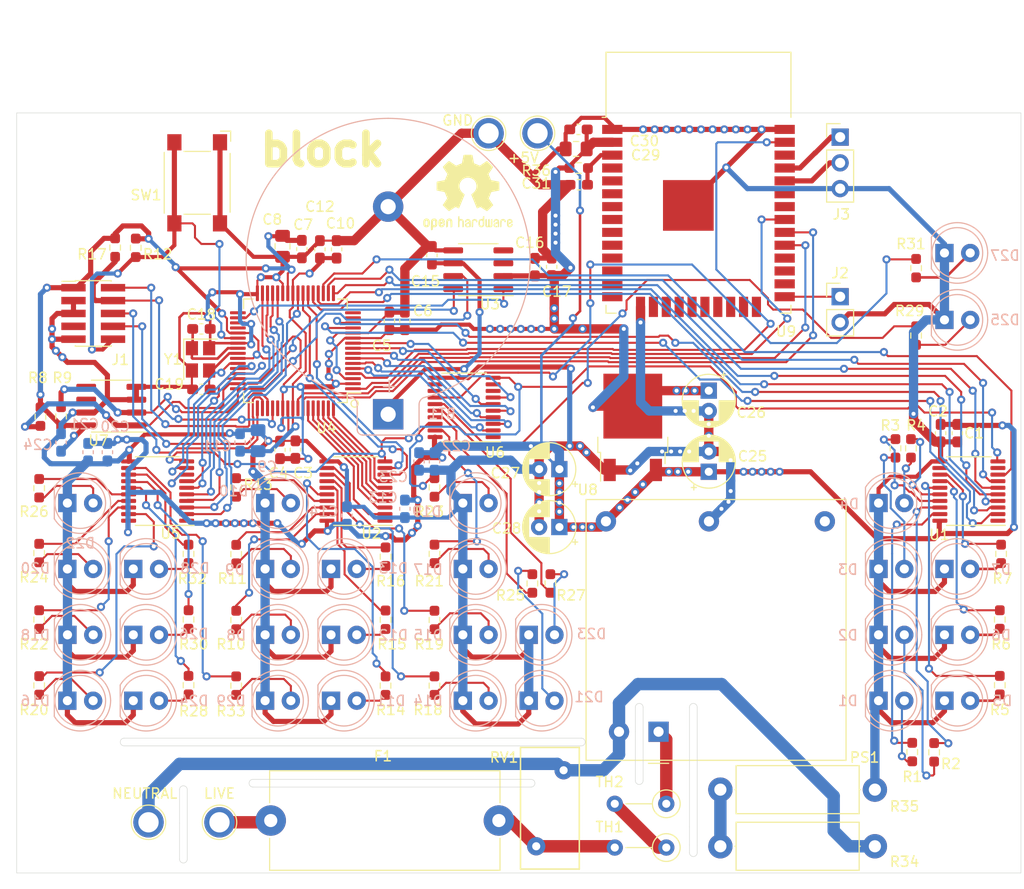
<source format=kicad_pcb>
(kicad_pcb (version 20171130) (host pcbnew 5.1.9)
  (layers (0 F.Cu signal) (31 B.Cu signal) (34 B.Paste user) (35 F.Paste user) (36 B.SilkS user) (37 F.SilkS user) (38 B.Mask user) (39 F.Mask user) (44 Edge.Cuts user))
  (net 0 "")
  (net 1 GND)
  (net 2 "Net-(BT1-Pad1)")
  (net 3 +3V3)
  (net 4 /Vddc)
  (net 5 +5V)
  (net 6 "Net-(D1-Pad2)")
  (net 7 "Net-(D2-Pad2)")
  (net 8 "Net-(D3-Pad2)")
  (net 9 "Net-(D4-Pad2)")
  (net 10 "Net-(D5-Pad2)")
  (net 11 "Net-(D6-Pad2)")
  (net 12 "Net-(D7-Pad2)")
  (net 13 "Net-(D8-Pad2)")
  (net 14 "Net-(D9-Pad2)")
  (net 15 "Net-(D10-Pad2)")
  (net 16 "Net-(D11-Pad2)")
  (net 17 "Net-(D12-Pad2)")
  (net 18 "Net-(D13-Pad2)")
  (net 19 "Net-(D14-Pad2)")
  (net 20 "Net-(D15-Pad2)")
  (net 21 "Net-(D16-Pad2)")
  (net 22 "Net-(D17-Pad2)")
  (net 23 "Net-(D18-Pad2)")
  (net 24 "Net-(D19-Pad2)")
  (net 25 "Net-(D20-Pad2)")
  (net 26 "Net-(D21-Pad2)")
  (net 27 "Net-(D22-Pad2)")
  (net 28 "Net-(D23-Pad2)")
  (net 29 "Net-(D24-Pad2)")
  (net 30 "Net-(D25-Pad2)")
  (net 31 "Net-(D26-Pad2)")
  (net 32 "Net-(D27-Pad2)")
  (net 33 "Net-(D28-Pad2)")
  (net 34 "Net-(D29-Pad2)")
  (net 35 "Net-(F1-Pad1)")
  (net 36 "Net-(F1-Pad2)")
  (net 37 TARGET_TMS)
  (net 38 TARGET_TCK)
  (net 39 TARGET_TDO)
  (net 40 "Net-(J1-Pad7)")
  (net 41 TARGET_TDI)
  (net 42 RESET)
  (net 43 "Net-(NEUTRAL1-Pad1)")
  (net 44 "Net-(PS1-Pad1)")
  (net 45 "Net-(PS1-Pad3)")
  (net 46 I2C_SCL)
  (net 47 I2C_SDA)
  (net 48 "Net-(R7-Pad2)")
  (net 49 "Net-(R10-Pad2)")
  (net 50 "Net-(R11-Pad2)")
  (net 51 "Net-(R13-Pad2)")
  (net 52 "Net-(R14-Pad2)")
  (net 53 "Net-(R15-Pad2)")
  (net 54 "Net-(R16-Pad2)")
  (net 55 "Net-(R18-Pad2)")
  (net 56 "Net-(R19-Pad2)")
  (net 57 "Net-(R20-Pad2)")
  (net 58 "Net-(R21-Pad2)")
  (net 59 "Net-(R22-Pad2)")
  (net 60 "Net-(R23-Pad2)")
  (net 61 "Net-(R24-Pad2)")
  (net 62 "Net-(R25-Pad2)")
  (net 63 "Net-(R26-Pad2)")
  (net 64 "Net-(R27-Pad2)")
  (net 65 "Net-(R28-Pad2)")
  (net 66 "Net-(R29-Pad2)")
  (net 67 "Net-(R30-Pad2)")
  (net 68 "Net-(R31-Pad2)")
  (net 69 "Net-(R32-Pad2)")
  (net 70 "Net-(R33-Pad2)")
  (net 71 "Net-(TH1-Pad1)")
  (net 72 "Net-(U2-Pad1)")
  (net 73 TEMP02)
  (net 74 TEMP01)
  (net 75 SEC04)
  (net 76 SEC02)
  (net 77 SEC01)
  (net 78 SEC11)
  (net 79 SEC12)
  (net 80 MIN04)
  (net 81 MIN02)
  (net 82 MIN01)
  (net 83 MIN11)
  (net 84 MIN12)
  (net 85 HR01)
  (net 86 32kHz)
  (net 87 HR02)
  (net 88 HR04)
  (net 89 HR11)
  (net 90 TEMP11)
  (net 91 TEMP12)
  (net 92 TEMP14)
  (net 93 STATUS_LED)
  (net 94 POWER_LED)
  (net 95 LED_CLK)
  (net 96 "Net-(U6-Pad1)")
  (net 97 "Net-(U6-Pad8)")
  (net 98 "Net-(U6-Pad9)")
  (net 99 "Net-(U6-Pad12)")
  (net 100 "Net-(U6-Pad13)")
  (net 101 TEMP04)
  (net 102 "Net-(J2-Pad1)")
  (net 103 "Net-(J3-Pad2)")
  (net 104 "Net-(J3-Pad1)")
  (net 105 MISO)
  (net 106 MOSI)
  (net 107 CS)
  (net 108 SCLK)
  (net 109 "Net-(U9-Pad36)")
  (net 110 "Net-(U9-Pad33)")
  (net 111 "Net-(U9-Pad32)")
  (net 112 "Net-(U9-Pad28)")
  (net 113 "Net-(U9-Pad27)")
  (net 114 "Net-(U9-Pad26)")
  (net 115 "Net-(U9-Pad24)")
  (net 116 "Net-(U9-Pad23)")
  (net 117 "Net-(U9-Pad22)")
  (net 118 "Net-(U9-Pad21)")
  (net 119 "Net-(U9-Pad20)")
  (net 120 "Net-(U9-Pad19)")
  (net 121 "Net-(U9-Pad18)")
  (net 122 "Net-(U9-Pad17)")
  (net 123 "Net-(U9-Pad16)")
  (net 124 "Net-(U9-Pad14)")
  (net 125 "Net-(U9-Pad13)")
  (net 126 "Net-(U9-Pad12)")
  (net 127 "Net-(U9-Pad11)")
  (net 128 "Net-(U9-Pad10)")
  (net 129 "Net-(U9-Pad9)")
  (net 130 "Net-(U9-Pad8)")
  (net 131 "Net-(U9-Pad7)")
  (net 132 "Net-(U9-Pad6)")
  (net 133 "Net-(U9-Pad5)")
  (net 134 "Net-(U9-Pad4)")
  (net 135 "Net-(C18-Pad1)")
  (net 136 "Net-(C19-Pad1)")
  (net 137 "Net-(C31-Pad1)")
  (net 138 "Net-(R1-Pad2)")
  (net 139 "Net-(R2-Pad2)")
  (net 140 "Net-(R3-Pad2)")
  (net 141 "Net-(R4-Pad2)")
  (net 142 "Net-(R5-Pad2)")
  (net 143 "Net-(R6-Pad2)")
  (net 144 "Net-(R34-Pad1)")
  (net 145 "Net-(U1-Pad1)")
  (net 146 TEMP08)
  (net 147 "Net-(U1-Pad9)")
  (net 148 "Net-(U1-Pad12)")
  (net 149 MIN14)
  (net 150 MIN08)
  (net 151 "Net-(U3-Pad3)")
  (net 152 "Net-(U3-Pad4)")
  (net 153 SEC08)
  (net 154 SEC14)
  (net 155 "Net-(U4-Pad33)")
  (net 156 "Net-(U4-Pad36)")
  (net 157 HR08)
  (net 158 HR12)
  (net 159 "Net-(U4-Pad53)")
  (net 160 "Net-(U5-Pad1)")
  (net 161 "Net-(U7-Pad6)")
  (net 162 "Net-(U7-Pad5)")
  (net 163 "Net-(U4-Pad15)")
  (net 164 "Net-(U4-Pad16)")
  (module Symbol:OSHW-Logo2_9.8x8mm_SilkScreen (layer F.Cu) (at 119.507 69.85)
    (fp_text reference REF** hide)
    (fp_text value OSHW-Logo2_9.8x8mm_SilkScreen hide)
  )
  (module RF_Module:ESP32-WROOM-32 (layer F.Cu) (at 142.24 71.882)
    (fp_text reference U9 (at 8.636 11.684 180) (layer F.SilkS))
    (fp_text value ESP32-WROOM-32)
    (pad 38 smd rect (at 8.5 -8.255) (size 2 0.9) (layers F.Cu F.Paste F.Mask) (net 1 GND))
    (pad 37 smd rect (at 8.5 -6.985) (size 2 0.9) (layers F.Cu F.Paste F.Mask) (net 106 MOSI))
    (pad 36 smd rect (at 8.5 -5.715) (size 2 0.9) (layers F.Cu F.Paste F.Mask) (net 109 "Net-(U9-Pad36)"))
    (pad 35 smd rect (at 8.5 -4.445) (size 2 0.9) (layers F.Cu F.Paste F.Mask) (net 104 "Net-(J3-Pad1)"))
    (pad 34 smd rect (at 8.5 -3.175) (size 2 0.9) (layers F.Cu F.Paste F.Mask) (net 103 "Net-(J3-Pad2)"))
    (pad 33 smd rect (at 8.5 -1.905) (size 2 0.9) (layers F.Cu F.Paste F.Mask) (net 110 "Net-(U9-Pad33)"))
    (pad 32 smd rect (at 8.5 -0.635) (size 2 0.9) (layers F.Cu F.Paste F.Mask) (net 111 "Net-(U9-Pad32)"))
    (pad 31 smd rect (at 8.5 0.635) (size 2 0.9) (layers F.Cu F.Paste F.Mask) (net 105 MISO))
    (pad 30 smd rect (at 8.5 1.905) (size 2 0.9) (layers F.Cu F.Paste F.Mask) (net 108 SCLK))
    (pad 29 smd rect (at 8.5 3.175) (size 2 0.9) (layers F.Cu F.Paste F.Mask) (net 107 CS))
    (pad 28 smd rect (at 8.5 4.445) (size 2 0.9) (layers F.Cu F.Paste F.Mask) (net 112 "Net-(U9-Pad28)"))
    (pad 27 smd rect (at 8.5 5.715) (size 2 0.9) (layers F.Cu F.Paste F.Mask) (net 113 "Net-(U9-Pad27)"))
    (pad 26 smd rect (at 8.5 6.985) (size 2 0.9) (layers F.Cu F.Paste F.Mask) (net 114 "Net-(U9-Pad26)"))
    (pad 25 smd rect (at 8.5 8.255) (size 2 0.9) (layers F.Cu F.Paste F.Mask) (net 102 "Net-(J2-Pad1)"))
    (pad 24 smd rect (at 5.715 9.255 90) (size 2 0.9) (layers F.Cu F.Paste F.Mask) (net 115 "Net-(U9-Pad24)"))
    (pad 23 smd rect (at 4.445 9.255 90) (size 2 0.9) (layers F.Cu F.Paste F.Mask) (net 116 "Net-(U9-Pad23)"))
    (pad 22 smd rect (at 3.175 9.255 90) (size 2 0.9) (layers F.Cu F.Paste F.Mask) (net 117 "Net-(U9-Pad22)"))
    (pad 21 smd rect (at 1.905 9.255 90) (size 2 0.9) (layers F.Cu F.Paste F.Mask) (net 118 "Net-(U9-Pad21)"))
    (pad 20 smd rect (at 0.635 9.255 90) (size 2 0.9) (layers F.Cu F.Paste F.Mask) (net 119 "Net-(U9-Pad20)"))
    (pad 19 smd rect (at -0.635 9.255 90) (size 2 0.9) (layers F.Cu F.Paste F.Mask) (net 120 "Net-(U9-Pad19)"))
    (pad 18 smd rect (at -1.905 9.255 90) (size 2 0.9) (layers F.Cu F.Paste F.Mask) (net 121 "Net-(U9-Pad18)"))
    (pad 17 smd rect (at -3.175 9.255 90) (size 2 0.9) (layers F.Cu F.Paste F.Mask) (net 122 "Net-(U9-Pad17)"))
    (pad 16 smd rect (at -4.445 9.255 90) (size 2 0.9) (layers F.Cu F.Paste F.Mask) (net 123 "Net-(U9-Pad16)"))
    (pad 15 smd rect (at -5.715 9.255 90) (size 2 0.9) (layers F.Cu F.Paste F.Mask) (net 1 GND))
    (pad 14 smd rect (at -8.5 8.255) (size 2 0.9) (layers F.Cu F.Paste F.Mask) (net 124 "Net-(U9-Pad14)"))
    (pad 13 smd rect (at -8.5 6.985) (size 2 0.9) (layers F.Cu F.Paste F.Mask) (net 125 "Net-(U9-Pad13)"))
    (pad 12 smd rect (at -8.5 5.715) (size 2 0.9) (layers F.Cu F.Paste F.Mask) (net 126 "Net-(U9-Pad12)"))
    (pad 11 smd rect (at -8.5 4.445) (size 2 0.9) (layers F.Cu F.Paste F.Mask) (net 127 "Net-(U9-Pad11)"))
    (pad 10 smd rect (at -8.5 3.175) (size 2 0.9) (layers F.Cu F.Paste F.Mask) (net 128 "Net-(U9-Pad10)"))
    (pad 9 smd rect (at -8.5 1.905) (size 2 0.9) (layers F.Cu F.Paste F.Mask) (net 129 "Net-(U9-Pad9)"))
    (pad 8 smd rect (at -8.5 0.635) (size 2 0.9) (layers F.Cu F.Paste F.Mask) (net 130 "Net-(U9-Pad8)"))
    (pad 7 smd rect (at -8.5 -0.635) (size 2 0.9) (layers F.Cu F.Paste F.Mask) (net 131 "Net-(U9-Pad7)"))
    (pad 6 smd rect (at -8.5 -1.905) (size 2 0.9) (layers F.Cu F.Paste F.Mask) (net 132 "Net-(U9-Pad6)"))
    (pad 5 smd rect (at -8.5 -3.175) (size 2 0.9) (layers F.Cu F.Paste F.Mask) (net 133 "Net-(U9-Pad5)"))
    (pad 4 smd rect (at -8.5 -4.445) (size 2 0.9) (layers F.Cu F.Paste F.Mask) (net 134 "Net-(U9-Pad4)"))
    (pad 3 smd rect (at -8.5 -5.715) (size 2 0.9) (layers F.Cu F.Paste F.Mask) (net 137 "Net-(C31-Pad1)"))
    (pad 2 smd rect (at -8.5 -6.985) (size 2 0.9) (layers F.Cu F.Paste F.Mask) (net 3 +3V3))
    (pad 1 smd rect (at -8.5 -8.255) (size 2 0.9) (layers F.Cu F.Paste F.Mask) (net 1 GND))
    (pad 39 smd rect (at -1 -0.755) (size 5 5) (layers F.Cu F.Paste F.Mask) (net 1 GND))
  )
  (module LED_THT:LED_D5.0mm (layer B.Cu) (at 125.5 120)
    (fp_text reference D21 (at 5.945 -0.366) (layer B.SilkS) (effects (justify mirror)))
    (fp_text value LED)
    (pad 1 thru_hole rect (at 0 0) (size 1.8 1.8) (drill 0.9) (layers *.Cu *.Mask) (net 1 GND))
    (pad 2 thru_hole circle (at 2.54 0) (size 1.8 1.8) (drill 0.9) (layers *.Cu *.Mask) (net 26 "Net-(D21-Pad2)"))
  )
  (module Resistor_SMD:R_0603_1608Metric_Pad0.98x0.95mm_HandSolder (layer F.Cu) (at 163.703 83.9705 90)
    (fp_text reference R29 (at 2.4365 -0.635 180) (layer F.SilkS))
    (fp_text value R)
    (pad 2 smd roundrect (at 0.9125 0 90) (size 0.975 0.95) (layers F.Cu F.Paste F.Mask) (net 66 "Net-(R29-Pad2)"))
    (pad 1 smd roundrect (at -0.9125 0 90) (size 0.975 0.95) (layers F.Cu F.Paste F.Mask) (net 30 "Net-(D25-Pad2)"))
  )
  (module LED_THT:LED_D5.0mm (layer B.Cu) (at 106 107)
    (fp_text reference D13 (at 6.141 -0.066) (layer B.SilkS) (effects (justify mirror)))
    (fp_text value LED)
    (pad 1 thru_hole rect (at 0 0) (size 1.8 1.8) (drill 0.9) (layers *.Cu *.Mask) (net 1 GND))
    (pad 2 thru_hole circle (at 2.54 0) (size 1.8 1.8) (drill 0.9) (layers *.Cu *.Mask) (net 18 "Net-(D13-Pad2)"))
  )
  (module Resistor_SMD:R_0603_1608Metric_Pad0.98x0.95mm_HandSolder (layer F.Cu) (at 111.379 105.791 90)
    (fp_text reference R16 (at -2.413 0.508 180) (layer F.SilkS))
    (fp_text value R)
    (pad 1 smd roundrect (at -0.9125 0 90) (size 0.975 0.95) (layers F.Cu F.Paste F.Mask) (net 18 "Net-(D13-Pad2)"))
    (pad 2 smd roundrect (at 0.9125 0 90) (size 0.975 0.95) (layers F.Cu F.Paste F.Mask) (net 54 "Net-(R16-Pad2)"))
  )
  (module Resistor_SMD:R_0603_1608Metric_Pad0.98x0.95mm_HandSolder (layer F.Cu) (at 172.085 105.5135 90)
    (fp_text reference R7 (at -2.4365 0.127 180) (layer F.SilkS))
    (fp_text value R)
    (pad 2 smd roundrect (at 0.9125 0 90) (size 0.975 0.95) (layers F.Cu F.Paste F.Mask) (net 48 "Net-(R7-Pad2)"))
    (pad 1 smd roundrect (at -0.9125 0 90) (size 0.975 0.95) (layers F.Cu F.Paste F.Mask) (net 12 "Net-(D7-Pad2)"))
  )
  (module Resistor_SMD:R_0603_1608Metric_Pad0.98x0.95mm_HandSolder (layer F.Cu) (at 171.958 111.9905 90)
    (fp_text reference R6 (at -2.4365 0.127 180) (layer F.SilkS))
    (fp_text value R)
    (pad 2 smd roundrect (at 0.9125 0 90) (size 0.975 0.95) (layers F.Cu F.Paste F.Mask) (net 143 "Net-(R6-Pad2)"))
    (pad 1 smd roundrect (at -0.9125 0 90) (size 0.975 0.95) (layers F.Cu F.Paste F.Mask) (net 11 "Net-(D6-Pad2)"))
  )
  (module LED_THT:LED_D5.0mm (layer B.Cu) (at 166.5 107)
    (fp_text reference D7 (at 5.585 0.061) (layer B.SilkS) (effects (justify mirror)))
    (fp_text value LED)
    (pad 2 thru_hole circle (at 2.54 0) (size 1.8 1.8) (drill 0.9) (layers *.Cu *.Mask) (net 12 "Net-(D7-Pad2)"))
    (pad 1 thru_hole rect (at 0 0) (size 1.8 1.8) (drill 0.9) (layers *.Cu *.Mask) (net 1 GND))
  )
  (module LED_THT:LED_D5.0mm (layer B.Cu) (at 166.5 113.5)
    (fp_text reference D6 (at 5.585 0.038) (layer B.SilkS) (effects (justify mirror)))
    (fp_text value LED)
    (pad 2 thru_hole circle (at 2.54 0) (size 1.8 1.8) (drill 0.9) (layers *.Cu *.Mask) (net 11 "Net-(D6-Pad2)"))
    (pad 1 thru_hole rect (at 0 0) (size 1.8 1.8) (drill 0.9) (layers *.Cu *.Mask) (net 1 GND))
  )
  (module TestPoint:TestPoint_Plated_Hole_D2.0mm (layer F.Cu) (at 88 132)
    (fp_text reference NEUTRAL (at -0.37 -2.841) (layer F.SilkS))
    (fp_text value NEUTRAL)
    (pad 1 thru_hole circle (at 0 0) (size 3 3) (drill 2) (layers *.Cu *.Mask) (net 43 "Net-(NEUTRAL1-Pad1)"))
  )
  (module TestPoint:TestPoint_Plated_Hole_D2.0mm (layer F.Cu) (at 95 132)
    (fp_text reference LIVE (at -0.004 -2.841) (layer F.SilkS))
    (fp_text value LIVE)
    (pad 1 thru_hole circle (at 0 0) (size 3 3) (drill 2) (layers *.Cu *.Mask) (net 36 "Net-(F1-Pad2)"))
  )
  (module Resistor_SMD:R_0603_1608Metric_Pad0.98x0.95mm_HandSolder (layer F.Cu) (at 130.429 67.437)
    (fp_text reference R36 (at -4.191 0.254) (layer F.SilkS))
    (fp_text value 10k)
    (pad 2 smd roundrect (at 0.9125 0) (size 0.975 0.95) (layers F.Cu F.Paste F.Mask) (net 137 "Net-(C31-Pad1)"))
    (pad 1 smd roundrect (at -0.9125 0) (size 0.975 0.95) (layers F.Cu F.Paste F.Mask) (net 3 +3V3))
  )
  (module Connector_PinHeader_2.54mm:PinHeader_1x03_P2.54mm_Vertical (layer F.Cu) (at 156.21 64.389)
    (fp_text reference J3 (at 0.127 7.62) (layer F.SilkS))
    (fp_text value Conn_01x03)
    (pad 3 thru_hole oval (at 0 5.08) (size 1.7 1.7) (drill 1) (layers *.Cu *.Mask) (net 1 GND))
    (pad 2 thru_hole oval (at 0 2.54) (size 1.7 1.7) (drill 1) (layers *.Cu *.Mask) (net 103 "Net-(J3-Pad2)"))
    (pad 1 thru_hole rect (at 0 0) (size 1.7 1.7) (drill 1) (layers *.Cu *.Mask) (net 104 "Net-(J3-Pad1)"))
  )
  (module Connector_PinHeader_2.54mm:PinHeader_1x02_P2.54mm_Vertical (layer F.Cu) (at 156.21 80.137)
    (fp_text reference J2 (at 0 -2.33) (layer F.SilkS))
    (fp_text value Conn_01x02_Female)
    (pad 2 thru_hole oval (at 0 2.54) (size 1.7 1.7) (drill 1) (layers *.Cu *.Mask) (net 1 GND))
    (pad 1 thru_hole rect (at 0 0) (size 1.7 1.7) (drill 1) (layers *.Cu *.Mask) (net 102 "Net-(J2-Pad1)"))
  )
  (module Capacitor_SMD:C_0603_1608Metric_Pad1.08x0.95mm_HandSolder (layer F.Cu) (at 130.4025 63.627 180)
    (fp_text reference C30 (at -6.5035 -1.143) (layer F.SilkS))
    (fp_text value 0.1uF)
    (pad 2 smd roundrect (at 0.8625 0 180) (size 1.075 0.95) (layers F.Cu F.Paste F.Mask) (net 1 GND))
    (pad 1 smd roundrect (at -0.8625 0 180) (size 1.075 0.95) (layers F.Cu F.Paste F.Mask) (net 3 +3V3))
  )
  (module Capacitor_SMD:C_0805_2012Metric_Pad1.18x1.45mm_HandSolder (layer F.Cu) (at 130.175 65.5535 180)
    (fp_text reference C29 (at -6.858 -0.6135) (layer F.SilkS))
    (fp_text value 10uF)
    (pad 2 smd roundrect (at 1.0375 0 180) (size 1.175 1.45) (layers F.Cu F.Paste F.Mask) (roundrect_rratio 0.212766) (net 1 GND))
    (pad 1 smd roundrect (at -1.0375 0 180) (size 1.175 1.45) (layers F.Cu F.Paste F.Mask) (roundrect_rratio 0.212766) (net 3 +3V3))
  )
  (module Capacitor_SMD:C_0603_1608Metric_Pad1.08x0.95mm_HandSolder (layer F.Cu) (at 130.429 69.088 180)
    (fp_text reference C31 (at 4.191 0.127) (layer F.SilkS))
    (fp_text value 1uF)
    (pad 2 smd roundrect (at 0.8625 0 180) (size 1.075 0.95) (layers F.Cu F.Paste F.Mask) (net 1 GND))
    (pad 1 smd roundrect (at -0.8625 0 180) (size 1.075 0.95) (layers F.Cu F.Paste F.Mask) (net 137 "Net-(C31-Pad1)"))
  )
  (module Battery:BatteryHolder_Keystone_106_1x20mm (layer B.Cu) (at 111.633 91.737 90)
    (fp_text reference BT1 (at 0.043 5.334) (layer B.SilkS) (effects (justify mirror)))
    (fp_text value Battery_Cell)
    (fp_text user + (at 2.75 0 270) (layer B.SilkS) (effects (font (size 1.5 1.5)) (justify mirror)))
    (pad 2 thru_hole circle (at 20.49 0 90) (size 3 3) (drill 1.5) (layers *.Cu *.Mask) (net 1 GND))
    (pad 1 thru_hole rect (at 0 0 90) (size 3 3) (drill 1.5) (layers *.Cu *.Mask) (net 2 "Net-(BT1-Pad1)"))
  )
  (module Capacitor_SMD:C_0603_1608Metric_Pad1.08x0.95mm_HandSolder (layer F.Cu) (at 93.218 83.312)
    (fp_text reference C18 (at 0 -1.43) (layer F.SilkS))
    (fp_text value 10pF)
    (pad 2 smd roundrect (at 0.8625 0) (size 1.075 0.95) (layers F.Cu F.Paste F.Mask) (net 1 GND))
    (pad 1 smd roundrect (at -0.8625 0) (size 1.075 0.95) (layers F.Cu F.Paste F.Mask) (net 135 "Net-(C18-Pad1)"))
  )
  (module Capacitor_SMD:C_0603_1608Metric_Pad1.08x0.95mm_HandSolder (layer F.Cu) (at 93.218 89.281 180)
    (fp_text reference C19 (at 3.175 0.508) (layer F.SilkS))
    (fp_text value 10pF)
    (pad 1 smd roundrect (at -0.8625 0 180) (size 1.075 0.95) (layers F.Cu F.Paste F.Mask) (net 136 "Net-(C19-Pad1)"))
    (pad 2 smd roundrect (at 0.8625 0 180) (size 1.075 0.95) (layers F.Cu F.Paste F.Mask) (net 1 GND))
  )
  (module Capacitor_SMD:C_0603_1608Metric_Pad1.08x0.95mm_HandSolder (layer B.Cu) (at 79.375 94.5145 90)
    (fp_text reference C24 (at -0.2275 -2.286 180) (layer B.SilkS) (effects (justify mirror)))
    (fp_text value 0.1uF)
    (pad 2 smd roundrect (at 0.8625 0 90) (size 1.075 0.95) (layers B.Cu B.Paste B.Mask) (net 1 GND))
    (pad 1 smd roundrect (at -0.8625 0 90) (size 1.075 0.95) (layers B.Cu B.Paste B.Mask) (net 3 +3V3))
  )
  (module Capacitor_SMD:C_0805_2012Metric_Pad1.18x1.45mm_HandSolder (layer B.Cu) (at 98.806 94.3395 90)
    (fp_text reference C9 (at -2.5615 0.889 180) (layer B.SilkS) (effects (justify mirror)))
    (fp_text value 2.2uF)
    (pad 2 smd roundrect (at 1.0375 0 90) (size 1.175 1.45) (layers B.Cu B.Paste B.Mask) (roundrect_rratio 0.212766) (net 1 GND))
    (pad 1 smd roundrect (at -1.0375 0 90) (size 1.175 1.45) (layers B.Cu B.Paste B.Mask) (roundrect_rratio 0.212766) (net 4 /Vddc))
  )
  (module Capacitor_SMD:C_0603_1608Metric_Pad1.08x0.95mm_HandSolder (layer F.Cu) (at 106.553 75.4645 90)
    (fp_text reference C10 (at 2.5665 0.381) (layer F.SilkS))
    (fp_text value 1uF)
    (pad 1 smd roundrect (at -0.8625 0 90) (size 1.075 0.95) (layers F.Cu F.Paste F.Mask) (net 4 /Vddc))
    (pad 2 smd roundrect (at 0.8625 0 90) (size 1.075 0.95) (layers F.Cu F.Paste F.Mask) (net 1 GND))
  )
  (module Capacitor_SMD:C_0603_1608Metric_Pad1.08x0.95mm_HandSolder (layer B.Cu) (at 97.028 94.5145 90)
    (fp_text reference C11 (at -0.3545 -2.286 180) (layer B.SilkS) (effects (justify mirror)))
    (fp_text value 0.1uF)
    (pad 2 smd roundrect (at 0.8625 0 90) (size 1.075 0.95) (layers B.Cu B.Paste B.Mask) (net 1 GND))
    (pad 1 smd roundrect (at -0.8625 0 90) (size 1.075 0.95) (layers B.Cu B.Paste B.Mask) (net 4 /Vddc))
  )
  (module Capacitor_THT:CP_Radial_D5.0mm_P2.00mm (layer F.Cu) (at 128.524 97.155 180)
    (fp_text reference C27 (at 5.334 -0.381) (layer F.SilkS))
    (fp_text value 1.0uF)
    (pad 1 thru_hole rect (at 0 0 180) (size 1.6 1.6) (drill 0.8) (layers *.Cu *.Mask) (net 5 +5V))
    (pad 2 thru_hole circle (at 2 0 180) (size 1.6 1.6) (drill 0.8) (layers *.Cu *.Mask) (net 1 GND))
  )
  (module Capacitor_SMD:C_0603_1608Metric_Pad1.08x0.95mm_HandSolder (layer F.Cu) (at 104.902 75.4645 90)
    (fp_text reference C12 (at 4.2175 0) (layer F.SilkS))
    (fp_text value 0.1uF)
    (pad 1 smd roundrect (at -0.8625 0 90) (size 1.075 0.95) (layers F.Cu F.Paste F.Mask) (net 4 /Vddc))
    (pad 2 smd roundrect (at 0.8625 0 90) (size 1.075 0.95) (layers F.Cu F.Paste F.Mask) (net 1 GND))
  )
  (module Capacitor_THT:CP_Radial_D5.0mm_P2.00mm (layer F.Cu) (at 128.524 102.87 180)
    (fp_text reference C28 (at 5.207 -0.127) (layer F.SilkS))
    (fp_text value 10uF)
    (pad 2 thru_hole circle (at 2 0 180) (size 1.6 1.6) (drill 0.8) (layers *.Cu *.Mask) (net 1 GND))
    (pad 1 thru_hole rect (at 0 0 180) (size 1.6 1.6) (drill 0.8) (layers *.Cu *.Mask) (net 5 +5V))
  )
  (module Capacitor_THT:CP_Radial_D5.0mm_P2.00mm (layer F.Cu) (at 143.256 97.409 90)
    (fp_text reference C25 (at 1.524 4.318 180) (layer F.SilkS))
    (fp_text value 10uF)
    (pad 1 thru_hole rect (at 0 0 90) (size 1.6 1.6) (drill 0.8) (layers *.Cu *.Mask) (net 5 +5V))
    (pad 2 thru_hole circle (at 2 0 90) (size 1.6 1.6) (drill 0.8) (layers *.Cu *.Mask) (net 1 GND))
  )
  (module Capacitor_SMD:C_0603_1608Metric_Pad1.08x0.95mm_HandSolder (layer F.Cu) (at 102.489 95.2235 90)
    (fp_text reference C3 (at -2.3125 0.762 180) (layer F.SilkS))
    (fp_text value 0.1uF)
    (pad 2 smd roundrect (at 0.8625 0 90) (size 1.075 0.95) (layers F.Cu F.Paste F.Mask) (net 1 GND))
    (pad 1 smd roundrect (at -0.8625 0 90) (size 1.075 0.95) (layers F.Cu F.Paste F.Mask) (net 3 +3V3))
  )
  (module Capacitor_SMD:C_0603_1608Metric_Pad1.08x0.95mm_HandSolder (layer F.Cu) (at 100.965 95.25 90)
    (fp_text reference C4 (at -2.286 -0.127 180) (layer F.SilkS))
    (fp_text value 0.01uF)
    (pad 2 smd roundrect (at 0.8625 0 90) (size 1.075 0.95) (layers F.Cu F.Paste F.Mask) (net 1 GND))
    (pad 1 smd roundrect (at -0.8625 0 90) (size 1.075 0.95) (layers F.Cu F.Paste F.Mask) (net 3 +3V3))
  )
  (module Capacitor_SMD:C_0603_1608Metric_Pad1.08x0.95mm_HandSolder (layer F.Cu) (at 111.76 82.5235 90)
    (fp_text reference C5 (at -2.4395 -0.762 180) (layer F.SilkS))
    (fp_text value 0.1uF)
    (pad 1 smd roundrect (at -0.8625 0 90) (size 1.075 0.95) (layers F.Cu F.Paste F.Mask) (net 3 +3V3))
    (pad 2 smd roundrect (at 0.8625 0 90) (size 1.075 0.95) (layers F.Cu F.Paste F.Mask) (net 1 GND))
  )
  (module Capacitor_THT:CP_Radial_D5.0mm_P2.00mm (layer F.Cu) (at 143.256 89.408 270)
    (fp_text reference C26 (at 2.159 -4.191 180) (layer F.SilkS))
    (fp_text value 100uF)
    (pad 2 thru_hole circle (at 2 0 270) (size 1.6 1.6) (drill 0.8) (layers *.Cu *.Mask) (net 1 GND))
    (pad 1 thru_hole rect (at 0 0 270) (size 1.6 1.6) (drill 0.8) (layers *.Cu *.Mask) (net 3 +3V3))
  )
  (module Capacitor_SMD:C_0603_1608Metric_Pad1.08x0.95mm_HandSolder (layer F.Cu) (at 113.284 82.5235 90)
    (fp_text reference C6 (at 0.9895 1.778 180) (layer F.SilkS))
    (fp_text value 0.01uF)
    (pad 2 smd roundrect (at 0.8625 0 90) (size 1.075 0.95) (layers F.Cu F.Paste F.Mask) (net 1 GND))
    (pad 1 smd roundrect (at -0.8625 0 90) (size 1.075 0.95) (layers F.Cu F.Paste F.Mask) (net 3 +3V3))
  )
  (module Capacitor_SMD:C_0603_1608Metric_Pad1.08x0.95mm_HandSolder (layer F.Cu) (at 103.124 75.438 270)
    (fp_text reference C7 (at -2.413 -0.127 180) (layer F.SilkS))
    (fp_text value 0.1uF)
    (pad 1 smd roundrect (at -0.8625 0 270) (size 1.075 0.95) (layers F.Cu F.Paste F.Mask) (net 3 +3V3))
    (pad 2 smd roundrect (at 0.8625 0 270) (size 1.075 0.95) (layers F.Cu F.Paste F.Mask) (net 1 GND))
  )
  (module Capacitor_SMD:C_0603_1608Metric_Pad1.08x0.95mm_HandSolder (layer F.Cu) (at 115.951 76.0465 90)
    (fp_text reference C15 (at -2.5665 -0.635 180) (layer F.SilkS))
    (fp_text value 0.1uF)
    (pad 2 smd roundrect (at 0.8625 0 90) (size 1.075 0.95) (layers F.Cu F.Paste F.Mask) (net 1 GND))
    (pad 1 smd roundrect (at -0.8625 0 90) (size 1.075 0.95) (layers F.Cu F.Paste F.Mask) (net 2 "Net-(BT1-Pad1)"))
  )
  (module Capacitor_SMD:C_0805_2012Metric_Pad1.18x1.45mm_HandSolder (layer F.Cu) (at 101.219 75.1625 270)
    (fp_text reference C8 (at -2.6455 1.016 180) (layer F.SilkS))
    (fp_text value 1uF)
    (pad 1 smd roundrect (at -1.0375 0 270) (size 1.175 1.45) (layers F.Cu F.Paste F.Mask) (roundrect_rratio 0.212766) (net 3 +3V3))
    (pad 2 smd roundrect (at 1.0375 0 270) (size 1.175 1.45) (layers F.Cu F.Paste F.Mask) (roundrect_rratio 0.212766) (net 1 GND))
  )
  (module Capacitor_SMD:C_0603_1608Metric_Pad1.08x0.95mm_HandSolder (layer B.Cu) (at 83.947 95.4775 270)
    (fp_text reference C20 (at -2.5135 -0.762) (layer B.SilkS) (effects (justify mirror)))
    (fp_text value 1uF)
    (pad 1 smd roundrect (at -0.8625 0 270) (size 1.075 0.95) (layers B.Cu B.Paste B.Mask) (net 5 +5V))
    (pad 2 smd roundrect (at 0.8625 0 270) (size 1.075 0.95) (layers B.Cu B.Paste B.Mask) (net 1 GND))
  )
  (module Capacitor_SMD:C_0603_1608Metric_Pad1.08x0.95mm_HandSolder (layer B.Cu) (at 82.042 95.4775 270)
    (fp_text reference C21 (at -2.7675 0.381) (layer B.SilkS) (effects (justify mirror)))
    (fp_text value 0.1uF)
    (pad 2 smd roundrect (at 0.8625 0 270) (size 1.075 0.95) (layers B.Cu B.Paste B.Mask) (net 1 GND))
    (pad 1 smd roundrect (at -0.8625 0 270) (size 1.075 0.95) (layers B.Cu B.Paste B.Mask) (net 5 +5V))
  )
  (module Capacitor_SMD:C_0603_1608Metric_Pad1.08x0.95mm_HandSolder (layer F.Cu) (at 167.767 93.599 270)
    (fp_text reference C1 (at 0 -1.651 180) (layer F.SilkS))
    (fp_text value 1uF)
    (pad 1 smd roundrect (at -0.8625 0 270) (size 1.075 0.95) (layers F.Cu F.Paste F.Mask) (net 5 +5V))
    (pad 2 smd roundrect (at 0.8625 0 270) (size 1.075 0.95) (layers F.Cu F.Paste F.Mask) (net 1 GND))
  )
  (module Capacitor_SMD:C_0603_1608Metric_Pad1.08x0.95mm_HandSolder (layer F.Cu) (at 166.116 93.599 270)
    (fp_text reference C2 (at -2.159 0.254 180) (layer F.SilkS))
    (fp_text value 0.1uF)
    (pad 2 smd roundrect (at 0.8625 0 270) (size 1.075 0.95) (layers F.Cu F.Paste F.Mask) (net 1 GND))
    (pad 1 smd roundrect (at -0.8625 0 270) (size 1.075 0.95) (layers F.Cu F.Paste F.Mask) (net 5 +5V))
  )
  (module Capacitor_SMD:C_0603_1608Metric_Pad1.08x0.95mm_HandSolder (layer F.Cu) (at 126.111 77.216 90)
    (fp_text reference C16 (at 2.413 -0.508) (layer F.SilkS))
    (fp_text value 0.1uF)
    (pad 2 smd roundrect (at 0.8625 0 90) (size 1.075 0.95) (layers F.Cu F.Paste F.Mask) (net 1 GND))
    (pad 1 smd roundrect (at -0.8625 0 90) (size 1.075 0.95) (layers F.Cu F.Paste F.Mask) (net 3 +3V3))
  )
  (module Capacitor_SMD:C_0603_1608Metric_Pad1.08x0.95mm_HandSolder (layer F.Cu) (at 127.762 77.1895 90)
    (fp_text reference C17 (at -2.4395 0.508) (layer F.SilkS))
    (fp_text value 1uF)
    (pad 1 smd roundrect (at -0.8625 0 90) (size 1.075 0.95) (layers F.Cu F.Paste F.Mask) (net 3 +3V3))
    (pad 2 smd roundrect (at 0.8625 0 90) (size 1.075 0.95) (layers F.Cu F.Paste F.Mask) (net 1 GND))
  )
  (module Capacitor_SMD:C_0603_1608Metric_Pad1.08x0.95mm_HandSolder (layer B.Cu) (at 113.284 101.0655 270)
    (fp_text reference C13 (at -1.1165 2.159 180) (layer B.SilkS) (effects (justify mirror)))
    (fp_text value 1uF)
    (pad 1 smd roundrect (at -0.8625 0 270) (size 1.075 0.95) (layers B.Cu B.Paste B.Mask) (net 5 +5V))
    (pad 2 smd roundrect (at 0.8625 0 270) (size 1.075 0.95) (layers B.Cu B.Paste B.Mask) (net 1 GND))
  )
  (module Capacitor_SMD:C_0603_1608Metric_Pad1.08x0.95mm_HandSolder (layer B.Cu) (at 116.205 96.393 270)
    (fp_text reference C22 (at -1.524 -2.159) (layer B.SilkS) (effects (justify mirror)))
    (fp_text value 1uF)
    (pad 1 smd roundrect (at -0.8625 0 270) (size 1.075 0.95) (layers B.Cu B.Paste B.Mask) (net 5 +5V))
    (pad 2 smd roundrect (at 0.8625 0 270) (size 1.075 0.95) (layers B.Cu B.Paste B.Mask) (net 1 GND))
  )
  (module Capacitor_SMD:C_0603_1608Metric_Pad1.08x0.95mm_HandSolder (layer B.Cu) (at 107.569 101.727 90)
    (fp_text reference C14 (at 0.381 -2.286 180) (layer B.SilkS) (effects (justify mirror)))
    (fp_text value 0.1uF)
    (pad 2 smd roundrect (at 0.8625 0 90) (size 1.075 0.95) (layers B.Cu B.Paste B.Mask) (net 1 GND))
    (pad 1 smd roundrect (at -0.8625 0 90) (size 1.075 0.95) (layers B.Cu B.Paste B.Mask) (net 5 +5V))
  )
  (module Capacitor_SMD:C_0603_1608Metric_Pad1.08x0.95mm_HandSolder (layer B.Cu) (at 114.681 96.393 270)
    (fp_text reference C23 (at 1.524 2.54) (layer B.SilkS) (effects (justify mirror)))
    (fp_text value 0.1uF)
    (pad 1 smd roundrect (at -0.8625 0 270) (size 1.075 0.95) (layers B.Cu B.Paste B.Mask) (net 5 +5V))
    (pad 2 smd roundrect (at 0.8625 0 270) (size 1.075 0.95) (layers B.Cu B.Paste B.Mask) (net 1 GND))
  )
  (module LED_THT:LED_D5.0mm (layer B.Cu) (at 80 120)
    (fp_text reference D16 (at -3.165 0.015) (layer B.SilkS) (effects (justify mirror)))
    (fp_text value LED)
    (pad 1 thru_hole rect (at 0 0) (size 1.8 1.8) (drill 0.9) (layers *.Cu *.Mask) (net 1 GND))
    (pad 2 thru_hole circle (at 2.54 0) (size 1.8 1.8) (drill 0.9) (layers *.Cu *.Mask) (net 21 "Net-(D16-Pad2)"))
  )
  (module LED_THT:LED_D5.0mm (layer B.Cu) (at 80.01 113.5)
    (fp_text reference D18 (at -3.175 0.038) (layer B.SilkS) (effects (justify mirror)))
    (fp_text value LED)
    (pad 1 thru_hole rect (at 0 0) (size 1.8 1.8) (drill 0.9) (layers *.Cu *.Mask) (net 1 GND))
    (pad 2 thru_hole circle (at 2.54 0) (size 1.8 1.8) (drill 0.9) (layers *.Cu *.Mask) (net 23 "Net-(D18-Pad2)"))
  )
  (module LED_THT:LED_D5.0mm (layer B.Cu) (at 80 107)
    (fp_text reference D20 (at -3.165 -0.066) (layer B.SilkS) (effects (justify mirror)))
    (fp_text value LED)
    (pad 1 thru_hole rect (at 0 0) (size 1.8 1.8) (drill 0.9) (layers *.Cu *.Mask) (net 1 GND))
    (pad 2 thru_hole circle (at 2.54 0) (size 1.8 1.8) (drill 0.9) (layers *.Cu *.Mask) (net 25 "Net-(D20-Pad2)"))
  )
  (module LED_THT:LED_D5.0mm (layer B.Cu) (at 80 100.5)
    (fp_text reference D22 (at 1.27 3.96) (layer B.SilkS) (effects (justify mirror)))
    (fp_text value LED)
    (pad 2 thru_hole circle (at 2.54 0) (size 1.8 1.8) (drill 0.9) (layers *.Cu *.Mask) (net 27 "Net-(D22-Pad2)"))
    (pad 1 thru_hole rect (at 0 0) (size 1.8 1.8) (drill 0.9) (layers *.Cu *.Mask) (net 1 GND))
  )
  (module LED_THT:LED_D5.0mm (layer B.Cu) (at 86.5 120)
    (fp_text reference D24 (at 5.956 0.015) (layer B.SilkS) (effects (justify mirror)))
    (fp_text value LED)
    (pad 1 thru_hole rect (at 0 0) (size 1.8 1.8) (drill 0.9) (layers *.Cu *.Mask) (net 1 GND))
    (pad 2 thru_hole circle (at 2.54 0) (size 1.8 1.8) (drill 0.9) (layers *.Cu *.Mask) (net 29 "Net-(D24-Pad2)"))
  )
  (module LED_THT:LED_D5.0mm (layer B.Cu) (at 86.5 113.5)
    (fp_text reference D26 (at 5.956 -0.089) (layer B.SilkS) (effects (justify mirror)))
    (fp_text value LED)
    (pad 2 thru_hole circle (at 2.54 0) (size 1.8 1.8) (drill 0.9) (layers *.Cu *.Mask) (net 31 "Net-(D26-Pad2)"))
    (pad 1 thru_hole rect (at 0 0) (size 1.8 1.8) (drill 0.9) (layers *.Cu *.Mask) (net 1 GND))
  )
  (module LED_THT:LED_D5.0mm (layer B.Cu) (at 86.5 107)
    (fp_text reference D28 (at 6.083 -0.066) (layer B.SilkS) (effects (justify mirror)))
    (fp_text value LED)
    (pad 1 thru_hole rect (at 0 0) (size 1.8 1.8) (drill 0.9) (layers *.Cu *.Mask) (net 1 GND))
    (pad 2 thru_hole circle (at 2.54 0) (size 1.8 1.8) (drill 0.9) (layers *.Cu *.Mask) (net 33 "Net-(D28-Pad2)"))
  )
  (module LED_THT:LED_D5.0mm (layer B.Cu) (at 99.5 120)
    (fp_text reference D29 (at -3.361 0.015) (layer B.SilkS) (effects (justify mirror)))
    (fp_text value LED)
    (pad 2 thru_hole circle (at 2.54 0) (size 1.8 1.8) (drill 0.9) (layers *.Cu *.Mask) (net 34 "Net-(D29-Pad2)"))
    (pad 1 thru_hole rect (at 0 0) (size 1.8 1.8) (drill 0.9) (layers *.Cu *.Mask) (net 1 GND))
  )
  (module LED_THT:LED_D5.0mm (layer B.Cu) (at 160 120)
    (fp_text reference D1 (at -3.028 0.015) (layer B.SilkS) (effects (justify mirror)))
    (fp_text value LED)
    (pad 2 thru_hole circle (at 2.54 0) (size 1.8 1.8) (drill 0.9) (layers *.Cu *.Mask) (net 6 "Net-(D1-Pad2)"))
    (pad 1 thru_hole rect (at 0 0) (size 1.8 1.8) (drill 0.9) (layers *.Cu *.Mask) (net 1 GND))
  )
  (module LED_THT:LED_D5.0mm (layer B.Cu) (at 160 113.5)
    (fp_text reference D2 (at -3.028 0.038) (layer B.SilkS) (effects (justify mirror)))
    (fp_text value LED)
    (pad 2 thru_hole circle (at 2.54 0) (size 1.8 1.8) (drill 0.9) (layers *.Cu *.Mask) (net 7 "Net-(D2-Pad2)"))
    (pad 1 thru_hole rect (at 0 0) (size 1.8 1.8) (drill 0.9) (layers *.Cu *.Mask) (net 1 GND))
  )
  (module LED_THT:LED_D5.0mm (layer B.Cu) (at 160 107)
    (fp_text reference D3 (at -3.028 0.061) (layer B.SilkS) (effects (justify mirror)))
    (fp_text value LED)
    (pad 1 thru_hole rect (at 0 0) (size 1.8 1.8) (drill 0.9) (layers *.Cu *.Mask) (net 1 GND))
    (pad 2 thru_hole circle (at 2.54 0) (size 1.8 1.8) (drill 0.9) (layers *.Cu *.Mask) (net 8 "Net-(D3-Pad2)"))
  )
  (module LED_THT:LED_D5.0mm (layer B.Cu) (at 160 100.5)
    (fp_text reference D4 (at -2.901 0.084) (layer B.SilkS) (effects (justify mirror)))
    (fp_text value LED)
    (pad 2 thru_hole circle (at 2.54 0) (size 1.8 1.8) (drill 0.9) (layers *.Cu *.Mask) (net 9 "Net-(D4-Pad2)"))
    (pad 1 thru_hole rect (at 0 0) (size 1.8 1.8) (drill 0.9) (layers *.Cu *.Mask) (net 1 GND))
  )
  (module LED_THT:LED_D5.0mm (layer B.Cu) (at 166.5 120)
    (fp_text reference D5 (at 5.712 0.015) (layer B.SilkS) (effects (justify mirror)))
    (fp_text value LED)
    (pad 1 thru_hole rect (at 0 0) (size 1.8 1.8) (drill 0.9) (layers *.Cu *.Mask) (net 1 GND))
    (pad 2 thru_hole circle (at 2.54 0) (size 1.8 1.8) (drill 0.9) (layers *.Cu *.Mask) (net 10 "Net-(D5-Pad2)"))
  )
  (module LED_THT:LED_D5.0mm (layer B.Cu) (at 99.5 113.5)
    (fp_text reference D8 (at -2.853 0.038) (layer B.SilkS) (effects (justify mirror)))
    (fp_text value LED)
    (pad 2 thru_hole circle (at 2.54 0) (size 1.8 1.8) (drill 0.9) (layers *.Cu *.Mask) (net 13 "Net-(D8-Pad2)"))
    (pad 1 thru_hole rect (at 0 0) (size 1.8 1.8) (drill 0.9) (layers *.Cu *.Mask) (net 1 GND))
  )
  (module LED_THT:LED_D5.0mm (layer B.Cu) (at 99.5 107)
    (fp_text reference D9 (at -2.98 0.061) (layer B.SilkS) (effects (justify mirror)))
    (fp_text value LED)
    (pad 1 thru_hole rect (at 0 0) (size 1.8 1.8) (drill 0.9) (layers *.Cu *.Mask) (net 1 GND))
    (pad 2 thru_hole circle (at 2.54 0) (size 1.8 1.8) (drill 0.9) (layers *.Cu *.Mask) (net 14 "Net-(D9-Pad2)"))
  )
  (module LED_THT:LED_D5.0mm (layer B.Cu) (at 99.5 100.5)
    (fp_text reference D10 (at -3.107 -1.186) (layer B.SilkS) (effects (justify mirror)))
    (fp_text value LED)
    (pad 1 thru_hole rect (at 0 0) (size 1.8 1.8) (drill 0.9) (layers *.Cu *.Mask) (net 1 GND))
    (pad 2 thru_hole circle (at 2.54 0) (size 1.8 1.8) (drill 0.9) (layers *.Cu *.Mask) (net 15 "Net-(D10-Pad2)"))
  )
  (module LED_THT:LED_D5.0mm (layer B.Cu) (at 106 120)
    (fp_text reference D11 (at 5.887 0.015) (layer B.SilkS) (effects (justify mirror)))
    (fp_text value LED)
    (pad 2 thru_hole circle (at 2.54 0) (size 1.8 1.8) (drill 0.9) (layers *.Cu *.Mask) (net 16 "Net-(D11-Pad2)"))
    (pad 1 thru_hole rect (at 0 0) (size 1.8 1.8) (drill 0.9) (layers *.Cu *.Mask) (net 1 GND))
  )
  (module LED_THT:LED_D5.0mm (layer B.Cu) (at 106 113.5)
    (fp_text reference D12 (at 6.141 0.038) (layer B.SilkS) (effects (justify mirror)))
    (fp_text value LED)
    (pad 1 thru_hole rect (at 0 0) (size 1.8 1.8) (drill 0.9) (layers *.Cu *.Mask) (net 1 GND))
    (pad 2 thru_hole circle (at 2.54 0) (size 1.8 1.8) (drill 0.9) (layers *.Cu *.Mask) (net 17 "Net-(D12-Pad2)"))
  )
  (module LED_THT:LED_D5.0mm (layer B.Cu) (at 119 120)
    (fp_text reference D14 (at -3.43 0.015) (layer B.SilkS) (effects (justify mirror)))
    (fp_text value LED)
    (pad 2 thru_hole circle (at 2.54 0) (size 1.8 1.8) (drill 0.9) (layers *.Cu *.Mask) (net 19 "Net-(D14-Pad2)"))
    (pad 1 thru_hole rect (at 0 0) (size 1.8 1.8) (drill 0.9) (layers *.Cu *.Mask) (net 1 GND))
  )
  (module LED_THT:LED_D5.0mm (layer B.Cu) (at 119 113.5)
    (fp_text reference D15 (at -3.43 0.038) (layer B.SilkS) (effects (justify mirror)))
    (fp_text value LED)
    (pad 2 thru_hole circle (at 2.54 0) (size 1.8 1.8) (drill 0.9) (layers *.Cu *.Mask) (net 20 "Net-(D15-Pad2)"))
    (pad 1 thru_hole rect (at 0 0) (size 1.8 1.8) (drill 0.9) (layers *.Cu *.Mask) (net 1 GND))
  )
  (module LED_THT:LED_D5.0mm (layer B.Cu) (at 119 107)
    (fp_text reference D17 (at -3.43 0.061) (layer B.SilkS) (effects (justify mirror)))
    (fp_text value LED)
    (pad 1 thru_hole rect (at 0 0) (size 1.8 1.8) (drill 0.9) (layers *.Cu *.Mask) (net 1 GND))
    (pad 2 thru_hole circle (at 2.54 0) (size 1.8 1.8) (drill 0.9) (layers *.Cu *.Mask) (net 22 "Net-(D17-Pad2)"))
  )
  (module LED_THT:LED_D5.0mm (layer B.Cu) (at 119 100.5)
    (fp_text reference D19 (at -3.557 0.846) (layer B.SilkS) (effects (justify mirror)))
    (fp_text value LED)
    (pad 2 thru_hole circle (at 2.54 0) (size 1.8 1.8) (drill 0.9) (layers *.Cu *.Mask) (net 24 "Net-(D19-Pad2)"))
    (pad 1 thru_hole rect (at 0 0) (size 1.8 1.8) (drill 0.9) (layers *.Cu *.Mask) (net 1 GND))
  )
  (module LED_THT:LED_D5.0mm (layer B.Cu) (at 125.5 113.5)
    (fp_text reference D23 (at 6.199 -0.089) (layer B.SilkS) (effects (justify mirror)))
    (fp_text value LED)
    (pad 2 thru_hole circle (at 2.54 0) (size 1.8 1.8) (drill 0.9) (layers *.Cu *.Mask) (net 28 "Net-(D23-Pad2)"))
    (pad 1 thru_hole rect (at 0 0) (size 1.8 1.8) (drill 0.9) (layers *.Cu *.Mask) (net 1 GND))
  )
  (module LED_THT:LED_D5.0mm (layer B.Cu) (at 166.5 82.423)
    (fp_text reference D25 (at 5.966 0) (layer B.SilkS) (effects (justify mirror)))
    (fp_text value LED)
    (pad 2 thru_hole circle (at 2.54 0) (size 1.8 1.8) (drill 0.9) (layers *.Cu *.Mask) (net 30 "Net-(D25-Pad2)"))
    (pad 1 thru_hole rect (at 0 0) (size 1.8 1.8) (drill 0.9) (layers *.Cu *.Mask) (net 1 GND))
  )
  (module LED_THT:LED_D5.0mm (layer B.Cu) (at 166.5 75.819)
    (fp_text reference D27 (at 5.966 0.254) (layer B.SilkS) (effects (justify mirror)))
    (fp_text value LED)
    (pad 1 thru_hole rect (at 0 0) (size 1.8 1.8) (drill 0.9) (layers *.Cu *.Mask) (net 1 GND))
    (pad 2 thru_hole circle (at 2.54 0) (size 1.8 1.8) (drill 0.9) (layers *.Cu *.Mask) (net 32 "Net-(D27-Pad2)"))
  )
  (module Fuse:Fuseholder_Cylinder-5x20mm_Schurter_0031_8201_Horizontal_Open (layer F.Cu) (at 122.555 131.826 180)
    (fp_text reference F1 (at 11.43 6.35) (layer F.SilkS))
    (fp_text value Fuse)
    (pad 1 thru_hole circle (at 0 0 180) (size 3 3) (drill 1.3) (layers *.Cu *.Mask) (net 35 "Net-(F1-Pad1)"))
    (pad 2 thru_hole circle (at 22.5 0 180) (size 3 3) (drill 1.3) (layers *.Cu *.Mask) (net 36 "Net-(F1-Pad2)"))
    (pad "" np_thru_hole circle (at 11.25 0 180) (size 2.7 2.7) (drill 2.7) (layers *.Cu *.Mask))
  )
  (module MountingHole:MountingHole_4.3mm_M4 (layer F.Cu) (at 169.04 132)
    (fp_text reference H1 hide)
    (fp_text value MountingHole)
    (pad 1 np_thru_hole circle (at 0 0) (size 4.3 4.3) (drill 4.3) (layers *.Cu *.Mask))
  )
  (module MountingHole:MountingHole_4.3mm_M4 (layer F.Cu) (at 80 132)
    (fp_text reference H2 hide)
    (fp_text value MountingHole)
    (pad 1 np_thru_hole circle (at 0 0) (size 4.3 4.3) (drill 4.3) (layers *.Cu *.Mask))
  )
  (module MountingHole:MountingHole_4.3mm_M4 (layer F.Cu) (at 80 67)
    (fp_text reference H3 hide)
    (fp_text value MountingHole)
    (pad 1 np_thru_hole circle (at 0 0) (size 4.3 4.3) (drill 4.3) (layers *.Cu *.Mask))
  )
  (module MountingHole:MountingHole_4.3mm_M4 (layer F.Cu) (at 169.04 67)
    (fp_text reference H4 hide)
    (fp_text value MountingHole)
    (pad 1 np_thru_hole circle (at 0 0) (size 4.3 4.3) (drill 4.3) (layers *.Cu *.Mask))
  )
  (module Connector_PinHeader_1.27mm:PinHeader_2x05_P1.27mm_Vertical_SMD (layer F.Cu) (at 82.55 81.788)
    (fp_text reference J1 (at 2.667 4.572) (layer F.SilkS))
    (fp_text value Conn_ARM_JTAG_SWD_10)
    (pad 1 smd rect (at -1.95 -2.54) (size 2.4 0.74) (layers F.Cu F.Paste F.Mask) (net 3 +3V3))
    (pad 2 smd rect (at 1.95 -2.54) (size 2.4 0.74) (layers F.Cu F.Paste F.Mask) (net 37 TARGET_TMS))
    (pad 3 smd rect (at -1.95 -1.27) (size 2.4 0.74) (layers F.Cu F.Paste F.Mask) (net 1 GND))
    (pad 4 smd rect (at 1.95 -1.27) (size 2.4 0.74) (layers F.Cu F.Paste F.Mask) (net 38 TARGET_TCK))
    (pad 5 smd rect (at -1.95 0) (size 2.4 0.74) (layers F.Cu F.Paste F.Mask) (net 1 GND))
    (pad 6 smd rect (at 1.95 0) (size 2.4 0.74) (layers F.Cu F.Paste F.Mask) (net 39 TARGET_TDO))
    (pad 7 smd rect (at -1.95 1.27) (size 2.4 0.74) (layers F.Cu F.Paste F.Mask) (net 40 "Net-(J1-Pad7)"))
    (pad 8 smd rect (at 1.95 1.27) (size 2.4 0.74) (layers F.Cu F.Paste F.Mask) (net 41 TARGET_TDI))
    (pad 9 smd rect (at -1.95 2.54) (size 2.4 0.74) (layers F.Cu F.Paste F.Mask) (net 1 GND))
    (pad 10 smd rect (at 1.95 2.54) (size 2.4 0.74) (layers F.Cu F.Paste F.Mask) (net 42 RESET))
  )
  (module Converter_ACDC:Converter_ACDC_RECOM_RAC05-xxSK_THT (layer F.Cu) (at 138.303 123.063 270)
    (fp_text reference PS1 (at 2.54 -20.32) (layer F.SilkS))
    (fp_text value RAC05-05SK)
    (pad 1 thru_hole rect (at 0 0 180) (size 2 2) (drill 1) (layers *.Cu *.Mask) (net 44 "Net-(PS1-Pad1)"))
    (pad 2 thru_hole circle (at 0 3.9 180) (size 2 2) (drill 1) (layers *.Cu *.Mask) (net 43 "Net-(NEUTRAL1-Pad1)"))
    (pad 4 thru_hole circle (at -20.76 -4.97 180) (size 2 2) (drill 1) (layers *.Cu *.Mask) (net 1 GND))
    (pad 3 thru_hole circle (at -20.76 -16.4 90) (size 2 2) (drill 1) (layers *.Cu *.Mask) (net 45 "Net-(PS1-Pad3)"))
    (pad 5 thru_hole circle (at -20.76 5.19 180) (size 2 2) (drill 1) (layers *.Cu *.Mask) (net 5 +5V))
  )
  (module Resistor_SMD:R_0603_1608Metric_Pad0.98x0.95mm_HandSolder (layer F.Cu) (at 86.741 75.311 270)
    (fp_text reference R12 (at 0.635 -2.159 180) (layer F.SilkS))
    (fp_text value 10k)
    (pad 1 smd roundrect (at -0.9125 0 270) (size 0.975 0.95) (layers F.Cu F.Paste F.Mask) (net 3 +3V3))
    (pad 2 smd roundrect (at 0.9125 0 270) (size 0.975 0.95) (layers F.Cu F.Paste F.Mask) (net 42 RESET))
  )
  (module Resistor_THT:R_Axial_DIN0414_L11.9mm_D4.5mm_P15.24mm_Horizontal (layer F.Cu) (at 144.399 134.366)
    (fp_text reference R34 (at 18.161 1.524) (layer F.SilkS))
    (fp_text value 560k)
    (pad 2 thru_hole oval (at 15.24 0) (size 2.4 2.4) (drill 1.2) (layers *.Cu *.Mask) (net 43 "Net-(NEUTRAL1-Pad1)"))
    (pad 1 thru_hole circle (at 0 0) (size 2.4 2.4) (drill 1.2) (layers *.Cu *.Mask) (net 144 "Net-(R34-Pad1)"))
  )
  (module Resistor_THT:R_Axial_DIN0414_L11.9mm_D4.5mm_P15.24mm_Horizontal (layer F.Cu) (at 159.639 128.778 180)
    (fp_text reference R35 (at -2.921 -1.651) (layer F.SilkS))
    (fp_text value 560k)
    (pad 1 thru_hole circle (at 0 0 180) (size 2.4 2.4) (drill 1.2) (layers *.Cu *.Mask) (net 1 GND))
    (pad 2 thru_hole oval (at 15.24 0 180) (size 2.4 2.4) (drill 1.2) (layers *.Cu *.Mask) (net 144 "Net-(R34-Pad1)"))
  )
  (module Resistor_SMD:R_0603_1608Metric_Pad0.98x0.95mm_HandSolder (layer F.Cu) (at 84.709 75.2875 270)
    (fp_text reference R17 (at 0.6585 2.286 180) (layer F.SilkS))
    (fp_text value 10k)
    (pad 2 smd roundrect (at 0.9125 0 270) (size 0.975 0.95) (layers F.Cu F.Paste F.Mask) (net 38 TARGET_TCK))
    (pad 1 smd roundrect (at -0.9125 0 270) (size 0.975 0.95) (layers F.Cu F.Paste F.Mask) (net 3 +3V3))
  )
  (module Resistor_SMD:R_0603_1608Metric_Pad0.98x0.95mm_HandSolder (layer F.Cu) (at 77.343 91.9715 270)
    (fp_text reference R8 (at -3.8335 0.254 180) (layer F.SilkS))
    (fp_text value 2.2k)
    (pad 1 smd roundrect (at -0.9125 0 270) (size 0.975 0.95) (layers F.Cu F.Paste F.Mask) (net 3 +3V3))
    (pad 2 smd roundrect (at 0.9125 0 270) (size 0.975 0.95) (layers F.Cu F.Paste F.Mask) (net 46 I2C_SCL))
  )
  (module Resistor_SMD:R_0603_1608Metric_Pad0.98x0.95mm_HandSolder (layer F.Cu) (at 79.375 91.948 90)
    (fp_text reference R9 (at 3.81 0.127 180) (layer F.SilkS))
    (fp_text value 2.2k)
    (pad 2 smd roundrect (at 0.9125 0 90) (size 0.975 0.95) (layers F.Cu F.Paste F.Mask) (net 47 I2C_SDA))
    (pad 1 smd roundrect (at -0.9125 0 90) (size 0.975 0.95) (layers F.Cu F.Paste F.Mask) (net 3 +3V3))
  )
  (module Resistor_SMD:R_0603_1608Metric_Pad0.98x0.95mm_HandSolder (layer F.Cu) (at 77.216 118.491 90)
    (fp_text reference R20 (at -2.413 -0.508 180) (layer F.SilkS))
    (fp_text value R)
    (pad 2 smd roundrect (at 0.9125 0 90) (size 0.975 0.95) (layers F.Cu F.Paste F.Mask) (net 57 "Net-(R20-Pad2)"))
    (pad 1 smd roundrect (at -0.9125 0 90) (size 0.975 0.95) (layers F.Cu F.Paste F.Mask) (net 21 "Net-(D16-Pad2)"))
  )
  (module Resistor_SMD:R_0603_1608Metric_Pad0.98x0.95mm_HandSolder (layer F.Cu) (at 77.216 105.4335 90)
    (fp_text reference R24 (at -2.3895 -0.508 180) (layer F.SilkS))
    (fp_text value R)
    (pad 1 smd roundrect (at -0.9125 0 90) (size 0.975 0.95) (layers F.Cu F.Paste F.Mask) (net 25 "Net-(D20-Pad2)"))
    (pad 2 smd roundrect (at 0.9125 0 90) (size 0.975 0.95) (layers F.Cu F.Paste F.Mask) (net 61 "Net-(R24-Pad2)"))
  )
  (module Resistor_SMD:R_0603_1608Metric_Pad0.98x0.95mm_HandSolder (layer F.Cu) (at 91.948 118.4675 90)
    (fp_text reference R28 (at -2.5635 0.508 180) (layer F.SilkS))
    (fp_text value R)
    (pad 2 smd roundrect (at 0.9125 0 90) (size 0.975 0.95) (layers F.Cu F.Paste F.Mask) (net 65 "Net-(R28-Pad2)"))
    (pad 1 smd roundrect (at -0.9125 0 90) (size 0.975 0.95) (layers F.Cu F.Paste F.Mask) (net 29 "Net-(D24-Pad2)"))
  )
  (module Resistor_SMD:R_0603_1608Metric_Pad0.98x0.95mm_HandSolder (layer F.Cu) (at 91.948 105.5135 90)
    (fp_text reference R32 (at -2.4365 0.381 180) (layer F.SilkS))
    (fp_text value R)
    (pad 2 smd roundrect (at 0.9125 0 90) (size 0.975 0.95) (layers F.Cu F.Paste F.Mask) (net 69 "Net-(R32-Pad2)"))
    (pad 1 smd roundrect (at -0.9125 0 90) (size 0.975 0.95) (layers F.Cu F.Paste F.Mask) (net 33 "Net-(D28-Pad2)"))
  )
  (module Resistor_SMD:R_0603_1608Metric_Pad0.98x0.95mm_HandSolder (layer F.Cu) (at 77.216 111.9905 90)
    (fp_text reference R22 (at -2.4365 -0.508 180) (layer F.SilkS))
    (fp_text value R)
    (pad 2 smd roundrect (at 0.9125 0 90) (size 0.975 0.95) (layers F.Cu F.Paste F.Mask) (net 59 "Net-(R22-Pad2)"))
    (pad 1 smd roundrect (at -0.9125 0 90) (size 0.975 0.95) (layers F.Cu F.Paste F.Mask) (net 23 "Net-(D18-Pad2)"))
  )
  (module Resistor_SMD:R_0603_1608Metric_Pad0.98x0.95mm_HandSolder (layer F.Cu) (at 77.216 99.0365 90)
    (fp_text reference R26 (at -2.3095 -0.508 180) (layer F.SilkS))
    (fp_text value R)
    (pad 1 smd roundrect (at -0.9125 0 90) (size 0.975 0.95) (layers F.Cu F.Paste F.Mask) (net 27 "Net-(D22-Pad2)"))
    (pad 2 smd roundrect (at 0.9125 0 90) (size 0.975 0.95) (layers F.Cu F.Paste F.Mask) (net 63 "Net-(R26-Pad2)"))
  )
  (module Resistor_SMD:R_0603_1608Metric_Pad0.98x0.95mm_HandSolder (layer F.Cu) (at 91.948 111.9905 90)
    (fp_text reference R30 (at -2.4365 0.508 180) (layer F.SilkS))
    (fp_text value R)
    (pad 1 smd roundrect (at -0.9125 0 90) (size 0.975 0.95) (layers F.Cu F.Paste F.Mask) (net 31 "Net-(D26-Pad2)"))
    (pad 2 smd roundrect (at 0.9125 0 90) (size 0.975 0.95) (layers F.Cu F.Paste F.Mask) (net 67 "Net-(R30-Pad2)"))
  )
  (module Resistor_SMD:R_0603_1608Metric_Pad0.98x0.95mm_HandSolder (layer F.Cu) (at 96.647 118.5145 90)
    (fp_text reference R33 (at -2.5165 -0.508 180) (layer F.SilkS))
    (fp_text value R)
    (pad 1 smd roundrect (at -0.9125 0 90) (size 0.975 0.95) (layers F.Cu F.Paste F.Mask) (net 34 "Net-(D29-Pad2)"))
    (pad 2 smd roundrect (at 0.9125 0 90) (size 0.975 0.95) (layers F.Cu F.Paste F.Mask) (net 70 "Net-(R33-Pad2)"))
  )
  (module Resistor_SMD:R_0603_1608Metric_Pad0.98x0.95mm_HandSolder (layer F.Cu) (at 163.322 125.0715 90)
    (fp_text reference R1 (at -2.4365 0 180) (layer F.SilkS))
    (fp_text value R)
    (pad 2 smd roundrect (at 0.9125 0 90) (size 0.975 0.95) (layers F.Cu F.Paste F.Mask) (net 138 "Net-(R1-Pad2)"))
    (pad 1 smd roundrect (at -0.9125 0 90) (size 0.975 0.95) (layers F.Cu F.Paste F.Mask) (net 6 "Net-(D1-Pad2)"))
  )
  (module Resistor_SMD:R_0603_1608Metric_Pad0.98x0.95mm_HandSolder (layer F.Cu) (at 161.671 95.0995 90)
    (fp_text reference R3 (at 2.2625 -0.508 180) (layer F.SilkS))
    (fp_text value R)
    (pad 2 smd roundrect (at 0.9125 0 90) (size 0.975 0.95) (layers F.Cu F.Paste F.Mask) (net 140 "Net-(R3-Pad2)"))
    (pad 1 smd roundrect (at -0.9125 0 90) (size 0.975 0.95) (layers F.Cu F.Paste F.Mask) (net 8 "Net-(D3-Pad2)"))
  )
  (module Resistor_SMD:R_0603_1608Metric_Pad0.98x0.95mm_HandSolder (layer F.Cu) (at 171.958 118.4675 90)
    (fp_text reference R5 (at -2.4365 0 180) (layer F.SilkS))
    (fp_text value R)
    (pad 2 smd roundrect (at 0.9125 0 90) (size 0.975 0.95) (layers F.Cu F.Paste F.Mask) (net 142 "Net-(R5-Pad2)"))
    (pad 1 smd roundrect (at -0.9125 0 90) (size 0.975 0.95) (layers F.Cu F.Paste F.Mask) (net 10 "Net-(D5-Pad2)"))
  )
  (module Resistor_SMD:R_0603_1608Metric_Pad0.98x0.95mm_HandSolder (layer F.Cu) (at 165.481 125.095 90)
    (fp_text reference R2 (at -1.143 1.651 180) (layer F.SilkS))
    (fp_text value R)
    (pad 2 smd roundrect (at 0.9125 0 90) (size 0.975 0.95) (layers F.Cu F.Paste F.Mask) (net 139 "Net-(R2-Pad2)"))
    (pad 1 smd roundrect (at -0.9125 0 90) (size 0.975 0.95) (layers F.Cu F.Paste F.Mask) (net 7 "Net-(D2-Pad2)"))
  )
  (module Resistor_SMD:R_0603_1608Metric_Pad0.98x0.95mm_HandSolder (layer F.Cu) (at 163.195 95.0995 90)
    (fp_text reference R4 (at 2.2625 0.508 180) (layer F.SilkS))
    (fp_text value R)
    (pad 1 smd roundrect (at -0.9125 0 90) (size 0.975 0.95) (layers F.Cu F.Paste F.Mask) (net 9 "Net-(D4-Pad2)"))
    (pad 2 smd roundrect (at 0.9125 0 90) (size 0.975 0.95) (layers F.Cu F.Paste F.Mask) (net 141 "Net-(R4-Pad2)"))
  )
  (module Resistor_SMD:R_0603_1608Metric_Pad0.98x0.95mm_HandSolder (layer F.Cu) (at 96.647 112.0375 90)
    (fp_text reference R10 (at -2.3895 -0.508 180) (layer F.SilkS))
    (fp_text value R)
    (pad 1 smd roundrect (at -0.9125 0 90) (size 0.975 0.95) (layers F.Cu F.Paste F.Mask) (net 13 "Net-(D8-Pad2)"))
    (pad 2 smd roundrect (at 0.9125 0 90) (size 0.975 0.95) (layers F.Cu F.Paste F.Mask) (net 49 "Net-(R10-Pad2)"))
  )
  (module Resistor_SMD:R_0603_1608Metric_Pad0.98x0.95mm_HandSolder (layer F.Cu) (at 96.647 98.9565 90)
    (fp_text reference R13 (at 0.2775 2.159 180) (layer F.SilkS))
    (fp_text value R)
    (pad 2 smd roundrect (at 0.9125 0 90) (size 0.975 0.95) (layers F.Cu F.Paste F.Mask) (net 51 "Net-(R13-Pad2)"))
    (pad 1 smd roundrect (at -0.9125 0 90) (size 0.975 0.95) (layers F.Cu F.Paste F.Mask) (net 15 "Net-(D10-Pad2)"))
  )
  (module Resistor_SMD:R_0603_1608Metric_Pad0.98x0.95mm_HandSolder (layer F.Cu) (at 111.379 112.014 90)
    (fp_text reference R15 (at -2.413 0.635 180) (layer F.SilkS))
    (fp_text value R)
    (pad 2 smd roundrect (at 0.9125 0 90) (size 0.975 0.95) (layers F.Cu F.Paste F.Mask) (net 53 "Net-(R15-Pad2)"))
    (pad 1 smd roundrect (at -0.9125 0 90) (size 0.975 0.95) (layers F.Cu F.Paste F.Mask) (net 17 "Net-(D12-Pad2)"))
  )
  (module Resistor_SMD:R_0603_1608Metric_Pad0.98x0.95mm_HandSolder (layer F.Cu) (at 116.205 118.5145 90)
    (fp_text reference R18 (at -2.3895 -0.635 180) (layer F.SilkS))
    (fp_text value R)
    (pad 2 smd roundrect (at 0.9125 0 90) (size 0.975 0.95) (layers F.Cu F.Paste F.Mask) (net 55 "Net-(R18-Pad2)"))
    (pad 1 smd roundrect (at -0.9125 0 90) (size 0.975 0.95) (layers F.Cu F.Paste F.Mask) (net 19 "Net-(D14-Pad2)"))
  )
  (module Resistor_SMD:R_0603_1608Metric_Pad0.98x0.95mm_HandSolder (layer F.Cu) (at 116.205 105.5135 90)
    (fp_text reference R21 (at -2.6905 -0.508 180) (layer F.SilkS))
    (fp_text value R)
    (pad 1 smd roundrect (at -0.9125 0 90) (size 0.975 0.95) (layers F.Cu F.Paste F.Mask) (net 22 "Net-(D17-Pad2)"))
    (pad 2 smd roundrect (at 0.9125 0 90) (size 0.975 0.95) (layers F.Cu F.Paste F.Mask) (net 58 "Net-(R21-Pad2)"))
  )
  (module Resistor_SMD:R_0603_1608Metric_Pad0.98x0.95mm_HandSolder (layer F.Cu) (at 125.857 108.4345 270)
    (fp_text reference R25 (at 1.1665 2.159 180) (layer F.SilkS))
    (fp_text value R)
    (pad 2 smd roundrect (at 0.9125 0 270) (size 0.975 0.95) (layers F.Cu F.Paste F.Mask) (net 62 "Net-(R25-Pad2)"))
    (pad 1 smd roundrect (at -0.9125 0 270) (size 0.975 0.95) (layers F.Cu F.Paste F.Mask) (net 26 "Net-(D21-Pad2)"))
  )
  (module Resistor_SMD:R_0603_1608Metric_Pad0.98x0.95mm_HandSolder (layer F.Cu) (at 96.647 105.537 90)
    (fp_text reference R11 (at -2.413 -0.381 180) (layer F.SilkS))
    (fp_text value R)
    (pad 1 smd roundrect (at -0.9125 0 90) (size 0.975 0.95) (layers F.Cu F.Paste F.Mask) (net 14 "Net-(D9-Pad2)"))
    (pad 2 smd roundrect (at 0.9125 0 90) (size 0.975 0.95) (layers F.Cu F.Paste F.Mask) (net 50 "Net-(R11-Pad2)"))
  )
  (module Resistor_SMD:R_0603_1608Metric_Pad0.98x0.95mm_HandSolder (layer F.Cu) (at 111.379 118.5145 90)
    (fp_text reference R14 (at -2.3895 0.508 180) (layer F.SilkS))
    (fp_text value R)
    (pad 1 smd roundrect (at -0.9125 0 90) (size 0.975 0.95) (layers F.Cu F.Paste F.Mask) (net 16 "Net-(D11-Pad2)"))
    (pad 2 smd roundrect (at 0.9125 0 90) (size 0.975 0.95) (layers F.Cu F.Paste F.Mask) (net 52 "Net-(R14-Pad2)"))
  )
  (module Resistor_SMD:R_0603_1608Metric_Pad0.98x0.95mm_HandSolder (layer F.Cu) (at 116.205 112.0375 90)
    (fp_text reference R19 (at -2.3895 -0.508 180) (layer F.SilkS))
    (fp_text value R)
    (pad 1 smd roundrect (at -0.9125 0 90) (size 0.975 0.95) (layers F.Cu F.Paste F.Mask) (net 20 "Net-(D15-Pad2)"))
    (pad 2 smd roundrect (at 0.9125 0 90) (size 0.975 0.95) (layers F.Cu F.Paste F.Mask) (net 56 "Net-(R19-Pad2)"))
  )
  (module Resistor_SMD:R_0603_1608Metric_Pad0.98x0.95mm_HandSolder (layer F.Cu) (at 116.205 98.9565 90)
    (fp_text reference R23 (at -2.3895 -0.508 180) (layer F.SilkS))
    (fp_text value R)
    (pad 1 smd roundrect (at -0.9125 0 90) (size 0.975 0.95) (layers F.Cu F.Paste F.Mask) (net 24 "Net-(D19-Pad2)"))
    (pad 2 smd roundrect (at 0.9125 0 90) (size 0.975 0.95) (layers F.Cu F.Paste F.Mask) (net 60 "Net-(R23-Pad2)"))
  )
  (module Resistor_SMD:R_0603_1608Metric_Pad0.98x0.95mm_HandSolder (layer F.Cu) (at 127.635 108.4345 270)
    (fp_text reference R27 (at 1.1665 -2.032 180) (layer F.SilkS))
    (fp_text value R)
    (pad 1 smd roundrect (at -0.9125 0 270) (size 0.975 0.95) (layers F.Cu F.Paste F.Mask) (net 28 "Net-(D23-Pad2)"))
    (pad 2 smd roundrect (at 0.9125 0 270) (size 0.975 0.95) (layers F.Cu F.Paste F.Mask) (net 64 "Net-(R27-Pad2)"))
  )
  (module Resistor_SMD:R_0603_1608Metric_Pad0.98x0.95mm_HandSolder (layer F.Cu) (at 163.703 77.3195 90)
    (fp_text reference R31 (at 2.3895 -0.508 180) (layer F.SilkS))
    (fp_text value R)
    (pad 2 smd roundrect (at 0.9125 0 90) (size 0.975 0.95) (layers F.Cu F.Paste F.Mask) (net 68 "Net-(R31-Pad2)"))
    (pad 1 smd roundrect (at -0.9125 0 90) (size 0.975 0.95) (layers F.Cu F.Paste F.Mask) (net 32 "Net-(D27-Pad2)"))
  )
  (module Varistor:RV_Disc_D12mm_W5.8mm_P7.5mm (layer F.Cu) (at 126.238 134.366 90)
    (fp_text reference RV1 (at 8.763 -3.175 180) (layer F.SilkS))
    (fp_text value Varistor)
    (pad 1 thru_hole circle (at 0 0 90) (size 1.8 1.8) (drill 0.8) (layers *.Cu *.Mask) (net 35 "Net-(F1-Pad1)"))
    (pad 2 thru_hole circle (at 7.5 2.7 90) (size 1.8 1.8) (drill 0.8) (layers *.Cu *.Mask) (net 43 "Net-(NEUTRAL1-Pad1)"))
  )
  (module Button_Switch_SMD:SW_SPST_Omron_B3FS-100xP (layer F.Cu) (at 92.801 68.898 270)
    (fp_text reference SW1 (at 1.206 5.044) (layer F.SilkS))
    (fp_text value SW_Push4)
    (pad 2 smd rect (at 4 -2.25 90) (size 1.6 1.4) (layers F.Cu F.Paste F.Mask) (net 1 GND))
    (pad 1 smd rect (at -4 -2.25 90) (size 1.6 1.4) (layers F.Cu F.Paste F.Mask) (net 1 GND))
    (pad 4 smd rect (at 4 2.25 90) (size 1.6 1.4) (layers F.Cu F.Paste F.Mask) (net 42 RESET))
    (pad 3 smd rect (at -4 2.25 90) (size 1.6 1.4) (layers F.Cu F.Paste F.Mask) (net 42 RESET))
  )
  (module Resistor_THT:R_Axial_DIN0207_L6.3mm_D2.5mm_P5.08mm_Vertical (layer F.Cu) (at 139.065 134.493 180)
    (fp_text reference TH1 (at 5.588 2.032) (layer F.SilkS))
    (fp_text value 20R)
    (pad 2 thru_hole oval (at 5.08 0 180) (size 1.6 1.6) (drill 0.8) (layers *.Cu *.Mask) (net 35 "Net-(F1-Pad1)"))
    (pad 1 thru_hole circle (at 0 0 180) (size 1.6 1.6) (drill 0.8) (layers *.Cu *.Mask) (net 71 "Net-(TH1-Pad1)"))
  )
  (module Resistor_THT:R_Axial_DIN0207_L6.3mm_D2.5mm_P5.08mm_Vertical (layer F.Cu) (at 139.065 130.175 180)
    (fp_text reference TH2 (at 5.588 2.159) (layer F.SilkS))
    (fp_text value 20R)
    (pad 1 thru_hole circle (at 0 0 180) (size 1.6 1.6) (drill 0.8) (layers *.Cu *.Mask) (net 44 "Net-(PS1-Pad1)"))
    (pad 2 thru_hole oval (at 5.08 0 180) (size 1.6 1.6) (drill 0.8) (layers *.Cu *.Mask) (net 71 "Net-(TH1-Pad1)"))
  )
  (module TestPoint:TestPoint_Plated_Hole_D2.0mm (layer F.Cu) (at 126.365 64.008)
    (fp_text reference +5V (at -1.397 2.413) (layer F.SilkS))
    (fp_text value +5)
    (pad 1 thru_hole circle (at 0 0) (size 3 3) (drill 2) (layers *.Cu *.Mask) (net 5 +5V))
  )
  (module Package_SO:SOIC-8_3.9x4.9mm_P1.27mm (layer F.Cu) (at 84.328 90.932 180)
    (fp_text reference U7 (at 1.27 -3.4) (layer F.SilkS))
    (fp_text value ADT7410)
    (pad 8 smd roundrect (at 2.475 -1.905 180) (size 1.95 0.6) (layers F.Cu F.Paste F.Mask) (net 3 +3V3))
    (pad 7 smd roundrect (at 2.475 -0.635 180) (size 1.95 0.6) (layers F.Cu F.Paste F.Mask) (net 1 GND))
    (pad 6 smd roundrect (at 2.475 0.635 180) (size 1.95 0.6) (layers F.Cu F.Paste F.Mask) (net 161 "Net-(U7-Pad6)"))
    (pad 5 smd roundrect (at 2.475 1.905 180) (size 1.95 0.6) (layers F.Cu F.Paste F.Mask) (net 162 "Net-(U7-Pad5)"))
    (pad 4 smd roundrect (at -2.475 1.905 180) (size 1.95 0.6) (layers F.Cu F.Paste F.Mask) (net 1 GND))
    (pad 3 smd roundrect (at -2.475 0.635 180) (size 1.95 0.6) (layers F.Cu F.Paste F.Mask) (net 1 GND))
    (pad 2 smd roundrect (at -2.475 -0.635 180) (size 1.95 0.6) (layers F.Cu F.Paste F.Mask) (net 47 I2C_SDA))
    (pad 1 smd roundrect (at -2.475 -1.905 180) (size 1.95 0.6) (layers F.Cu F.Paste F.Mask) (net 46 I2C_SCL))
  )
  (module Package_QFP:LQFP-64_10x10mm_P0.5mm (layer F.Cu) (at 102.489 85.471 180)
    (fp_text reference U4 (at -3.048 -7.62) (layer F.SilkS))
    (fp_text value TM4C1231E6PM)
    (pad 1 smd roundrect (at -5.675 -3.75 180) (size 1.55 0.3) (layers F.Cu F.Paste F.Mask) (net 105 MISO))
    (pad 2 smd roundrect (at -5.675 -3.25 180) (size 1.55 0.3) (layers F.Cu F.Paste F.Mask) (net 3 +3V3))
    (pad 3 smd roundrect (at -5.675 -2.75 180) (size 1.55 0.3) (layers F.Cu F.Paste F.Mask) (net 1 GND))
    (pad 4 smd roundrect (at -5.675 -2.25 180) (size 1.55 0.3) (layers F.Cu F.Paste F.Mask) (net 106 MOSI))
    (pad 5 smd roundrect (at -5.675 -1.75 180) (size 1.55 0.3) (layers F.Cu F.Paste F.Mask) (net 88 HR04))
    (pad 6 smd roundrect (at -5.675 -1.25 180) (size 1.55 0.3) (layers F.Cu F.Paste F.Mask) (net 157 HR08))
    (pad 7 smd roundrect (at -5.675 -0.75 180) (size 1.55 0.3) (layers F.Cu F.Paste F.Mask) (net 89 HR11))
    (pad 8 smd roundrect (at -5.675 -0.25 180) (size 1.55 0.3) (layers F.Cu F.Paste F.Mask) (net 158 HR12))
    (pad 9 smd roundrect (at -5.675 0.25 180) (size 1.55 0.3) (layers F.Cu F.Paste F.Mask) (net 93 STATUS_LED))
    (pad 10 smd roundrect (at -5.675 0.75 180) (size 1.55 0.3) (layers F.Cu F.Paste F.Mask) (net 94 POWER_LED))
    (pad 11 smd roundrect (at -5.675 1.25 180) (size 1.55 0.3) (layers F.Cu F.Paste F.Mask) (net 3 +3V3))
    (pad 12 smd roundrect (at -5.675 1.75 180) (size 1.55 0.3) (layers F.Cu F.Paste F.Mask) (net 1 GND))
    (pad 13 smd roundrect (at -5.675 2.25 180) (size 1.55 0.3) (layers F.Cu F.Paste F.Mask) (net 74 TEMP01))
    (pad 14 smd roundrect (at -5.675 2.75 180) (size 1.55 0.3) (layers F.Cu F.Paste F.Mask) (net 73 TEMP02))
    (pad 15 smd roundrect (at -5.675 3.25 180) (size 1.55 0.3) (layers F.Cu F.Paste F.Mask) (net 163 "Net-(U4-Pad15)"))
    (pad 16 smd roundrect (at -5.675 3.75 180) (size 1.55 0.3) (layers F.Cu F.Paste F.Mask) (net 164 "Net-(U4-Pad16)"))
    (pad 17 smd roundrect (at -3.75 5.675 180) (size 0.3 1.55) (layers F.Cu F.Paste F.Mask) (net 90 TEMP11))
    (pad 18 smd roundrect (at -3.25 5.675 180) (size 0.3 1.55) (layers F.Cu F.Paste F.Mask) (net 91 TEMP12))
    (pad 19 smd roundrect (at -2.75 5.675 180) (size 0.3 1.55) (layers F.Cu F.Paste F.Mask) (net 92 TEMP14))
    (pad 20 smd roundrect (at -2.25 5.675 180) (size 0.3 1.55) (layers F.Cu F.Paste F.Mask) (net 146 TEMP08))
    (pad 21 smd roundrect (at -1.75 5.675 180) (size 0.3 1.55) (layers F.Cu F.Paste F.Mask) (net 101 TEMP04))
    (pad 22 smd roundrect (at -1.25 5.675 180) (size 0.3 1.55) (layers F.Cu F.Paste F.Mask) (net 87 HR02))
    (pad 23 smd roundrect (at -0.75 5.675 180) (size 0.3 1.55) (layers F.Cu F.Paste F.Mask) (net 85 HR01))
    (pad 24 smd roundrect (at -0.25 5.675 180) (size 0.3 1.55) (layers F.Cu F.Paste F.Mask) (net 77 SEC01))
    (pad 25 smd roundrect (at 0.25 5.675 180) (size 0.3 1.55) (layers F.Cu F.Paste F.Mask) (net 4 /Vddc))
    (pad 26 smd roundrect (at 0.75 5.675 180) (size 0.3 1.55) (layers F.Cu F.Paste F.Mask) (net 3 +3V3))
    (pad 27 smd roundrect (at 1.25 5.675 180) (size 0.3 1.55) (layers F.Cu F.Paste F.Mask) (net 1 GND))
    (pad 28 smd roundrect (at 1.75 5.675 180) (size 0.3 1.55) (layers F.Cu F.Paste F.Mask) (net 76 SEC02))
    (pad 29 smd roundrect (at 2.25 5.675 180) (size 0.3 1.55) (layers F.Cu F.Paste F.Mask) (net 75 SEC04))
    (pad 30 smd roundrect (at 2.75 5.675 180) (size 0.3 1.55) (layers F.Cu F.Paste F.Mask) (net 153 SEC08))
    (pad 31 smd roundrect (at 3.25 5.675 180) (size 0.3 1.55) (layers F.Cu F.Paste F.Mask) (net 78 SEC11))
    (pad 32 smd roundrect (at 3.75 5.675 180) (size 0.3 1.55) (layers F.Cu F.Paste F.Mask) (net 1 GND))
    (pad 33 smd roundrect (at 5.675 3.75 180) (size 1.55 0.3) (layers F.Cu F.Paste F.Mask) (net 155 "Net-(U4-Pad33)"))
    (pad 34 smd roundrect (at 5.675 3.25 180) (size 1.55 0.3) (layers F.Cu F.Paste F.Mask) (net 86 32kHz))
    (pad 35 smd roundrect (at 5.675 2.75 180) (size 1.55 0.3) (layers F.Cu F.Paste F.Mask) (net 1 GND))
    (pad 36 smd roundrect (at 5.675 2.25 180) (size 1.55 0.3) (layers F.Cu F.Paste F.Mask) (net 156 "Net-(U4-Pad36)"))
    (pad 37 smd roundrect (at 5.675 1.75 180) (size 1.55 0.3) (layers F.Cu F.Paste F.Mask) (net 3 +3V3))
    (pad 38 smd roundrect (at 5.675 1.25 180) (size 1.55 0.3) (layers F.Cu F.Paste F.Mask) (net 42 RESET))
    (pad 39 smd roundrect (at 5.675 0.75 180) (size 1.55 0.3) (layers F.Cu F.Paste F.Mask) (net 1 GND))
    (pad 40 smd roundrect (at 5.675 0.25 180) (size 1.55 0.3) (layers F.Cu F.Paste F.Mask) (net 135 "Net-(C18-Pad1)"))
    (pad 41 smd roundrect (at 5.675 -0.25 180) (size 1.55 0.3) (layers F.Cu F.Paste F.Mask) (net 136 "Net-(C19-Pad1)"))
    (pad 42 smd roundrect (at 5.675 -0.75 180) (size 1.55 0.3) (layers F.Cu F.Paste F.Mask) (net 3 +3V3))
    (pad 43 smd roundrect (at 5.675 -1.25 180) (size 1.55 0.3) (layers F.Cu F.Paste F.Mask) (net 95 LED_CLK))
    (pad 44 smd roundrect (at 5.675 -1.75 180) (size 1.55 0.3) (layers F.Cu F.Paste F.Mask) (net 82 MIN01))
    (pad 45 smd roundrect (at 5.675 -2.25 180) (size 1.55 0.3) (layers F.Cu F.Paste F.Mask) (net 154 SEC14))
    (pad 46 smd roundrect (at 5.675 -2.75 180) (size 1.55 0.3) (layers F.Cu F.Paste F.Mask) (net 79 SEC12))
    (pad 47 smd roundrect (at 5.675 -3.25 180) (size 1.55 0.3) (layers F.Cu F.Paste F.Mask) (net 46 I2C_SCL))
    (pad 48 smd roundrect (at 5.675 -3.75 180) (size 1.55 0.3) (layers F.Cu F.Paste F.Mask) (net 47 I2C_SDA))
    (pad 49 smd roundrect (at 3.75 -5.675 180) (size 0.3 1.55) (layers F.Cu F.Paste F.Mask) (net 39 TARGET_TDO))
    (pad 50 smd roundrect (at 3.25 -5.675 180) (size 0.3 1.55) (layers F.Cu F.Paste F.Mask) (net 41 TARGET_TDI))
    (pad 51 smd roundrect (at 2.75 -5.675 180) (size 0.3 1.55) (layers F.Cu F.Paste F.Mask) (net 37 TARGET_TMS))
    (pad 52 smd roundrect (at 2.25 -5.675 180) (size 0.3 1.55) (layers F.Cu F.Paste F.Mask) (net 38 TARGET_TCK))
    (pad 53 smd roundrect (at 1.75 -5.675 180) (size 0.3 1.55) (layers F.Cu F.Paste F.Mask) (net 159 "Net-(U4-Pad53)"))
    (pad 54 smd roundrect (at 1.25 -5.675 180) (size 0.3 1.55) (layers F.Cu F.Paste F.Mask) (net 3 +3V3))
    (pad 55 smd roundrect (at 0.75 -5.675 180) (size 0.3 1.55) (layers F.Cu F.Paste F.Mask) (net 1 GND))
    (pad 56 smd roundrect (at 0.25 -5.675 180) (size 0.3 1.55) (layers F.Cu F.Paste F.Mask) (net 4 /Vddc))
    (pad 57 smd roundrect (at -0.25 -5.675 180) (size 0.3 1.55) (layers F.Cu F.Paste F.Mask) (net 107 CS))
    (pad 58 smd roundrect (at -0.75 -5.675 180) (size 0.3 1.55) (layers F.Cu F.Paste F.Mask) (net 108 SCLK))
    (pad 59 smd roundrect (at -1.25 -5.675 180) (size 0.3 1.55) (layers F.Cu F.Paste F.Mask) (net 81 MIN02))
    (pad 60 smd roundrect (at -1.75 -5.675 180) (size 0.3 1.55) (layers F.Cu F.Paste F.Mask) (net 80 MIN04))
    (pad 61 smd roundrect (at -2.25 -5.675 180) (size 0.3 1.55) (layers F.Cu F.Paste F.Mask) (net 150 MIN08))
    (pad 62 smd roundrect (at -2.75 -5.675 180) (size 0.3 1.55) (layers F.Cu F.Paste F.Mask) (net 83 MIN11))
    (pad 63 smd roundrect (at -3.25 -5.675 180) (size 0.3 1.55) (layers F.Cu F.Paste F.Mask) (net 84 MIN12))
    (pad 64 smd roundrect (at -3.75 -5.675 180) (size 0.3 1.55) (layers F.Cu F.Paste F.Mask) (net 149 MIN14))
  )
  (module Package_TO_SOT_SMD:TO-252-2 (layer F.Cu) (at 135.763 93.032 90)
    (fp_text reference U8 (at -6.155 -4.445 180) (layer F.SilkS))
    (fp_text value LM1117-3.3)
    (pad 1 smd rect (at -4.2 -2.28 90) (size 2.2 1.2) (layers F.Cu F.Paste F.Mask) (net 1 GND))
    (pad 3 smd rect (at -4.2 2.28 90) (size 2.2 1.2) (layers F.Cu F.Paste F.Mask) (net 5 +5V))
    (pad 2 smd rect (at 2.1 0 90) (size 6.4 5.8) (layers F.Cu F.Mask) (net 3 +3V3))
  )
  (module Package_SO:TSSOP-20_4.4x6.5mm_P0.65mm (layer F.Cu) (at 88.9 99.314 180)
    (fp_text reference U5 (at -1.27 -4.191) (layer F.SilkS))
    (fp_text value TLC59213)
    (pad 1 smd roundrect (at -2.8625 -2.925 180) (size 1.475 0.4) (layers F.Cu F.Paste F.Mask) (net 160 "Net-(U5-Pad1)"))
    (pad 2 smd roundrect (at -2.8625 -2.275 180) (size 1.475 0.4) (layers F.Cu F.Paste F.Mask) (net 77 SEC01))
    (pad 3 smd roundrect (at -2.8625 -1.625 180) (size 1.475 0.4) (layers F.Cu F.Paste F.Mask) (net 76 SEC02))
    (pad 4 smd roundrect (at -2.8625 -0.975 180) (size 1.475 0.4) (layers F.Cu F.Paste F.Mask) (net 75 SEC04))
    (pad 5 smd roundrect (at -2.8625 -0.325 180) (size 1.475 0.4) (layers F.Cu F.Paste F.Mask) (net 153 SEC08))
    (pad 6 smd roundrect (at -2.8625 0.325 180) (size 1.475 0.4) (layers F.Cu F.Paste F.Mask) (net 78 SEC11))
    (pad 7 smd roundrect (at -2.8625 0.975 180) (size 1.475 0.4) (layers F.Cu F.Paste F.Mask) (net 79 SEC12))
    (pad 8 smd roundrect (at -2.8625 1.625 180) (size 1.475 0.4) (layers F.Cu F.Paste F.Mask) (net 154 SEC14))
    (pad 9 smd roundrect (at -2.8625 2.275 180) (size 1.475 0.4) (layers F.Cu F.Paste F.Mask) (net 82 MIN01))
    (pad 10 smd roundrect (at -2.8625 2.925 180) (size 1.475 0.4) (layers F.Cu F.Paste F.Mask) (net 95 LED_CLK))
    (pad 11 smd roundrect (at 2.8625 2.925 180) (size 1.475 0.4) (layers F.Cu F.Paste F.Mask) (net 1 GND))
    (pad 12 smd roundrect (at 2.8625 2.275 180) (size 1.475 0.4) (layers F.Cu F.Paste F.Mask) (net 70 "Net-(R33-Pad2)"))
    (pad 13 smd roundrect (at 2.8625 1.625 180) (size 1.475 0.4) (layers F.Cu F.Paste F.Mask) (net 69 "Net-(R32-Pad2)"))
    (pad 14 smd roundrect (at 2.8625 0.975 180) (size 1.475 0.4) (layers F.Cu F.Paste F.Mask) (net 67 "Net-(R30-Pad2)"))
    (pad 15 smd roundrect (at 2.8625 0.325 180) (size 1.475 0.4) (layers F.Cu F.Paste F.Mask) (net 65 "Net-(R28-Pad2)"))
    (pad 16 smd roundrect (at 2.8625 -0.325 180) (size 1.475 0.4) (layers F.Cu F.Paste F.Mask) (net 63 "Net-(R26-Pad2)"))
    (pad 17 smd roundrect (at 2.8625 -0.975 180) (size 1.475 0.4) (layers F.Cu F.Paste F.Mask) (net 61 "Net-(R24-Pad2)"))
    (pad 18 smd roundrect (at 2.8625 -1.625 180) (size 1.475 0.4) (layers F.Cu F.Paste F.Mask) (net 59 "Net-(R22-Pad2)"))
    (pad 19 smd roundrect (at 2.8625 -2.275 180) (size 1.475 0.4) (layers F.Cu F.Paste F.Mask) (net 57 "Net-(R20-Pad2)"))
    (pad 20 smd roundrect (at 2.8625 -2.925 180) (size 1.475 0.4) (layers F.Cu F.Paste F.Mask) (net 5 +5V))
  )
  (module Package_SO:SOIC-8_3.9x4.9mm_P1.27mm (layer F.Cu) (at 120.523 77.47 180)
    (fp_text reference U3 (at -1.143 -3.4) (layer F.SilkS))
    (fp_text value DS3232M)
    (pad 1 smd roundrect (at -2.475 -1.905 180) (size 1.95 0.6) (layers F.Cu F.Paste F.Mask) (net 86 32kHz))
    (pad 2 smd roundrect (at -2.475 -0.635 180) (size 1.95 0.6) (layers F.Cu F.Paste F.Mask) (net 3 +3V3))
    (pad 3 smd roundrect (at -2.475 0.635 180) (size 1.95 0.6) (layers F.Cu F.Paste F.Mask) (net 151 "Net-(U3-Pad3)"))
    (pad 4 smd roundrect (at -2.475 1.905 180) (size 1.95 0.6) (layers F.Cu F.Paste F.Mask) (net 152 "Net-(U3-Pad4)"))
    (pad 5 smd roundrect (at 2.475 1.905 180) (size 1.95 0.6) (layers F.Cu F.Paste F.Mask) (net 1 GND))
    (pad 6 smd roundrect (at 2.475 0.635 180) (size 1.95 0.6) (layers F.Cu F.Paste F.Mask) (net 2 "Net-(BT1-Pad1)"))
    (pad 7 smd roundrect (at 2.475 -0.635 180) (size 1.95 0.6) (layers F.Cu F.Paste F.Mask) (net 47 I2C_SDA))
    (pad 8 smd roundrect (at 2.475 -1.905 180) (size 1.95 0.6) (layers F.Cu F.Paste F.Mask) (net 46 I2C_SCL))
  )
  (module Package_SO:TSSOP-20_4.4x6.5mm_P0.65mm (layer F.Cu) (at 168.91 99.314 180)
    (fp_text reference U1 (at 2.921 -4.318) (layer F.SilkS))
    (fp_text value TLC59213)
    (pad 1 smd roundrect (at -2.8625 -2.925 180) (size 1.475 0.4) (layers F.Cu F.Paste F.Mask) (net 145 "Net-(U1-Pad1)"))
    (pad 2 smd roundrect (at -2.8625 -2.275 180) (size 1.475 0.4) (layers F.Cu F.Paste F.Mask) (net 74 TEMP01))
    (pad 3 smd roundrect (at -2.8625 -1.625 180) (size 1.475 0.4) (layers F.Cu F.Paste F.Mask) (net 73 TEMP02))
    (pad 4 smd roundrect (at -2.8625 -0.975 180) (size 1.475 0.4) (layers F.Cu F.Paste F.Mask) (net 101 TEMP04))
    (pad 5 smd roundrect (at -2.8625 -0.325 180) (size 1.475 0.4) (layers F.Cu F.Paste F.Mask) (net 146 TEMP08))
    (pad 6 smd roundrect (at -2.8625 0.325 180) (size 1.475 0.4) (layers F.Cu F.Paste F.Mask) (net 90 TEMP11))
    (pad 7 smd roundrect (at -2.8625 0.975 180) (size 1.475 0.4) (layers F.Cu F.Paste F.Mask) (net 91 TEMP12))
    (pad 8 smd roundrect (at -2.8625 1.625 180) (size 1.475 0.4) (layers F.Cu F.Paste F.Mask) (net 92 TEMP14))
    (pad 9 smd roundrect (at -2.8625 2.275 180) (size 1.475 0.4) (layers F.Cu F.Paste F.Mask) (net 147 "Net-(U1-Pad9)"))
    (pad 10 smd roundrect (at -2.8625 2.925 180) (size 1.475 0.4) (layers F.Cu F.Paste F.Mask) (net 95 LED_CLK))
    (pad 11 smd roundrect (at 2.8625 2.925 180) (size 1.475 0.4) (layers F.Cu F.Paste F.Mask) (net 1 GND))
    (pad 12 smd roundrect (at 2.8625 2.275 180) (size 1.475 0.4) (layers F.Cu F.Paste F.Mask) (net 148 "Net-(U1-Pad12)"))
    (pad 13 smd roundrect (at 2.8625 1.625 180) (size 1.475 0.4) (layers F.Cu F.Paste F.Mask) (net 48 "Net-(R7-Pad2)"))
    (pad 14 smd roundrect (at 2.8625 0.975 180) (size 1.475 0.4) (layers F.Cu F.Paste F.Mask) (net 143 "Net-(R6-Pad2)"))
    (pad 15 smd roundrect (at 2.8625 0.325 180) (size 1.475 0.4) (layers F.Cu F.Paste F.Mask) (net 142 "Net-(R5-Pad2)"))
    (pad 16 smd roundrect (at 2.8625 -0.325 180) (size 1.475 0.4) (layers F.Cu F.Paste F.Mask) (net 141 "Net-(R4-Pad2)"))
    (pad 17 smd roundrect (at 2.8625 -0.975 180) (size 1.475 0.4) (layers F.Cu F.Paste F.Mask) (net 140 "Net-(R3-Pad2)"))
    (pad 18 smd roundrect (at 2.8625 -1.625 180) (size 1.475 0.4) (layers F.Cu F.Paste F.Mask) (net 139 "Net-(R2-Pad2)"))
    (pad 19 smd roundrect (at 2.8625 -2.275 180) (size 1.475 0.4) (layers F.Cu F.Paste F.Mask) (net 138 "Net-(R1-Pad2)"))
    (pad 20 smd roundrect (at 2.8625 -2.925 180) (size 1.475 0.4) (layers F.Cu F.Paste F.Mask) (net 5 +5V))
  )
  (module Package_SO:TSSOP-20_4.4x6.5mm_P0.65mm (layer F.Cu) (at 108.458 99.314 180)
    (fp_text reference U2 (at -1.524 -4.2) (layer F.SilkS))
    (fp_text value TLC59213)
    (pad 20 smd roundrect (at 2.8625 -2.925 180) (size 1.475 0.4) (layers F.Cu F.Paste F.Mask) (net 5 +5V))
    (pad 19 smd roundrect (at 2.8625 -2.275 180) (size 1.475 0.4) (layers F.Cu F.Paste F.Mask) (net 49 "Net-(R10-Pad2)"))
    (pad 18 smd roundrect (at 2.8625 -1.625 180) (size 1.475 0.4) (layers F.Cu F.Paste F.Mask) (net 50 "Net-(R11-Pad2)"))
    (pad 17 smd roundrect (at 2.8625 -0.975 180) (size 1.475 0.4) (layers F.Cu F.Paste F.Mask) (net 51 "Net-(R13-Pad2)"))
    (pad 16 smd roundrect (at 2.8625 -0.325 180) (size 1.475 0.4) (layers F.Cu F.Paste F.Mask) (net 52 "Net-(R14-Pad2)"))
    (pad 15 smd roundrect (at 2.8625 0.325 180) (size 1.475 0.4) (layers F.Cu F.Paste F.Mask) (net 53 "Net-(R15-Pad2)"))
    (pad 14 smd roundrect (at 2.8625 0.975 180) (size 1.475 0.4) (layers F.Cu F.Paste F.Mask) (net 54 "Net-(R16-Pad2)"))
    (pad 13 smd roundrect (at 2.8625 1.625 180) (size 1.475 0.4) (layers F.Cu F.Paste F.Mask) (net 55 "Net-(R18-Pad2)"))
    (pad 12 smd roundrect (at 2.8625 2.275 180) (size 1.475 0.4) (layers F.Cu F.Paste F.Mask) (net 56 "Net-(R19-Pad2)"))
    (pad 11 smd roundrect (at 2.8625 2.925 180) (size 1.475 0.4) (layers F.Cu F.Paste F.Mask) (net 1 GND))
    (pad 10 smd roundrect (at -2.8625 2.925 180) (size 1.475 0.4) (layers F.Cu F.Paste F.Mask) (net 95 LED_CLK))
    (pad 9 smd roundrect (at -2.8625 2.275 180) (size 1.475 0.4) (layers F.Cu F.Paste F.Mask) (net 87 HR02))
    (pad 8 smd roundrect (at -2.8625 1.625 180) (size 1.475 0.4) (layers F.Cu F.Paste F.Mask) (net 85 HR01))
    (pad 7 smd roundrect (at -2.8625 0.975 180) (size 1.475 0.4) (layers F.Cu F.Paste F.Mask) (net 149 MIN14))
    (pad 6 smd roundrect (at -2.8625 0.325 180) (size 1.475 0.4) (layers F.Cu F.Paste F.Mask) (net 84 MIN12))
    (pad 5 smd roundrect (at -2.8625 -0.325 180) (size 1.475 0.4) (layers F.Cu F.Paste F.Mask) (net 83 MIN11))
    (pad 4 smd roundrect (at -2.8625 -0.975 180) (size 1.475 0.4) (layers F.Cu F.Paste F.Mask) (net 150 MIN08))
    (pad 3 smd roundrect (at -2.8625 -1.625 180) (size 1.475 0.4) (layers F.Cu F.Paste F.Mask) (net 80 MIN04))
    (pad 2 smd roundrect (at -2.8625 -2.275 180) (size 1.475 0.4) (layers F.Cu F.Paste F.Mask) (net 81 MIN02))
    (pad 1 smd roundrect (at -2.8625 -2.925 180) (size 1.475 0.4) (layers F.Cu F.Paste F.Mask) (net 72 "Net-(U2-Pad1)"))
  )
  (module Package_SO:TSSOP-20_4.4x6.5mm_P0.65mm (layer F.Cu) (at 119.126 91.059 180)
    (fp_text reference U6 (at -3.048 -4.445) (layer F.SilkS))
    (fp_text value TLC59213)
    (pad 20 smd roundrect (at 2.8625 -2.925 180) (size 1.475 0.4) (layers F.Cu F.Paste F.Mask) (net 5 +5V))
    (pad 19 smd roundrect (at 2.8625 -2.275 180) (size 1.475 0.4) (layers F.Cu F.Paste F.Mask) (net 58 "Net-(R21-Pad2)"))
    (pad 18 smd roundrect (at 2.8625 -1.625 180) (size 1.475 0.4) (layers F.Cu F.Paste F.Mask) (net 60 "Net-(R23-Pad2)"))
    (pad 17 smd roundrect (at 2.8625 -0.975 180) (size 1.475 0.4) (layers F.Cu F.Paste F.Mask) (net 62 "Net-(R25-Pad2)"))
    (pad 16 smd roundrect (at 2.8625 -0.325 180) (size 1.475 0.4) (layers F.Cu F.Paste F.Mask) (net 64 "Net-(R27-Pad2)"))
    (pad 15 smd roundrect (at 2.8625 0.325 180) (size 1.475 0.4) (layers F.Cu F.Paste F.Mask) (net 66 "Net-(R29-Pad2)"))
    (pad 14 smd roundrect (at 2.8625 0.975 180) (size 1.475 0.4) (layers F.Cu F.Paste F.Mask) (net 68 "Net-(R31-Pad2)"))
    (pad 13 smd roundrect (at 2.8625 1.625 180) (size 1.475 0.4) (layers F.Cu F.Paste F.Mask) (net 100 "Net-(U6-Pad13)"))
    (pad 12 smd roundrect (at 2.8625 2.275 180) (size 1.475 0.4) (layers F.Cu F.Paste F.Mask) (net 99 "Net-(U6-Pad12)"))
    (pad 11 smd roundrect (at 2.8625 2.925 180) (size 1.475 0.4) (layers F.Cu F.Paste F.Mask) (net 1 GND))
    (pad 10 smd roundrect (at -2.8625 2.925 180) (size 1.475 0.4) (layers F.Cu F.Paste F.Mask) (net 95 LED_CLK))
    (pad 9 smd roundrect (at -2.8625 2.275 180) (size 1.475 0.4) (layers F.Cu F.Paste F.Mask) (net 98 "Net-(U6-Pad9)"))
    (pad 8 smd roundrect (at -2.8625 1.625 180) (size 1.475 0.4) (layers F.Cu F.Paste F.Mask) (net 97 "Net-(U6-Pad8)"))
    (pad 7 smd roundrect (at -2.8625 0.975 180) (size 1.475 0.4) (layers F.Cu F.Paste F.Mask) (net 94 POWER_LED))
    (pad 6 smd roundrect (at -2.8625 0.325 180) (size 1.475 0.4) (layers F.Cu F.Paste F.Mask) (net 93 STATUS_LED))
    (pad 5 smd roundrect (at -2.8625 -0.325 180) (size 1.475 0.4) (layers F.Cu F.Paste F.Mask) (net 158 HR12))
    (pad 4 smd roundrect (at -2.8625 -0.975 180) (size 1.475 0.4) (layers F.Cu F.Paste F.Mask) (net 89 HR11))
    (pad 3 smd roundrect (at -2.8625 -1.625 180) (size 1.475 0.4) (layers F.Cu F.Paste F.Mask) (net 157 HR08))
    (pad 2 smd roundrect (at -2.8625 -2.275 180) (size 1.475 0.4) (layers F.Cu F.Paste F.Mask) (net 88 HR04))
    (pad 1 smd roundrect (at -2.8625 -2.925 180) (size 1.475 0.4) (layers F.Cu F.Paste F.Mask) (net 96 "Net-(U6-Pad1)"))
  )
  (module Crystal:Crystal_SMD_Abracon_ABM8G-4Pin_3.2x2.5mm (layer F.Cu) (at 93.13 86.317 270)
    (fp_text reference Y1 (at 0 2.706 180) (layer F.SilkS))
    (fp_text value Crystal_GND24_Small)
    (pad 1 smd rect (at -1.1 0.85 270) (size 1.4 1.2) (layers F.Cu F.Paste F.Mask) (net 135 "Net-(C18-Pad1)"))
    (pad 2 smd rect (at 1.1 0.85 270) (size 1.4 1.2) (layers F.Cu F.Paste F.Mask) (net 1 GND))
    (pad 3 smd rect (at 1.1 -0.85 270) (size 1.4 1.2) (layers F.Cu F.Paste F.Mask) (net 136 "Net-(C19-Pad1)"))
    (pad 4 smd rect (at -1.1 -0.85 270) (size 1.4 1.2) (layers F.Cu F.Paste F.Mask) (net 1 GND))
  )
  (module TestPoint:TestPoint_Plated_Hole_D2.0mm (layer F.Cu) (at 121.539 64.008)
    (fp_text reference GND (at -3.048 -1.27) (layer F.SilkS))
    (fp_text value GND)
    (pad 1 thru_hole circle (at 0 0) (size 3 3) (drill 2) (layers *.Cu *.Mask) (net 1 GND))
  )
  (gr_text block (at 105.156 65.659) (layer F.SilkS) (effects (font (size 3 3) (thickness 0.75))))
  (gr_circle (center 108.331 90.678) (end 108.585 90.932) (layer F.SilkS) (width 0.12))
  (gr_arc (start 136.398 127.889) (end 136.017 127.889) (angle -180) (layer Edge.Cuts) (width 0.05))
  (gr_arc (start 136.398 120.65) (end 136.779 120.65) (angle -180) (layer Edge.Cuts) (width 0.05))
  (gr_line (start 136.779 120.65) (end 136.779 127.889) (layer Edge.Cuts) (width 0.05))
  (gr_line (start 136.017 123.063) (end 136.017 127.889) (layer Edge.Cuts) (width 0.05))
  (gr_line (start 136.017 123.063) (end 136.017 120.65) (layer Edge.Cuts) (width 0.05))
  (gr_arc (start 98.298 128.143) (end 98.298 127.762) (angle -180) (layer Edge.Cuts) (width 0.05))
  (gr_line (start 125.73 128.524) (end 98.298 128.524) (layer Edge.Cuts) (width 0.05))
  (gr_arc (start 125.73 128.143) (end 125.73 128.524) (angle -180) (layer Edge.Cuts) (width 0.05))
  (gr_line (start 120.269 127.762) (end 125.73 127.762) (layer Edge.Cuts) (width 0.05))
  (gr_line (start 114.808 127.762) (end 120.269 127.762) (layer Edge.Cuts) (width 0.05))
  (gr_line (start 104.521 127.762) (end 114.808 127.762) (layer Edge.Cuts) (width 0.05))
  (gr_line (start 98.298 127.762) (end 104.521 127.762) (layer Edge.Cuts) (width 0.05))
  (gr_arc (start 141.732 135.001) (end 141.351 135.001) (angle -180) (layer Edge.Cuts) (width 0.05))
  (gr_arc (start 141.732 120.65) (end 142.113 120.65) (angle -180) (layer Edge.Cuts) (width 0.05))
  (gr_line (start 142.113 120.65) (end 142.113 134.239) (layer Edge.Cuts) (width 0.05))
  (gr_line (start 141.351 132.461) (end 141.351 120.65) (layer Edge.Cuts) (width 0.05))
  (gr_line (start 141.351 134.239) (end 141.351 132.461) (layer Edge.Cuts) (width 0.05))
  (gr_line (start 142.113 134.239) (end 142.113 135.001) (layer Edge.Cuts) (width 0.05))
  (gr_line (start 141.351 135.001) (end 141.351 134.239) (layer Edge.Cuts) (width 0.05))
  (gr_arc (start 91.44 135.636) (end 91.059 135.636) (angle -180) (layer Edge.Cuts) (width 0.05))
  (gr_arc (start 91.44 128.778) (end 91.821 128.778) (angle -180) (layer Edge.Cuts) (width 0.05))
  (gr_line (start 91.059 135.636) (end 91.059 132.08) (layer Edge.Cuts) (width 0.05))
  (gr_line (start 91.821 128.778) (end 91.821 135.636) (layer Edge.Cuts) (width 0.05))
  (gr_line (start 91.059 132.08) (end 91.059 128.778) (layer Edge.Cuts) (width 0.05))
  (gr_arc (start 130.683 124.079) (end 130.683 124.46) (angle -180) (layer Edge.Cuts) (width 0.05))
  (gr_line (start 130.683 124.46) (end 130.302 124.46) (layer Edge.Cuts) (width 0.05))
  (gr_line (start 86.36 124.46) (end 130.302 124.46) (layer Edge.Cuts) (width 0.05))
  (gr_arc (start 85.598 124.079) (end 85.598 123.698) (angle -180) (layer Edge.Cuts) (width 0.05))
  (gr_line (start 85.598 124.46) (end 86.36 124.46) (layer Edge.Cuts) (width 0.05))
  (gr_line (start 130.683 123.698) (end 85.598 123.698) (layer Edge.Cuts) (width 0.05))
  (gr_line (start 174.04 62) (end 75 62) (layer Edge.Cuts) (width 0.05))
  (gr_line (start 174.04 137) (end 174.04 62) (layer Edge.Cuts) (width 0.05))
  (gr_line (start 75 137) (end 174.04 137) (layer Edge.Cuts) (width 0.05))
  (gr_line (start 75 62) (end 75 137) (layer Edge.Cuts) (width 0.05))
  (segment (start 86.5 120) (end 86.5 121.399) (width 0.508) (layer F.Cu) (net 1))
  (segment (start 86.5 121.399) (end 85.725 122.174) (width 0.508) (layer F.Cu) (net 1))
  (segment (start 85.725 122.174) (end 80.772 122.174) (width 0.508) (layer F.Cu) (net 1))
  (segment (start 80 121.402) (end 80 120) (width 0.508) (layer F.Cu) (net 1))
  (segment (start 80.772 122.174) (end 80 121.402) (width 0.508) (layer F.Cu) (net 1))
  (segment (start 86.5 113.5) (end 86.5 115.049) (width 0.508) (layer F.Cu) (net 1))
  (segment (start 86.5 115.049) (end 85.852 115.697) (width 0.508) (layer F.Cu) (net 1))
  (segment (start 85.852 115.697) (end 80.645 115.697) (width 0.508) (layer F.Cu) (net 1))
  (segment (start 80.01 115.062) (end 80.01 113.5) (width 0.508) (layer F.Cu) (net 1))
  (segment (start 80.645 115.697) (end 80.01 115.062) (width 0.508) (layer F.Cu) (net 1))
  (segment (start 86.5 107) (end 86.5 108.572) (width 0.508) (layer F.Cu) (net 1))
  (segment (start 86.5 108.572) (end 85.852 109.22) (width 0.508) (layer F.Cu) (net 1))
  (segment (start 85.852 109.22) (end 80.772 109.22) (width 0.508) (layer F.Cu) (net 1))
  (segment (start 80 108.448) (end 80 107) (width 0.508) (layer F.Cu) (net 1))
  (segment (start 80.772 109.22) (end 80 108.448) (width 0.508) (layer F.Cu) (net 1))
  (segment (start 80 98.4085) (end 81.788 96.6205) (width 0.508) (layer B.Cu) (net 1))
  (segment (start 80 100.5) (end 80 98.4085) (width 0.508) (layer B.Cu) (net 1))
  (segment (start 83.9205 96.6205) (end 83.947 96.647) (width 0.508) (layer B.Cu) (net 1))
  (segment (start 81.788 96.6205) (end 83.9205 96.6205) (width 0.508) (layer B.Cu) (net 1))
  (segment (start 81.788 96.6205) (end 78.4595 96.6205) (width 0.508) (layer B.Cu) (net 1))
  (segment (start 78.44599 96.60699) (end 78.31899 96.60699) (width 0.508) (layer B.Cu) (net 1))
  (segment (start 78.4595 96.6205) (end 78.44599 96.60699) (width 0.508) (layer B.Cu) (net 1))
  (segment (start 78.31899 96.60699) (end 77.724 96.012) (width 0.508) (layer B.Cu) (net 1))
  (segment (start 77.724 95.303) (end 79.375 93.652) (width 0.508) (layer B.Cu) (net 1))
  (segment (start 77.724 96.012) (end 77.724 95.303) (width 0.508) (layer B.Cu) (net 1))
  (segment (start 81.853 91.567) (end 82.677 91.567) (width 0.508) (layer F.Cu) (net 1))
  (segment (start 83.947 90.297) (end 86.803 90.297) (width 0.508) (layer F.Cu) (net 1))
  (segment (start 82.677 91.567) (end 83.947 90.297) (width 0.508) (layer F.Cu) (net 1))
  (segment (start 86.803 89.027) (end 86.803 90.297) (width 0.508) (layer F.Cu) (net 1))
  (via (at 86.106 95.25) (size 0.8) (drill 0.4) (layers F.Cu B.Cu) (net 1))
  (segment (start 85.016 96.34) (end 86.106 95.25) (width 0.508) (layer B.Cu) (net 1))
  (segment (start 83.947 96.34) (end 85.016 96.34) (width 0.508) (layer B.Cu) (net 1))
  (segment (start 86.106 96.31649) (end 86.0375 96.38499) (width 0.508) (layer F.Cu) (net 1))
  (segment (start 86.106 95.25) (end 86.106 96.31649) (width 0.508) (layer F.Cu) (net 1))
  (segment (start 79.375 92.71) (end 80.518 91.567) (width 0.508) (layer B.Cu) (net 1))
  (segment (start 79.375 93.652) (end 79.375 92.71) (width 0.508) (layer B.Cu) (net 1))
  (via (at 80.518 91.567) (size 0.8) (drill 0.4) (layers F.Cu B.Cu) (net 1))
  (segment (start 80.518 91.567) (end 81.853 91.567) (width 0.508) (layer F.Cu) (net 1))
  (segment (start 99.5 120) (end 99.5 121.217) (width 0.508) (layer F.Cu) (net 1))
  (segment (start 99.5 121.217) (end 100.33 122.047) (width 0.508) (layer F.Cu) (net 1))
  (segment (start 100.33 122.047) (end 105.283 122.047) (width 0.508) (layer F.Cu) (net 1))
  (segment (start 106 121.33) (end 106 120) (width 0.508) (layer F.Cu) (net 1))
  (segment (start 105.283 122.047) (end 106 121.33) (width 0.508) (layer F.Cu) (net 1))
  (segment (start 99.5 113.5) (end 99.5 114.74) (width 0.508) (layer F.Cu) (net 1))
  (segment (start 99.5 114.74) (end 100.457 115.697) (width 0.508) (layer F.Cu) (net 1))
  (segment (start 100.457 115.697) (end 105.41 115.697) (width 0.508) (layer F.Cu) (net 1))
  (segment (start 106 115.107) (end 106 113.5) (width 0.508) (layer F.Cu) (net 1))
  (segment (start 105.41 115.697) (end 106 115.107) (width 0.508) (layer F.Cu) (net 1))
  (segment (start 99.5 107) (end 99.5 108.39) (width 0.508) (layer F.Cu) (net 1))
  (segment (start 99.5 108.39) (end 100.33 109.22) (width 0.508) (layer F.Cu) (net 1))
  (segment (start 100.33 109.22) (end 105.537 109.22) (width 0.508) (layer F.Cu) (net 1))
  (segment (start 106 108.757) (end 106 107) (width 0.508) (layer F.Cu) (net 1))
  (segment (start 105.537 109.22) (end 106 108.757) (width 0.508) (layer F.Cu) (net 1))
  (segment (start 119 120) (end 119 121.032) (width 0.508) (layer F.Cu) (net 1))
  (segment (start 119 121.032) (end 120.269 122.301) (width 0.508) (layer F.Cu) (net 1))
  (segment (start 80.6 80.518) (end 80.6 81.788) (width 0.508) (layer F.Cu) (net 1))
  (segment (start 95.051 64.898) (end 95.051 72.898) (width 0.508) (layer F.Cu) (net 1))
  (segment (start 94.0805 85.1165) (end 93.98 85.217) (width 0.254) (layer F.Cu) (net 1))
  (segment (start 94.0805 83.312) (end 94.0805 85.1165) (width 0.254) (layer F.Cu) (net 1))
  (segment (start 94.476 84.721) (end 93.98 85.217) (width 0.254) (layer F.Cu) (net 1))
  (segment (start 96.814 84.721) (end 94.476 84.721) (width 0.254) (layer F.Cu) (net 1))
  (segment (start 98.353 76.2) (end 95.051 72.898) (width 0.4064) (layer F.Cu) (net 1))
  (segment (start 101.219 76.2) (end 98.353 76.2) (width 0.4064) (layer F.Cu) (net 1))
  (segment (start 103.0235 76.2) (end 103.124 76.3005) (width 0.4064) (layer F.Cu) (net 1))
  (segment (start 101.219 76.2) (end 103.0235 76.2) (width 0.4064) (layer F.Cu) (net 1))
  (segment (start 101.239 76.22) (end 101.219 76.2) (width 0.2032) (layer F.Cu) (net 1))
  (segment (start 104.902 74.602) (end 106.553 74.602) (width 0.2032) (layer F.Cu) (net 1))
  (segment (start 108.278 74.602) (end 111.633 71.247) (width 0.9144) (layer F.Cu) (net 1))
  (segment (start 106.553 74.602) (end 108.278 74.602) (width 0.9144) (layer F.Cu) (net 1))
  (segment (start 115.57 75.184) (end 111.633 71.247) (width 0.9144) (layer F.Cu) (net 1))
  (segment (start 115.951 75.184) (end 115.57 75.184) (width 0.9144) (layer F.Cu) (net 1))
  (segment (start 116.332 75.565) (end 115.951 75.184) (width 0.4064) (layer F.Cu) (net 1))
  (segment (start 118.048 75.565) (end 116.332 75.565) (width 0.4064) (layer F.Cu) (net 1))
  (segment (start 92.1015 89.027) (end 92.3555 89.281) (width 0.4064) (layer F.Cu) (net 1))
  (segment (start 86.803 89.027) (end 92.1015 89.027) (width 0.4064) (layer F.Cu) (net 1))
  (segment (start 100.9915 94.361) (end 100.965 94.3875) (width 0.2032) (layer F.Cu) (net 1))
  (segment (start 102.489 94.361) (end 100.9915 94.361) (width 0.2032) (layer F.Cu) (net 1))
  (via (at 99.822 94.361) (size 0.8) (drill 0.4) (layers F.Cu B.Cu) (net 1))
  (segment (start 100.965 94.3875) (end 99.8485 94.3875) (width 0.2032) (layer F.Cu) (net 1))
  (segment (start 99.8485 94.3875) (end 99.822 94.361) (width 0.2032) (layer F.Cu) (net 1))
  (segment (start 116.205 97.2555) (end 114.681 97.2555) (width 0.508) (layer B.Cu) (net 1))
  (segment (start 92.28 89.2055) (end 92.3555 89.281) (width 0.2032) (layer F.Cu) (net 1))
  (segment (start 92.28 87.417) (end 92.28 89.2055) (width 0.2032) (layer F.Cu) (net 1))
  (segment (start 144.558 95.409) (end 145.415 96.266) (width 0.9144) (layer F.Cu) (net 1))
  (via (at 145.415 96.266) (size 0.8) (drill 0.4) (layers F.Cu B.Cu) (net 1))
  (segment (start 143.256 95.409) (end 144.558 95.409) (width 0.9144) (layer F.Cu) (net 1))
  (segment (start 145.415 100.161) (end 145.2035 100.3725) (width 0.9144) (layer B.Cu) (net 1))
  (segment (start 145.415 96.266) (end 145.415 97.282) (width 0.9144) (layer B.Cu) (net 1))
  (via (at 135.509 97.282) (size 0.8) (drill 0.4) (layers F.Cu B.Cu) (net 1))
  (segment (start 135.459 97.232) (end 135.509 97.282) (width 0.9144) (layer F.Cu) (net 1))
  (segment (start 133.483 97.232) (end 135.459 97.232) (width 0.9144) (layer F.Cu) (net 1))
  (segment (start 137.382 95.409) (end 138.652 95.409) (width 0.9144) (layer B.Cu) (net 1))
  (segment (start 135.509 97.282) (end 136.2075 96.5835) (width 0.9144) (layer B.Cu) (net 1))
  (segment (start 126.524 102.87) (end 126.524 101.314) (width 0.9144) (layer F.Cu) (net 1))
  (segment (start 103.5675 94.361) (end 105.5955 96.389) (width 0.4064) (layer F.Cu) (net 1))
  (segment (start 102.489 94.361) (end 103.5675 94.361) (width 0.4064) (layer F.Cu) (net 1))
  (via (at 98.118912 82.820064) (size 0.8) (drill 0.4) (layers F.Cu B.Cu) (net 1))
  (segment (start 98.019848 82.721) (end 96.814 82.721) (width 0.2032) (layer F.Cu) (net 1))
  (segment (start 98.118912 82.820064) (end 98.019848 82.721) (width 0.2032) (layer F.Cu) (net 1))
  (via (at 98.126983 84.840913) (size 0.8) (drill 0.4) (layers F.Cu B.Cu) (net 1))
  (segment (start 96.814 84.721) (end 98.00707 84.721) (width 0.2032) (layer F.Cu) (net 1))
  (segment (start 98.00707 84.721) (end 98.126983 84.840913) (width 0.2032) (layer F.Cu) (net 1))
  (segment (start 101.793602 91.975602) (end 101.739 91.921) (width 0.2032) (layer F.Cu) (net 1))
  (segment (start 100.965 94.3875) (end 101.793602 93.558898) (width 0.2032) (layer F.Cu) (net 1))
  (segment (start 101.739 91.921) (end 101.739 91.146) (width 0.2032) (layer F.Cu) (net 1))
  (segment (start 101.793602 93.558898) (end 101.793602 91.975602) (width 0.2032) (layer F.Cu) (net 1))
  (via (at 96.012 93.599) (size 0.8) (drill 0.4) (layers F.Cu B.Cu) (net 1))
  (segment (start 80 113.51) (end 80.01 113.5) (width 0.9144) (layer B.Cu) (net 1))
  (segment (start 80 120) (end 80 113.51) (width 0.9144) (layer B.Cu) (net 1))
  (segment (start 80.01 107.01) (end 80 107) (width 0.9144) (layer B.Cu) (net 1))
  (segment (start 80.01 113.5) (end 80.01 107.01) (width 0.9144) (layer B.Cu) (net 1))
  (segment (start 80 107) (end 80 100.5) (width 0.9144) (layer B.Cu) (net 1))
  (segment (start 80 98.382) (end 82.042 96.34) (width 0.9144) (layer B.Cu) (net 1))
  (segment (start 80 100.5) (end 80 98.382) (width 0.9144) (layer B.Cu) (net 1))
  (segment (start 99.5 120) (end 99.5 113.5) (width 0.9144) (layer B.Cu) (net 1))
  (segment (start 99.5 113.5) (end 99.5 107) (width 0.9144) (layer B.Cu) (net 1))
  (segment (start 99.5 107) (end 99.5 100.5) (width 0.9144) (layer B.Cu) (net 1))
  (segment (start 119 120) (end 119 113.5) (width 0.9144) (layer B.Cu) (net 1))
  (segment (start 119 113.5) (end 119 107) (width 0.9144) (layer B.Cu) (net 1))
  (segment (start 119 107) (end 119 100.5) (width 0.9144) (layer B.Cu) (net 1))
  (segment (start 117.8295 97.2555) (end 116.205 97.2555) (width 0.9144) (layer B.Cu) (net 1))
  (segment (start 117.572 101.928) (end 119 100.5) (width 0.4064) (layer B.Cu) (net 1))
  (segment (start 113.284 101.928) (end 117.572 101.928) (width 0.4064) (layer B.Cu) (net 1))
  (segment (start 118.819 96.266) (end 117.8295 97.2555) (width 0.9144) (layer B.Cu) (net 1))
  (segment (start 123.698 96.266) (end 118.819 96.266) (width 0.9144) (layer B.Cu) (net 1))
  (segment (start 124.587 97.155) (end 123.698 96.266) (width 0.9144) (layer B.Cu) (net 1))
  (segment (start 126.524 97.155) (end 124.587 97.155) (width 0.9144) (layer B.Cu) (net 1))
  (segment (start 107.569 97.258228) (end 107.263386 96.952614) (width 0.4064) (layer B.Cu) (net 1))
  (segment (start 107.569 100.8645) (end 107.569 97.258228) (width 0.4064) (layer B.Cu) (net 1))
  (segment (start 105.5955 96.389) (end 106.699772 96.389) (width 0.4064) (layer F.Cu) (net 1))
  (segment (start 106.699772 96.389) (end 107.263386 96.952614) (width 0.4064) (layer F.Cu) (net 1))
  (via (at 107.263386 96.952614) (size 0.8) (drill 0.4) (layers F.Cu B.Cu) (net 1))
  (segment (start 119 100.5) (end 117.8295 99.3295) (width 0.9144) (layer B.Cu) (net 1))
  (segment (start 117.8295 99.3295) (end 117.8295 97.2555) (width 0.9144) (layer B.Cu) (net 1))
  (segment (start 98.298 95.885) (end 98.298 97.409) (width 0.508) (layer F.Cu) (net 1))
  (via (at 98.298 97.409) (size 0.8) (drill 0.4) (layers F.Cu B.Cu) (net 1))
  (segment (start 99.5 98.611) (end 98.298 97.409) (width 0.9144) (layer B.Cu) (net 1))
  (segment (start 99.822 94.361) (end 98.298 95.885) (width 0.508) (layer F.Cu) (net 1))
  (segment (start 99.5 100.5) (end 99.5 98.611) (width 0.9144) (layer B.Cu) (net 1))
  (segment (start 109.7 83.721) (end 111.76 81.661) (width 0.2032) (layer F.Cu) (net 1))
  (segment (start 108.164 83.721) (end 109.7 83.721) (width 0.2032) (layer F.Cu) (net 1))
  (segment (start 118.872 64.008) (end 111.633 71.247) (width 0.9144) (layer F.Cu) (net 1))
  (segment (start 121.539 64.008) (end 118.872 64.008) (width 0.9144) (layer F.Cu) (net 1))
  (segment (start 133.74 63.627) (end 133.74 63.255) (width 0.4064) (layer F.Cu) (net 1))
  (segment (start 133.74 63.255) (end 132.969 62.484) (width 0.4064) (layer F.Cu) (net 1))
  (segment (start 130.683 62.484) (end 129.54 63.627) (width 0.4064) (layer F.Cu) (net 1))
  (segment (start 132.969 62.484) (end 130.683 62.484) (width 0.4064) (layer F.Cu) (net 1))
  (segment (start 129.1375 64.0295) (end 129.54 63.627) (width 0.4064) (layer F.Cu) (net 1))
  (segment (start 129.1375 65.5535) (end 129.1375 64.0295) (width 0.4064) (layer F.Cu) (net 1))
  (segment (start 129.5665 69.088) (end 126.619 69.088) (width 0.9144) (layer F.Cu) (net 1))
  (segment (start 115.476 75.184) (end 115.951 75.184) (width 0.9144) (layer F.Cu) (net 1))
  (segment (start 113.284 77.376) (end 115.476 75.184) (width 0.9144) (layer F.Cu) (net 1))
  (segment (start 113.284 81.661) (end 113.284 77.376) (width 0.9144) (layer F.Cu) (net 1))
  (segment (start 113.284 81.661) (end 111.76 81.661) (width 0.508) (layer F.Cu) (net 1))
  (segment (start 126.1375 76.327) (end 126.111 76.3535) (width 0.508) (layer F.Cu) (net 1))
  (segment (start 127.762 76.327) (end 126.1375 76.327) (width 0.508) (layer F.Cu) (net 1))
  (segment (start 129.1375 65.5535) (end 128.439 65.5535) (width 0.508) (layer F.Cu) (net 1))
  (segment (start 125.88875 68.10375) (end 125.63475 68.10375) (width 0.508) (layer F.Cu) (net 1))
  (segment (start 128.439 65.5535) (end 125.88875 68.10375) (width 0.508) (layer F.Cu) (net 1))
  (segment (start 125.63475 68.10375) (end 121.539 64.008) (width 0.9144) (layer F.Cu) (net 1))
  (segment (start 126.619 69.088) (end 125.63475 68.10375) (width 0.9144) (layer F.Cu) (net 1))
  (segment (start 133.74 63.627) (end 136.779 63.627) (width 0.508) (layer F.Cu) (net 1))
  (via (at 97.028 79.883) (size 0.8) (drill 0.4) (layers F.Cu B.Cu) (net 1))
  (segment (start 98.652 79.883) (end 98.739 79.796) (width 0.254) (layer F.Cu) (net 1))
  (segment (start 98.739 79.796) (end 98.739 78.553) (width 0.2032) (layer F.Cu) (net 1))
  (via (at 144.982002 67.384998) (size 0.8) (drill 0.4) (layers F.Cu B.Cu) (net 1))
  (segment (start 147.066004 69.469) (end 144.982002 67.384998) (width 0.508) (layer B.Cu) (net 1))
  (segment (start 141.24 71.127) (end 144.982002 67.384998) (width 0.508) (layer F.Cu) (net 1))
  (segment (start 150.74 63.627) (end 148.74 63.627) (width 0.508) (layer F.Cu) (net 1))
  (segment (start 156.21 69.469) (end 147.066004 69.469) (width 0.508) (layer B.Cu) (net 1))
  (segment (start 148.74 63.627) (end 144.982002 67.384998) (width 0.508) (layer F.Cu) (net 1))
  (segment (start 160 120) (end 160 113.5) (width 0.9144) (layer B.Cu) (net 1))
  (segment (start 160 113.5) (end 160 107) (width 0.9144) (layer B.Cu) (net 1))
  (segment (start 160 107) (end 160 100.5) (width 0.9144) (layer B.Cu) (net 1))
  (segment (start 160 107) (end 160 108.184) (width 0.508) (layer F.Cu) (net 1))
  (segment (start 160 108.184) (end 161.036 109.22) (width 0.508) (layer F.Cu) (net 1))
  (segment (start 161.036 109.22) (end 165.608 109.22) (width 0.508) (layer F.Cu) (net 1))
  (segment (start 166.5 108.328) (end 166.5 107) (width 0.508) (layer F.Cu) (net 1))
  (segment (start 165.608 109.22) (end 166.5 108.328) (width 0.508) (layer F.Cu) (net 1))
  (segment (start 160 113.5) (end 160 114.661) (width 0.508) (layer F.Cu) (net 1))
  (segment (start 160 114.661) (end 161.163 115.824) (width 0.508) (layer F.Cu) (net 1))
  (segment (start 161.163 115.824) (end 165.481 115.824) (width 0.508) (layer F.Cu) (net 1))
  (segment (start 166.5 114.805) (end 166.5 113.5) (width 0.508) (layer F.Cu) (net 1))
  (segment (start 165.481 115.824) (end 166.5 114.805) (width 0.508) (layer F.Cu) (net 1))
  (segment (start 160 120) (end 160 120.884) (width 0.508) (layer F.Cu) (net 1))
  (segment (start 160 120.884) (end 161.29 122.174) (width 0.508) (layer F.Cu) (net 1))
  (segment (start 161.29 122.174) (end 165.354 122.174) (width 0.508) (layer F.Cu) (net 1))
  (segment (start 166.5 121.028) (end 166.5 120) (width 0.508) (layer F.Cu) (net 1))
  (segment (start 165.354 122.174) (end 166.5 121.028) (width 0.508) (layer F.Cu) (net 1))
  (segment (start 159.639 120.361) (end 160 120) (width 0.9144) (layer B.Cu) (net 1))
  (segment (start 159.639 128.778) (end 159.639 120.361) (width 0.9144) (layer B.Cu) (net 1))
  (segment (start 133.483 97.232) (end 132.919 97.232) (width 0.9144) (layer F.Cu) (net 1))
  (segment (start 132.919 97.232) (end 131.191 95.504) (width 0.9144) (layer F.Cu) (net 1))
  (segment (start 126.524 96.02363) (end 126.524 97.155) (width 0.9144) (layer F.Cu) (net 1))
  (segment (start 127.67863 94.869) (end 126.524 96.02363) (width 0.9144) (layer F.Cu) (net 1))
  (segment (start 130.556 94.869) (end 129.54 94.869) (width 0.9144) (layer F.Cu) (net 1))
  (segment (start 143.256 95.409) (end 143.256 93.853) (width 0.9144) (layer F.Cu) (net 1))
  (segment (start 143.256 92.71) (end 143.256 91.408) (width 0.9144) (layer F.Cu) (net 1))
  (via (at 143.256 92.71) (size 0.8) (drill 0.4) (layers F.Cu B.Cu) (net 1))
  (segment (start 143.256 93.853) (end 143.256 92.71) (width 0.9144) (layer F.Cu) (net 1))
  (via (at 143.256 93.853) (size 0.8) (drill 0.4) (layers F.Cu B.Cu) (net 1))
  (segment (start 138.652 95.409) (end 139.541 95.409) (width 0.9144) (layer B.Cu) (net 1))
  (via (at 138.652 95.409) (size 0.8) (drill 0.4) (layers F.Cu B.Cu) (net 1))
  (segment (start 139.541 95.409) (end 140.43 95.409) (width 0.9144) (layer B.Cu) (net 1))
  (via (at 139.541 95.409) (size 0.8) (drill 0.4) (layers F.Cu B.Cu) (net 1))
  (segment (start 140.43 95.409) (end 141.319 95.409) (width 0.9144) (layer B.Cu) (net 1))
  (via (at 140.43 95.409) (size 0.8) (drill 0.4) (layers F.Cu B.Cu) (net 1))
  (segment (start 141.319 95.409) (end 143.256 95.409) (width 0.9144) (layer B.Cu) (net 1))
  (via (at 141.319 95.409) (size 0.8) (drill 0.4) (layers F.Cu B.Cu) (net 1))
  (segment (start 136.2075 96.5835) (end 137.382 95.409) (width 0.9144) (layer B.Cu) (net 1))
  (via (at 136.2075 96.5835) (size 0.8) (drill 0.4) (layers F.Cu B.Cu) (net 1))
  (segment (start 144.505 101.071) (end 143.273 102.303) (width 0.9144) (layer B.Cu) (net 1))
  (via (at 144.505 101.071) (size 0.8) (drill 0.4) (layers F.Cu B.Cu) (net 1))
  (segment (start 145.2035 100.3725) (end 144.505 101.071) (width 0.9144) (layer B.Cu) (net 1))
  (via (at 145.2035 100.3725) (size 0.8) (drill 0.4) (layers F.Cu B.Cu) (net 1))
  (segment (start 145.415 99.314) (end 145.415 100.161) (width 0.9144) (layer B.Cu) (net 1))
  (via (at 145.415 99.314) (size 0.8) (drill 0.4) (layers F.Cu B.Cu) (net 1))
  (segment (start 145.415 98.298) (end 145.415 99.314) (width 0.9144) (layer B.Cu) (net 1))
  (segment (start 145.415 97.282) (end 145.415 98.298) (width 0.9144) (layer B.Cu) (net 1))
  (segment (start 126.524 101.314) (end 126.524 100.425) (width 0.9144) (layer F.Cu) (net 1))
  (via (at 126.524 101.314) (size 0.8) (drill 0.4) (layers F.Cu B.Cu) (net 1))
  (segment (start 126.524 100.425) (end 126.524 99.409) (width 0.9144) (layer F.Cu) (net 1))
  (via (at 126.524 100.425) (size 0.8) (drill 0.4) (layers F.Cu B.Cu) (net 1))
  (segment (start 126.524 99.409) (end 126.524 98.52) (width 0.9144) (layer F.Cu) (net 1))
  (via (at 126.524 99.409) (size 0.8) (drill 0.4) (layers F.Cu B.Cu) (net 1))
  (segment (start 126.524 98.52) (end 126.524 97.155) (width 0.9144) (layer F.Cu) (net 1))
  (via (at 126.524 98.52) (size 0.8) (drill 0.4) (layers F.Cu B.Cu) (net 1))
  (segment (start 166.5 75.819) (end 166.5 74.933) (width 0.508) (layer B.Cu) (net 1))
  (segment (start 161.036 69.469) (end 156.21 69.469) (width 0.508) (layer B.Cu) (net 1))
  (segment (start 166.5 74.933) (end 161.036 69.469) (width 0.508) (layer B.Cu) (net 1))
  (segment (start 157.059999 81.827001) (end 160.615999 81.827001) (width 0.508) (layer F.Cu) (net 1))
  (segment (start 156.21 82.677) (end 157.059999 81.827001) (width 0.508) (layer F.Cu) (net 1))
  (segment (start 160.615999 81.827001) (end 161.544 80.899) (width 0.508) (layer F.Cu) (net 1))
  (segment (start 167.767 94.4615) (end 166.116 94.4615) (width 0.508) (layer F.Cu) (net 1))
  (segment (start 166.116 96.3205) (end 166.05151 96.38499) (width 0.508) (layer F.Cu) (net 1))
  (segment (start 166.116 94.4615) (end 166.116 96.3205) (width 0.508) (layer F.Cu) (net 1))
  (segment (start 78.994 81.788) (end 80.6 81.788) (width 0.508) (layer F.Cu) (net 1))
  (segment (start 78.486 82.296) (end 78.994 81.788) (width 0.508) (layer F.Cu) (net 1))
  (segment (start 80.01 86.614) (end 79.502 86.106) (width 0.508) (layer F.Cu) (net 1))
  (segment (start 82.677 86.614) (end 80.01 86.614) (width 0.508) (layer F.Cu) (net 1))
  (segment (start 83.947 87.884) (end 82.677 86.614) (width 0.508) (layer F.Cu) (net 1))
  (segment (start 83.947 90.297) (end 83.947 87.884) (width 0.508) (layer F.Cu) (net 1))
  (segment (start 80.6 84.328) (end 78.486 84.328) (width 0.508) (layer F.Cu) (net 1))
  (segment (start 78.486 84.328) (end 78.486 83.312) (width 0.508) (layer F.Cu) (net 1))
  (segment (start 78.486 85.09) (end 78.486 84.328) (width 0.508) (layer F.Cu) (net 1))
  (segment (start 78.486 84.328) (end 78.486 84.328) (width 0.508) (layer F.Cu) (net 1))
  (via (at 78.486 84.328) (size 0.8) (drill 0.4) (layers F.Cu B.Cu) (net 1))
  (segment (start 78.486 83.312) (end 78.486 82.296) (width 0.508) (layer F.Cu) (net 1))
  (via (at 78.486 83.312) (size 0.8) (drill 0.4) (layers F.Cu B.Cu) (net 1))
  (segment (start 78.867 85.471) (end 78.486 85.09) (width 0.508) (layer F.Cu) (net 1))
  (via (at 78.867 85.471) (size 0.8) (drill 0.4) (layers F.Cu B.Cu) (net 1))
  (segment (start 79.502 86.106) (end 78.867 85.471) (width 0.508) (layer F.Cu) (net 1))
  (via (at 79.502 86.106) (size 0.8) (drill 0.4) (layers F.Cu B.Cu) (net 1))
  (segment (start 120.269 122.301) (end 124.46 122.301) (width 0.508) (layer F.Cu) (net 1))
  (segment (start 125.5 121.261) (end 125.5 120) (width 0.508) (layer F.Cu) (net 1))
  (segment (start 124.46 122.301) (end 125.5 121.261) (width 0.508) (layer F.Cu) (net 1))
  (segment (start 119 113.5) (end 119 114.809) (width 0.508) (layer F.Cu) (net 1))
  (segment (start 119 114.809) (end 119.888 115.697) (width 0.508) (layer F.Cu) (net 1))
  (segment (start 119.888 115.697) (end 124.714 115.697) (width 0.508) (layer F.Cu) (net 1))
  (segment (start 125.5 114.911) (end 125.5 113.5) (width 0.508) (layer F.Cu) (net 1))
  (segment (start 124.714 115.697) (end 125.5 114.911) (width 0.508) (layer F.Cu) (net 1))
  (segment (start 125.5 113.5) (end 125.5 120) (width 0.9144) (layer B.Cu) (net 1))
  (segment (start 129.54 94.869) (end 127.67863 94.869) (width 0.9144) (layer F.Cu) (net 1))
  (via (at 129.54 94.869) (size 0.8) (drill 0.4) (layers F.Cu B.Cu) (net 1))
  (segment (start 130.556 94.869) (end 130.556 94.869) (width 0.9144) (layer F.Cu) (net 1))
  (via (at 130.556 94.869) (size 0.8) (drill 0.4) (layers F.Cu B.Cu) (net 1))
  (segment (start 131.191 95.504) (end 130.556 94.869) (width 0.9144) (layer F.Cu) (net 1))
  (via (at 131.191 95.504) (size 0.8) (drill 0.4) (layers F.Cu B.Cu) (net 1))
  (segment (start 116.2635 88.134) (end 119.511 88.134) (width 0.4064) (layer F.Cu) (net 1))
  (segment (start 160 99.08) (end 161.163 97.917) (width 0.4064) (layer F.Cu) (net 1))
  (segment (start 160 100.5) (end 160 99.08) (width 0.4064) (layer F.Cu) (net 1))
  (segment (start 161.179283 97.900717) (end 161.163 97.917) (width 0.2032) (layer F.Cu) (net 1))
  (segment (start 165.24835 96.389) (end 166.0475 96.389) (width 0.4064) (layer F.Cu) (net 1))
  (segment (start 163.736633 97.900717) (end 165.24835 96.389) (width 0.4064) (layer F.Cu) (net 1))
  (segment (start 161.179283 97.900717) (end 163.736633 97.900717) (width 0.4064) (layer F.Cu) (net 1))
  (segment (start 164.976 80.899) (end 166.5 82.423) (width 0.508) (layer F.Cu) (net 1))
  (segment (start 161.544 80.899) (end 164.976 80.899) (width 0.508) (layer F.Cu) (net 1))
  (segment (start 166.5 75.819) (end 166.5 82.423) (width 0.9144) (layer B.Cu) (net 1))
  (segment (start 129.54 94.869) (end 129.54 87.352228) (width 0.508) (layer B.Cu) (net 1))
  (segment (start 120.57061 87.07439) (end 129.49239 87.07439) (width 0.508) (layer F.Cu) (net 1))
  (segment (start 129.49239 87.07439) (end 129.655114 87.237114) (width 0.508) (layer F.Cu) (net 1))
  (via (at 129.655114 87.237114) (size 0.8) (drill 0.4) (layers F.Cu B.Cu) (net 1))
  (segment (start 129.54 87.352228) (end 129.655114 87.237114) (width 0.508) (layer B.Cu) (net 1))
  (segment (start 119.511 88.134) (end 120.57061 87.07439) (width 0.508) (layer F.Cu) (net 1))
  (segment (start 126.873 71.7815) (end 129.5665 69.088) (width 0.9144) (layer F.Cu) (net 1))
  (segment (start 126.873 75.438) (end 126.873 71.7815) (width 0.9144) (layer F.Cu) (net 1))
  (segment (start 127.762 76.327) (end 126.873 75.438) (width 0.9144) (layer F.Cu) (net 1))
  (via (at 136.525 82.676972) (size 0.8) (drill 0.4) (layers F.Cu B.Cu) (net 1))
  (segment (start 136.525 81.137) (end 136.525 82.676972) (width 0.9144) (layer F.Cu) (net 1))
  (segment (start 143.256 91.408) (end 141.764 91.408) (width 0.9144) (layer B.Cu) (net 1))
  (segment (start 137.382 91.408) (end 136.525 90.551) (width 0.9144) (layer B.Cu) (net 1))
  (segment (start 136.525 90.551) (end 136.525 82.676972) (width 0.9144) (layer B.Cu) (net 1))
  (via (at 93.848468 82.173285) (size 0.8) (drill 0.4) (layers F.Cu B.Cu) (net 1))
  (segment (start 93.448469 81.773286) (end 93.848468 82.173285) (width 0.254) (layer F.Cu) (net 1))
  (segment (start 91.059 86.196) (end 91.059 82.169) (width 0.254) (layer F.Cu) (net 1))
  (segment (start 92.28 87.417) (end 91.059 86.196) (width 0.254) (layer F.Cu) (net 1))
  (segment (start 94.0805 82.405317) (end 93.848468 82.173285) (width 0.254) (layer F.Cu) (net 1))
  (segment (start 91.059 82.169) (end 91.454714 81.773286) (width 0.254) (layer F.Cu) (net 1))
  (via (at 94.293956 79.696044) (size 0.8) (drill 0.4) (layers F.Cu B.Cu) (net 1))
  (segment (start 94.0805 83.312) (end 94.0805 82.405317) (width 0.254) (layer F.Cu) (net 1))
  (segment (start 91.454714 81.773286) (end 93.448469 81.773286) (width 0.254) (layer F.Cu) (net 1))
  (via (at 106.553 87.376) (size 0.8) (drill 0.4) (layers F.Cu B.Cu) (net 1))
  (segment (start 106.553 87.41761) (end 106.553 87.376) (width 0.2032) (layer F.Cu) (net 1))
  (segment (start 107.35639 88.221) (end 106.553 87.41761) (width 0.2032) (layer F.Cu) (net 1))
  (segment (start 108.164 88.221) (end 107.35639 88.221) (width 0.2032) (layer F.Cu) (net 1))
  (via (at 105.918 84.455) (size 0.8) (drill 0.4) (layers F.Cu B.Cu) (net 1))
  (segment (start 106.553 85.09) (end 105.918 84.455) (width 0.2032) (layer B.Cu) (net 1))
  (segment (start 106.553 87.376) (end 106.553 85.09) (width 0.2032) (layer B.Cu) (net 1))
  (segment (start 105.918 84.455) (end 106.652 83.721) (width 0.2032) (layer F.Cu) (net 1))
  (segment (start 106.652 83.721) (end 108.164 83.721) (width 0.2032) (layer F.Cu) (net 1))
  (segment (start 136.779 63.627) (end 137.922 63.627) (width 0.508) (layer F.Cu) (net 1))
  (via (at 136.779 63.627) (size 0.8) (drill 0.4) (layers F.Cu B.Cu) (net 1))
  (segment (start 137.922 63.627) (end 139.065 63.627) (width 0.508) (layer F.Cu) (net 1))
  (via (at 137.922 63.627) (size 0.8) (drill 0.4) (layers F.Cu B.Cu) (net 1))
  (segment (start 139.065 63.627) (end 140.208 63.627) (width 0.508) (layer F.Cu) (net 1))
  (via (at 139.065 63.627) (size 0.8) (drill 0.4) (layers F.Cu B.Cu) (net 1))
  (segment (start 140.208 63.627) (end 141.351 63.627) (width 0.508) (layer F.Cu) (net 1))
  (via (at 140.208 63.627) (size 0.8) (drill 0.4) (layers F.Cu B.Cu) (net 1))
  (segment (start 141.351 63.627) (end 142.494 63.627) (width 0.508) (layer F.Cu) (net 1))
  (via (at 141.351 63.627) (size 0.8) (drill 0.4) (layers F.Cu B.Cu) (net 1))
  (segment (start 142.494 63.627) (end 143.637 63.627) (width 0.508) (layer F.Cu) (net 1))
  (via (at 142.494 63.627) (size 0.8) (drill 0.4) (layers F.Cu B.Cu) (net 1))
  (segment (start 143.637 63.627) (end 144.78 63.627) (width 0.508) (layer F.Cu) (net 1))
  (via (at 143.637 63.627) (size 0.8) (drill 0.4) (layers F.Cu B.Cu) (net 1))
  (segment (start 144.78 63.627) (end 145.923 63.627) (width 0.508) (layer F.Cu) (net 1))
  (via (at 144.78 63.627) (size 0.8) (drill 0.4) (layers F.Cu B.Cu) (net 1))
  (segment (start 145.923 63.627) (end 147.066 63.627) (width 0.508) (layer F.Cu) (net 1))
  (via (at 145.923 63.627) (size 0.8) (drill 0.4) (layers F.Cu B.Cu) (net 1))
  (segment (start 147.066 63.627) (end 148.463 63.627) (width 0.508) (layer F.Cu) (net 1))
  (via (at 147.066 63.627) (size 0.8) (drill 0.4) (layers F.Cu B.Cu) (net 1))
  (segment (start 148.463 63.627) (end 150.74 63.627) (width 0.508) (layer F.Cu) (net 1))
  (via (at 148.463 63.627) (size 0.8) (drill 0.4) (layers F.Cu B.Cu) (net 1))
  (segment (start 139.986 91.408) (end 137.382 91.408) (width 0.9144) (layer B.Cu) (net 1))
  (via (at 139.986 91.408) (size 0.8) (drill 0.4) (layers F.Cu B.Cu) (net 1))
  (segment (start 140.875 91.408) (end 139.986 91.408) (width 0.9144) (layer B.Cu) (net 1))
  (via (at 140.875 91.408) (size 0.8) (drill 0.4) (layers F.Cu B.Cu) (net 1))
  (segment (start 141.764 91.408) (end 140.875 91.408) (width 0.9144) (layer B.Cu) (net 1))
  (via (at 141.764 91.408) (size 0.8) (drill 0.4) (layers F.Cu B.Cu) (net 1))
  (segment (start 113.284 101.928) (end 110.31 101.928) (width 0.4064) (layer B.Cu) (net 1))
  (segment (start 109.2465 100.8645) (end 107.569 100.8645) (width 0.4064) (layer B.Cu) (net 1))
  (segment (start 110.31 101.928) (end 109.2465 100.8645) (width 0.4064) (layer B.Cu) (net 1))
  (segment (start 97.378 93.302) (end 97.028 93.652) (width 0.4064) (layer B.Cu) (net 1))
  (segment (start 98.806 93.302) (end 97.378 93.302) (width 0.4064) (layer B.Cu) (net 1))
  (segment (start 98.806 93.345) (end 99.822 94.361) (width 0.4064) (layer B.Cu) (net 1))
  (segment (start 98.806 93.302) (end 98.806 93.345) (width 0.4064) (layer B.Cu) (net 1))
  (segment (start 96.065 93.652) (end 96.012 93.599) (width 0.4064) (layer B.Cu) (net 1))
  (segment (start 97.028 93.652) (end 96.065 93.652) (width 0.4064) (layer B.Cu) (net 1))
  (segment (start 87.503 93.853) (end 86.106 95.25) (width 0.4064) (layer F.Cu) (net 1))
  (segment (start 87.63 93.726) (end 87.503 93.853) (width 0.4064) (layer F.Cu) (net 1))
  (segment (start 95.885 93.726) (end 87.63 93.726) (width 0.4064) (layer F.Cu) (net 1))
  (segment (start 96.012 93.599) (end 95.885 93.726) (width 0.4064) (layer F.Cu) (net 1))
  (segment (start 98.126983 82.828135) (end 98.118912 82.820064) (width 0.4064) (layer B.Cu) (net 1))
  (segment (start 98.126983 84.840913) (end 98.126983 82.828135) (width 0.4064) (layer B.Cu) (net 1))
  (segment (start 97.028 82.55) (end 97.298064 82.820064) (width 0.4064) (layer B.Cu) (net 1))
  (segment (start 97.028 79.883) (end 97.028 82.55) (width 0.4064) (layer B.Cu) (net 1))
  (segment (start 98.118912 82.820064) (end 97.298064 82.820064) (width 0.4064) (layer B.Cu) (net 1))
  (segment (start 93.848468 80.141532) (end 94.293956 79.696044) (width 0.4064) (layer B.Cu) (net 1))
  (segment (start 93.848468 82.173285) (end 93.848468 80.141532) (width 0.4064) (layer B.Cu) (net 1))
  (segment (start 96.841044 79.696044) (end 97.028 79.883) (width 0.4064) (layer F.Cu) (net 1))
  (segment (start 94.293956 79.696044) (end 96.841044 79.696044) (width 0.4064) (layer F.Cu) (net 1))
  (segment (start 98.652 79.883) (end 98.68579 79.84921) (width 0.4064) (layer F.Cu) (net 1))
  (segment (start 97.028 79.883) (end 98.652 79.883) (width 0.4064) (layer F.Cu) (net 1))
  (segment (start 100.604 78.212) (end 99.08 78.212) (width 0.4064) (layer F.Cu) (net 1))
  (segment (start 99.08 78.212) (end 99.08 78.212) (width 0.4064) (layer F.Cu) (net 1))
  (via (at 99.08 78.212) (size 0.8) (drill 0.4) (layers F.Cu B.Cu) (net 1))
  (segment (start 99.08 78.212) (end 98.739 78.553) (width 0.2032) (layer F.Cu) (net 1))
  (segment (start 101.219 77.597) (end 100.604 78.212) (width 0.4064) (layer F.Cu) (net 1))
  (segment (start 101.219 76.2) (end 101.219 77.597) (width 0.4064) (layer F.Cu) (net 1))
  (via (at 100.604 78.212) (size 0.8) (drill 0.4) (layers F.Cu B.Cu) (net 1))
  (segment (start 101.239 78.847) (end 101.239 79.796) (width 0.2032) (layer F.Cu) (net 1))
  (segment (start 100.604 78.212) (end 101.239 78.847) (width 0.2032) (layer F.Cu) (net 1))
  (segment (start 103.2035 76.3005) (end 104.902 74.602) (width 0.4064) (layer F.Cu) (net 1))
  (segment (start 103.124 76.3005) (end 103.2035 76.3005) (width 0.4064) (layer F.Cu) (net 1))
  (via (at 163.448998 91.694) (size 0.8) (drill 0.4) (layers F.Cu B.Cu) (net 1))
  (segment (start 166.116 94.4615) (end 165.581498 94.4615) (width 0.9144) (layer F.Cu) (net 1))
  (segment (start 165.581498 94.4615) (end 163.448998 92.329) (width 0.9144) (layer F.Cu) (net 1))
  (segment (start 163.448998 83.659602) (end 163.448998 91.694) (width 0.9144) (layer B.Cu) (net 1))
  (segment (start 164.6856 82.423) (end 163.448998 83.659602) (width 0.9144) (layer B.Cu) (net 1))
  (segment (start 166.5 82.423) (end 164.6856 82.423) (width 0.9144) (layer B.Cu) (net 1))
  (segment (start 163.448998 92.329) (end 163.448998 91.694) (width 0.9144) (layer F.Cu) (net 1))
  (segment (start 116.025 76.835) (end 115.951 76.909) (width 0.4064) (layer F.Cu) (net 2))
  (segment (start 118.048 76.835) (end 116.025 76.835) (width 0.4064) (layer F.Cu) (net 2))
  (via (at 120.65 81.661) (size 0.8) (drill 0.4) (layers F.Cu B.Cu) (net 2))
  (segment (start 119.023 76.835) (end 118.048 76.835) (width 0.4064) (layer F.Cu) (net 2))
  (segment (start 120.65 78.462) (end 119.023 76.835) (width 0.4064) (layer F.Cu) (net 2))
  (segment (start 120.65 81.661) (end 120.65 78.462) (width 0.4064) (layer F.Cu) (net 2))
  (via (at 119.126 87.280201) (size 0.8) (drill 0.4) (layers F.Cu B.Cu) (net 2))
  (segment (start 111.633 90.932) (end 115.284799 87.280201) (width 0.4064) (layer F.Cu) (net 2))
  (segment (start 115.284799 87.280201) (end 119.126 87.280201) (width 0.4064) (layer F.Cu) (net 2))
  (segment (start 120.65 85.756201) (end 119.126 87.280201) (width 0.4064) (layer B.Cu) (net 2))
  (segment (start 111.633 91.737) (end 111.633 90.932) (width 0.4064) (layer F.Cu) (net 2))
  (segment (start 120.65 81.661) (end 120.65 85.756201) (width 0.4064) (layer B.Cu) (net 2))
  (via (at 80.645 93.853) (size 0.8) (drill 0.4) (layers F.Cu B.Cu) (net 3))
  (segment (start 80.645 94.107) (end 80.645 93.853) (width 0.508) (layer B.Cu) (net 3))
  (segment (start 79.375 95.377) (end 80.645 94.107) (width 0.508) (layer B.Cu) (net 3))
  (segment (start 80.837 93.853) (end 81.853 92.837) (width 0.508) (layer F.Cu) (net 3))
  (segment (start 80.645 93.853) (end 80.837 93.853) (width 0.508) (layer F.Cu) (net 3))
  (segment (start 79.3985 92.837) (end 79.375 92.8605) (width 0.508) (layer F.Cu) (net 3))
  (segment (start 81.853 92.837) (end 79.3985 92.837) (width 0.508) (layer F.Cu) (net 3))
  (segment (start 77.343 91.059) (end 77.573501 91.059001) (width 0.508) (layer F.Cu) (net 3))
  (segment (start 77.573501 91.059001) (end 79.375 92.8605) (width 0.508) (layer F.Cu) (net 3))
  (via (at 77.343 89.789) (size 0.8) (drill 0.4) (layers F.Cu B.Cu) (net 3))
  (segment (start 77.343 91.059) (end 77.343 89.789) (width 0.508) (layer F.Cu) (net 3))
  (via (at 77.978 79.248) (size 0.8) (drill 0.4) (layers F.Cu B.Cu) (net 3))
  (segment (start 77.343 79.883) (end 77.978 79.248) (width 0.508) (layer B.Cu) (net 3))
  (segment (start 77.343 89.789) (end 77.343 79.883) (width 0.508) (layer B.Cu) (net 3))
  (segment (start 77.978 79.248) (end 80.6 79.248) (width 0.508) (layer F.Cu) (net 3))
  (segment (start 80.6 79.248) (end 80.899 79.248) (width 0.508) (layer F.Cu) (net 3))
  (segment (start 80.899 79.248) (end 82.296 77.851) (width 0.508) (layer F.Cu) (net 3))
  (segment (start 82.296 77.851) (end 82.296 75.692) (width 0.508) (layer F.Cu) (net 3))
  (segment (start 83.613 74.375) (end 84.709 74.375) (width 0.508) (layer F.Cu) (net 3))
  (segment (start 82.296 75.692) (end 83.613 74.375) (width 0.508) (layer F.Cu) (net 3))
  (segment (start 86.7175 74.375) (end 86.741 74.3985) (width 0.508) (layer F.Cu) (net 3))
  (segment (start 101.6695 74.5755) (end 101.219 74.125) (width 0.508) (layer F.Cu) (net 3))
  (segment (start 103.124 74.5755) (end 101.6695 74.5755) (width 0.508) (layer F.Cu) (net 3))
  (via (at 88.011 74.422) (size 0.8) (drill 0.4) (layers F.Cu B.Cu) (net 3))
  (segment (start 102.4625 96.1125) (end 102.489 96.086) (width 0.508) (layer F.Cu) (net 3))
  (segment (start 100.965 96.1125) (end 102.4625 96.1125) (width 0.508) (layer F.Cu) (net 3))
  (via (at 102.108 77.47) (size 0.8) (drill 0.4) (layers F.Cu B.Cu) (net 3))
  (segment (start 101.739 77.839) (end 102.108 77.47) (width 0.2032) (layer F.Cu) (net 3))
  (segment (start 101.739 79.796) (end 101.739 77.839) (width 0.2032) (layer F.Cu) (net 3))
  (via (at 99.822 74.168) (size 0.8) (drill 0.4) (layers F.Cu B.Cu) (net 3))
  (via (at 99.568 77.343) (size 0.8) (drill 0.4) (layers F.Cu B.Cu) (net 3))
  (via (at 101.092 93.091) (size 0.8) (drill 0.4) (layers F.Cu B.Cu) (net 3))
  (segment (start 101.239 91.146) (end 101.239 92.944) (width 0.2032) (layer F.Cu) (net 3))
  (segment (start 101.239 92.944) (end 101.092 93.091) (width 0.2032) (layer F.Cu) (net 3))
  (segment (start 101.092 93.091) (end 101.092 92.202) (width 0.2032) (layer B.Cu) (net 3))
  (segment (start 101.092 92.202) (end 101.219 92.075) (width 0.2032) (layer B.Cu) (net 3))
  (segment (start 101.219 92.075) (end 102.997 92.075) (width 0.2032) (layer B.Cu) (net 3))
  (via (at 103.759 96.139) (size 0.8) (drill 0.4) (layers F.Cu B.Cu) (net 3))
  (segment (start 103.212369 95.592369) (end 103.759 96.139) (width 0.2032) (layer B.Cu) (net 3))
  (segment (start 103.212369 92.290369) (end 103.212369 95.592369) (width 0.2032) (layer B.Cu) (net 3))
  (segment (start 102.997 92.075) (end 103.212369 92.290369) (width 0.2032) (layer B.Cu) (net 3))
  (segment (start 102.542 96.139) (end 102.489 96.086) (width 0.2032) (layer F.Cu) (net 3))
  (segment (start 103.759 96.139) (end 102.542 96.139) (width 0.2032) (layer F.Cu) (net 3))
  (segment (start 98.835789 84.482243) (end 98.074546 83.721) (width 0.2032) (layer F.Cu) (net 3))
  (segment (start 98.074546 83.721) (end 96.814 83.721) (width 0.2032) (layer F.Cu) (net 3))
  (segment (start 98.835789 85.690015) (end 98.835789 84.482243) (width 0.2032) (layer F.Cu) (net 3))
  (segment (start 96.814 86.221) (end 98.304804 86.221) (width 0.2032) (layer F.Cu) (net 3))
  (segment (start 110.925 84.221) (end 111.76 83.386) (width 0.2032) (layer F.Cu) (net 3))
  (segment (start 108.164 84.221) (end 110.925 84.221) (width 0.2032) (layer F.Cu) (net 3))
  (segment (start 131.869 64.897) (end 131.2125 65.5535) (width 0.9144) (layer F.Cu) (net 3))
  (segment (start 133.74 64.897) (end 131.869 64.897) (width 0.9144) (layer F.Cu) (net 3))
  (segment (start 131.2125 63.6795) (end 131.265 63.627) (width 0.4064) (layer F.Cu) (net 3))
  (segment (start 131.2125 65.5535) (end 131.2125 63.6795) (width 0.4064) (layer F.Cu) (net 3))
  (segment (start 129.5165 67.2495) (end 131.2125 65.5535) (width 0.4064) (layer F.Cu) (net 3))
  (segment (start 129.5165 67.437) (end 129.5165 67.2495) (width 0.4064) (layer F.Cu) (net 3))
  (segment (start 126.1375 78.052) (end 126.111 78.0785) (width 0.508) (layer F.Cu) (net 3))
  (segment (start 127.762 78.052) (end 126.1375 78.052) (width 0.508) (layer F.Cu) (net 3))
  (segment (start 123.0245 78.0785) (end 122.998 78.105) (width 0.508) (layer F.Cu) (net 3))
  (segment (start 126.111 78.0785) (end 123.0245 78.0785) (width 0.508) (layer F.Cu) (net 3))
  (via (at 128.143 67.818) (size 0.8) (drill 0.4) (layers F.Cu B.Cu) (net 3))
  (segment (start 128.524 67.437) (end 128.143 67.818) (width 0.508) (layer F.Cu) (net 3))
  (segment (start 129.5165 67.437) (end 128.524 67.437) (width 0.508) (layer F.Cu) (net 3))
  (segment (start 96.00639 83.721) (end 95.73739 83.452) (width 0.2032) (layer F.Cu) (net 3))
  (segment (start 95.73739 83.452) (end 95.73739 82.27539) (width 0.2032) (layer F.Cu) (net 3))
  (segment (start 99.568 77.343) (end 90.805 77.343) (width 0.4064) (layer F.Cu) (net 3))
  (segment (start 90.678 77.089) (end 90.678 77.216) (width 0.4064) (layer B.Cu) (net 3))
  (segment (start 88.011 74.422) (end 90.678 77.089) (width 0.4064) (layer B.Cu) (net 3))
  (segment (start 90.805 77.343) (end 90.678 77.216) (width 0.4064) (layer F.Cu) (net 3))
  (via (at 90.678 77.216) (size 0.8) (drill 0.4) (layers F.Cu B.Cu) (net 3))
  (segment (start 96.814 83.721) (end 96.00639 83.721) (width 0.2032) (layer F.Cu) (net 3))
  (segment (start 108.164 88.721) (end 106.478 88.721) (width 0.2032) (layer F.Cu) (net 3))
  (segment (start 84.709 74.375) (end 84.709 73.914) (width 0.508) (layer F.Cu) (net 3))
  (segment (start 84.709 73.914) (end 85.471 73.152) (width 0.508) (layer F.Cu) (net 3))
  (segment (start 88.011 73.856315) (end 88.011 74.422) (width 0.508) (layer F.Cu) (net 3))
  (segment (start 87.306685 73.152) (end 88.011 73.856315) (width 0.508) (layer F.Cu) (net 3))
  (segment (start 85.471 73.152) (end 87.306685 73.152) (width 0.508) (layer F.Cu) (net 3))
  (segment (start 86.7645 74.422) (end 86.741 74.3985) (width 0.508) (layer F.Cu) (net 3))
  (segment (start 88.011 74.422) (end 86.7645 74.422) (width 0.508) (layer F.Cu) (net 3))
  (via (at 128.016 83.312) (size 0.8) (drill 0.4) (layers F.Cu B.Cu) (net 3))
  (via (at 129.613936 77.27639) (size 0.8) (drill 0.4) (layers F.Cu B.Cu) (net 3))
  (segment (start 107.35639 88.721) (end 108.164 88.721) (width 0.2032) (layer F.Cu) (net 3))
  (via (at 106.478 88.721) (size 0.8) (drill 0.4) (layers F.Cu B.Cu) (net 3))
  (segment (start 137.287 89.408) (end 135.763 90.932) (width 0.9144) (layer F.Cu) (net 3))
  (segment (start 143.256 89.408) (end 141.859 89.408) (width 0.9144) (layer F.Cu) (net 3))
  (segment (start 141.859 89.408) (end 140.97 89.408) (width 0.9144) (layer F.Cu) (net 3))
  (via (at 141.859 89.408) (size 0.8) (drill 0.4) (layers F.Cu B.Cu) (net 3))
  (segment (start 140.97 89.408) (end 140.081 89.408) (width 0.9144) (layer F.Cu) (net 3))
  (via (at 140.97 89.408) (size 0.8) (drill 0.4) (layers F.Cu B.Cu) (net 3))
  (segment (start 140.081 89.408) (end 137.287 89.408) (width 0.9144) (layer F.Cu) (net 3))
  (via (at 140.081 89.408) (size 0.8) (drill 0.4) (layers F.Cu B.Cu) (net 3))
  (segment (start 128.143 75.805454) (end 129.613936 77.27639) (width 0.9144) (layer B.Cu) (net 3))
  (segment (start 128.143 67.818) (end 128.143 72.136) (width 0.9144) (layer B.Cu) (net 3))
  (segment (start 103.212369 89.242369) (end 102.997 89.027) (width 0.254) (layer B.Cu) (net 3))
  (segment (start 103.212369 92.290369) (end 103.212369 89.242369) (width 0.254) (layer B.Cu) (net 3))
  (via (at 102.997 89.027) (size 0.8) (drill 0.4) (layers F.Cu B.Cu) (net 3))
  (via (at 95.25 81.788) (size 0.8) (drill 0.4) (layers F.Cu B.Cu) (net 3))
  (segment (start 90.678 77.216) (end 95.25 81.788) (width 0.4064) (layer F.Cu) (net 3))
  (segment (start 95.73739 82.27539) (end 95.25 81.788) (width 0.2032) (layer F.Cu) (net 3))
  (segment (start 98.835789 85.690015) (end 98.676402 85.849402) (width 0.2032) (layer F.Cu) (net 3))
  (segment (start 98.304804 86.221) (end 98.676402 85.849402) (width 0.2032) (layer F.Cu) (net 3))
  (segment (start 98.676402 85.849402) (end 98.676402 85.849402) (width 0.2032) (layer F.Cu) (net 3))
  (via (at 98.676402 85.849402) (size 0.8) (drill 0.4) (layers F.Cu B.Cu) (net 3))
  (via (at 101.346 89.281) (size 0.8) (drill 0.4) (layers F.Cu B.Cu) (net 3))
  (segment (start 101.6 89.027) (end 101.346 89.281) (width 0.2032) (layer B.Cu) (net 3))
  (segment (start 102.997 89.027) (end 101.6 89.027) (width 0.2032) (layer B.Cu) (net 3))
  (segment (start 101.239 89.388) (end 101.346 89.281) (width 0.2032) (layer F.Cu) (net 3))
  (segment (start 101.239 91.146) (end 101.239 89.388) (width 0.2032) (layer F.Cu) (net 3))
  (segment (start 98.930402 85.849402) (end 98.676402 85.849402) (width 0.2032) (layer F.Cu) (net 3))
  (segment (start 99.314 86.233) (end 98.930402 85.849402) (width 0.2032) (layer F.Cu) (net 3))
  (segment (start 102.616 84.074) (end 102.235 84.074) (width 0.2032) (layer F.Cu) (net 3))
  (segment (start 102.997 87.122) (end 102.997 84.455) (width 0.2032) (layer F.Cu) (net 3))
  (segment (start 102.235 84.074) (end 100.076 86.233) (width 0.2032) (layer F.Cu) (net 3))
  (segment (start 102.997 84.455) (end 102.616 84.074) (width 0.2032) (layer F.Cu) (net 3))
  (segment (start 101.346 88.773) (end 102.997 87.122) (width 0.2032) (layer F.Cu) (net 3))
  (segment (start 100.076 86.233) (end 99.314 86.233) (width 0.2032) (layer F.Cu) (net 3))
  (segment (start 101.346 89.281) (end 101.346 88.773) (width 0.2032) (layer F.Cu) (net 3))
  (via (at 131.826 91.059) (size 0.8) (drill 0.4) (layers F.Cu B.Cu) (net 3))
  (segment (start 131.953 90.932) (end 131.826 91.059) (width 0.9144) (layer F.Cu) (net 3))
  (segment (start 135.763 90.932) (end 131.953 90.932) (width 0.9144) (layer F.Cu) (net 3))
  (segment (start 134.874 88.011) (end 134.874 83.312) (width 0.9144) (layer B.Cu) (net 3))
  (via (at 134.874 83.312) (size 0.8) (drill 0.4) (layers F.Cu B.Cu) (net 3))
  (segment (start 131.826 91.059) (end 134.874 88.011) (width 0.9144) (layer B.Cu) (net 3))
  (segment (start 134.874 83.312) (end 130.81 83.312) (width 0.9144) (layer F.Cu) (net 3))
  (segment (start 128.016 78.306) (end 127.762 78.052) (width 0.9144) (layer F.Cu) (net 3))
  (segment (start 128.016 83.312) (end 128.016 82.296) (width 0.9144) (layer F.Cu) (net 3))
  (segment (start 120.067189 83.311362) (end 119.649525 82.893698) (width 0.4064) (layer F.Cu) (net 3))
  (segment (start 120.067189 83.312) (end 120.067189 83.311362) (width 0.4064) (layer F.Cu) (net 3))
  (segment (start 119.649525 82.893698) (end 116.877302 82.893698) (width 0.4064) (layer F.Cu) (net 3))
  (segment (start 116.385 83.386) (end 113.284 83.386) (width 0.4064) (layer F.Cu) (net 3))
  (segment (start 116.877302 82.893698) (end 116.385 83.386) (width 0.4064) (layer F.Cu) (net 3))
  (segment (start 107.357229 84.221) (end 107.228018 84.350211) (width 0.2032) (layer F.Cu) (net 3))
  (segment (start 108.164 84.221) (end 107.357229 84.221) (width 0.2032) (layer F.Cu) (net 3))
  (segment (start 105.791 88.034) (end 105.791 88.034) (width 0.2032) (layer F.Cu) (net 3))
  (segment (start 107.227179 84.350211) (end 105.791 85.78639) (width 0.2032) (layer F.Cu) (net 3))
  (segment (start 107.228018 84.350211) (end 107.227179 84.350211) (width 0.2032) (layer F.Cu) (net 3))
  (segment (start 105.791 85.78639) (end 105.791 86.741) (width 0.2032) (layer F.Cu) (net 3))
  (segment (start 102.108 77.47) (end 101.981 77.343) (width 0.4064) (layer B.Cu) (net 3))
  (segment (start 101.981 77.343) (end 99.568 77.343) (width 0.4064) (layer B.Cu) (net 3))
  (segment (start 102.108 77.47) (end 99.822 75.184) (width 0.4064) (layer B.Cu) (net 3))
  (segment (start 99.822 75.184) (end 99.822 74.168) (width 0.4064) (layer B.Cu) (net 3))
  (segment (start 101.176 74.168) (end 101.219 74.125) (width 0.4064) (layer F.Cu) (net 3))
  (segment (start 99.822 74.168) (end 101.176 74.168) (width 0.4064) (layer F.Cu) (net 3))
  (segment (start 128.838326 78.052) (end 129.613936 77.27639) (width 0.9144) (layer F.Cu) (net 3))
  (segment (start 127.762 78.052) (end 128.838326 78.052) (width 0.9144) (layer F.Cu) (net 3))
  (segment (start 113.284 83.386) (end 111.76 83.386) (width 0.508) (layer F.Cu) (net 3))
  (segment (start 106.172 89.027) (end 106.478 88.721) (width 0.508) (layer F.Cu) (net 3))
  (segment (start 102.997 89.027) (end 106.172 89.027) (width 0.508) (layer F.Cu) (net 3))
  (segment (start 128.016 82.296) (end 128.016 81.28) (width 0.9144) (layer F.Cu) (net 3))
  (via (at 128.016 82.296) (size 0.8) (drill 0.4) (layers F.Cu B.Cu) (net 3))
  (segment (start 128.016 81.28) (end 128.016 78.306) (width 0.9144) (layer F.Cu) (net 3))
  (via (at 128.016 81.28) (size 0.8) (drill 0.4) (layers F.Cu B.Cu) (net 3))
  (segment (start 130.81 83.312) (end 128.016 83.312) (width 0.9144) (layer F.Cu) (net 3))
  (via (at 130.81 83.312) (size 0.8) (drill 0.4) (layers F.Cu B.Cu) (net 3))
  (segment (start 128.143 72.136) (end 128.143 73.025) (width 0.9144) (layer B.Cu) (net 3))
  (via (at 128.143 72.136) (size 0.8) (drill 0.4) (layers F.Cu B.Cu) (net 3))
  (segment (start 128.143 73.025) (end 128.143 73.914) (width 0.9144) (layer B.Cu) (net 3))
  (via (at 128.143 73.025) (size 0.8) (drill 0.4) (layers F.Cu B.Cu) (net 3))
  (segment (start 128.143 73.914) (end 128.143 74.803) (width 0.9144) (layer B.Cu) (net 3))
  (via (at 128.143 73.914) (size 0.8) (drill 0.4) (layers F.Cu B.Cu) (net 3))
  (segment (start 128.143 74.803) (end 128.143 75.805454) (width 0.9144) (layer B.Cu) (net 3))
  (via (at 128.143 74.803) (size 0.8) (drill 0.4) (layers F.Cu B.Cu) (net 3))
  (segment (start 121.666 83.312) (end 120.067189 83.312) (width 0.4064) (layer F.Cu) (net 3))
  (via (at 121.666 83.312) (size 0.8) (drill 0.4) (layers F.Cu B.Cu) (net 3))
  (segment (start 121.666 83.312) (end 122.682 83.312) (width 0.4064) (layer F.Cu) (net 3))
  (segment (start 128.016 83.312) (end 126.746 83.312) (width 0.4064) (layer F.Cu) (net 3))
  (via (at 122.682 83.312) (size 0.8) (drill 0.4) (layers F.Cu B.Cu) (net 3))
  (segment (start 123.698 83.312) (end 122.682 83.312) (width 0.4064) (layer F.Cu) (net 3))
  (via (at 123.698 83.312) (size 0.8) (drill 0.4) (layers F.Cu B.Cu) (net 3))
  (segment (start 124.714 83.312) (end 123.698 83.312) (width 0.4064) (layer F.Cu) (net 3))
  (via (at 124.714 83.312) (size 0.8) (drill 0.4) (layers F.Cu B.Cu) (net 3))
  (segment (start 125.73 83.312) (end 124.714 83.312) (width 0.4064) (layer F.Cu) (net 3))
  (via (at 125.73 83.312) (size 0.8) (drill 0.4) (layers F.Cu B.Cu) (net 3))
  (segment (start 126.746 83.312) (end 125.73 83.312) (width 0.4064) (layer F.Cu) (net 3))
  (via (at 126.746 83.312) (size 0.8) (drill 0.4) (layers F.Cu B.Cu) (net 3))
  (segment (start 105.791 85.78639) (end 105.791 85.78639) (width 0.2032) (layer F.Cu) (net 3))
  (via (at 105.791 85.78639) (size 0.8) (drill 0.4) (layers F.Cu B.Cu) (net 3))
  (via (at 105.791 86.741) (size 0.8) (drill 0.4) (layers F.Cu B.Cu) (net 3))
  (segment (start 105.791 88.034) (end 106.478 88.721) (width 0.2032) (layer F.Cu) (net 3))
  (via (at 105.791 88.034) (size 0.8) (drill 0.4) (layers F.Cu B.Cu) (net 3))
  (segment (start 105.791 86.949262) (end 105.791 86.741) (width 0.4064) (layer F.Cu) (net 3))
  (segment (start 105.749799 86.990463) (end 105.791 86.949262) (width 0.4064) (layer F.Cu) (net 3))
  (segment (start 105.749799 87.761537) (end 105.749799 86.990463) (width 0.4064) (layer F.Cu) (net 3))
  (segment (start 105.791 87.802738) (end 105.749799 87.761537) (width 0.4064) (layer F.Cu) (net 3))
  (segment (start 105.791 88.034) (end 105.791 87.802738) (width 0.4064) (layer F.Cu) (net 3))
  (segment (start 77.343 89.789) (end 77.343 87.63) (width 0.508) (layer F.Cu) (net 3))
  (segment (start 103.886 77.851) (end 102.87 77.851) (width 0.2032) (layer F.Cu) (net 4))
  (segment (start 102.239 78.482) (end 102.239 79.796) (width 0.2032) (layer F.Cu) (net 4))
  (segment (start 102.87 77.851) (end 102.239 78.482) (width 0.2032) (layer F.Cu) (net 4))
  (segment (start 97.028 95.377) (end 98.806 95.377) (width 0.4064) (layer B.Cu) (net 4))
  (segment (start 100.056121 95.377) (end 102.495212 92.937909) (width 0.4064) (layer B.Cu) (net 4))
  (segment (start 102.239 92.681697) (end 102.495212 92.937909) (width 0.2032) (layer F.Cu) (net 4))
  (segment (start 102.239 91.146) (end 102.239 92.681697) (width 0.2032) (layer F.Cu) (net 4))
  (via (at 102.495212 92.937909) (size 0.8) (drill 0.4) (layers F.Cu B.Cu) (net 4))
  (segment (start 98.806 95.377) (end 100.056121 95.377) (width 0.4064) (layer B.Cu) (net 4))
  (segment (start 101.932578 81.486444) (end 102.239 81.180022) (width 0.2032) (layer F.Cu) (net 4))
  (segment (start 103.505 83.732404) (end 101.932578 82.159982) (width 0.2032) (layer F.Cu) (net 4))
  (segment (start 102.239 88.74663) (end 103.505 87.48063) (width 0.2032) (layer F.Cu) (net 4))
  (segment (start 102.239 81.180022) (end 102.239 79.796) (width 0.2032) (layer F.Cu) (net 4))
  (segment (start 102.239 91.146) (end 102.239 88.74663) (width 0.2032) (layer F.Cu) (net 4))
  (segment (start 103.505 87.48063) (end 103.505 83.732404) (width 0.2032) (layer F.Cu) (net 4))
  (segment (start 101.932578 82.159982) (end 101.932578 81.486444) (width 0.2032) (layer F.Cu) (net 4))
  (segment (start 104.902 76.327) (end 106.553 76.327) (width 0.4064) (layer F.Cu) (net 4))
  (segment (start 104.902 76.835) (end 103.886 77.851) (width 0.4064) (layer F.Cu) (net 4))
  (via (at 103.886 77.851) (size 0.8) (drill 0.4) (layers F.Cu B.Cu) (net 4))
  (segment (start 104.902 76.327) (end 104.902 76.835) (width 0.4064) (layer F.Cu) (net 4))
  (segment (start 82.042 94.615) (end 83.947 94.615) (width 0.508) (layer B.Cu) (net 5))
  (segment (start 83.947 94.615) (end 84.582 94.615) (width 0.508) (layer B.Cu) (net 5))
  (segment (start 84.582 94.615) (end 84.963 94.234) (width 0.508) (layer B.Cu) (net 5))
  (segment (start 84.963 94.234) (end 85.852 94.234) (width 0.508) (layer B.Cu) (net 5))
  (segment (start 87.376 94.234) (end 87.757 94.615) (width 0.508) (layer B.Cu) (net 5))
  (segment (start 87.757 94.615) (end 87.757 95.504) (width 0.508) (layer B.Cu) (net 5))
  (via (at 85.979 103.378) (size 0.8) (drill 0.4) (layers F.Cu B.Cu) (net 5))
  (segment (start 87.757 95.504) (end 85.979 97.282) (width 0.508) (layer B.Cu) (net 5))
  (segment (start 85.979 102.2975) (end 86.03349 102.24301) (width 0.508) (layer F.Cu) (net 5))
  (segment (start 85.979 103.378) (end 85.979 102.2975) (width 0.508) (layer F.Cu) (net 5))
  (via (at 105.664 103.251) (size 0.8) (drill 0.4) (layers F.Cu B.Cu) (net 5))
  (segment (start 114.681 95.5305) (end 116.205 95.5305) (width 0.508) (layer B.Cu) (net 5))
  (segment (start 132.546 102.87) (end 133.113 102.303) (width 0.9144) (layer F.Cu) (net 5))
  (segment (start 128.524 102.87) (end 129.921 102.87) (width 0.9144) (layer F.Cu) (net 5))
  (segment (start 138.043 97.373) (end 136.758 98.658) (width 0.9144) (layer F.Cu) (net 5))
  (segment (start 138.043 97.232) (end 138.043 97.373) (width 0.9144) (layer F.Cu) (net 5))
  (segment (start 138.22 97.409) (end 138.043 97.232) (width 0.9144) (layer F.Cu) (net 5))
  (segment (start 143.256 97.409) (end 141.224 97.409) (width 0.9144) (layer F.Cu) (net 5))
  (segment (start 128.524 97.155) (end 128.524 98.552) (width 0.9144) (layer F.Cu) (net 5))
  (via (at 103.124 104.521) (size 0.8) (drill 0.4) (layers F.Cu B.Cu) (net 5))
  (segment (start 104.394 103.251) (end 103.124 104.521) (width 0.508) (layer F.Cu) (net 5))
  (segment (start 105.664 103.251) (end 104.394 103.251) (width 0.508) (layer F.Cu) (net 5))
  (via (at 100.711 102.489) (size 0.8) (drill 0.4) (layers F.Cu B.Cu) (net 5))
  (segment (start 102.743 104.521) (end 100.711 102.489) (width 0.508) (layer B.Cu) (net 5))
  (segment (start 103.124 104.521) (end 102.743 104.521) (width 0.508) (layer B.Cu) (net 5))
  (via (at 94.615 102.489) (size 0.8) (drill 0.4) (layers F.Cu B.Cu) (net 5))
  (segment (start 100.711 102.489) (end 98.298 102.489) (width 0.508) (layer F.Cu) (net 5))
  (segment (start 94.615 102.489) (end 93.726 102.489) (width 0.508) (layer B.Cu) (net 5))
  (segment (start 89.154 99.441) (end 85.979 99.441) (width 0.508) (layer B.Cu) (net 5))
  (segment (start 92.202 102.489) (end 89.154 99.441) (width 0.508) (layer B.Cu) (net 5))
  (segment (start 85.979 99.441) (end 85.979 103.378) (width 0.508) (layer B.Cu) (net 5))
  (segment (start 85.979 97.282) (end 85.979 99.441) (width 0.508) (layer B.Cu) (net 5))
  (segment (start 107.569 102.5895) (end 107.569 102.616) (width 0.508) (layer B.Cu) (net 5))
  (via (at 111.379 103.759) (size 0.8) (drill 0.4) (layers F.Cu B.Cu) (net 5))
  (segment (start 108.712 103.759) (end 111.379 103.759) (width 0.508) (layer B.Cu) (net 5))
  (segment (start 107.569 102.616) (end 108.712 103.759) (width 0.508) (layer B.Cu) (net 5))
  (segment (start 111.944685 103.759) (end 112.325685 104.14) (width 0.508) (layer F.Cu) (net 5))
  (segment (start 111.379 103.759) (end 111.944685 103.759) (width 0.508) (layer F.Cu) (net 5))
  (segment (start 112.325685 104.14) (end 113.284 104.14) (width 0.508) (layer F.Cu) (net 5))
  (via (at 114.554 100.203) (size 0.8) (drill 0.4) (layers F.Cu B.Cu) (net 5))
  (segment (start 114.554 102.87) (end 114.554 102.743) (width 0.508) (layer F.Cu) (net 5))
  (segment (start 113.284 104.14) (end 113.9825 103.4415) (width 0.508) (layer F.Cu) (net 5))
  (segment (start 114.554 100.203) (end 113.284 100.203) (width 0.508) (layer B.Cu) (net 5))
  (segment (start 139.319 97.409) (end 138.22 97.409) (width 0.9144) (layer F.Cu) (net 5))
  (via (at 139.319 97.409) (size 0.8) (drill 0.4) (layers F.Cu B.Cu) (net 5))
  (segment (start 140.208 97.409) (end 139.319 97.409) (width 0.9144) (layer F.Cu) (net 5))
  (via (at 140.208 97.409) (size 0.8) (drill 0.4) (layers F.Cu B.Cu) (net 5))
  (segment (start 141.224 97.409) (end 140.208 97.409) (width 0.9144) (layer F.Cu) (net 5))
  (via (at 141.224 97.409) (size 0.8) (drill 0.4) (layers F.Cu B.Cu) (net 5))
  (segment (start 134.472 100.944) (end 133.113 102.303) (width 0.9144) (layer F.Cu) (net 5))
  (via (at 134.472 100.944) (size 0.8) (drill 0.4) (layers F.Cu B.Cu) (net 5))
  (segment (start 135.234 100.182) (end 134.472 100.944) (width 0.9144) (layer F.Cu) (net 5))
  (via (at 135.234 100.182) (size 0.8) (drill 0.4) (layers F.Cu B.Cu) (net 5))
  (segment (start 135.996 99.42) (end 135.234 100.182) (width 0.9144) (layer F.Cu) (net 5))
  (via (at 135.996 99.42) (size 0.8) (drill 0.4) (layers F.Cu B.Cu) (net 5))
  (segment (start 136.758 98.658) (end 135.996 99.42) (width 0.9144) (layer F.Cu) (net 5))
  (via (at 136.758 98.658) (size 0.8) (drill 0.4) (layers F.Cu B.Cu) (net 5))
  (segment (start 128.524 101.346) (end 128.524 102.87) (width 0.9144) (layer F.Cu) (net 5))
  (via (at 128.524 101.346) (size 0.8) (drill 0.4) (layers F.Cu B.Cu) (net 5))
  (segment (start 128.524 100.457) (end 128.524 101.346) (width 0.9144) (layer F.Cu) (net 5))
  (via (at 128.524 100.457) (size 0.8) (drill 0.4) (layers F.Cu B.Cu) (net 5))
  (segment (start 128.524 99.441) (end 128.524 100.457) (width 0.9144) (layer F.Cu) (net 5))
  (via (at 128.524 99.441) (size 0.8) (drill 0.4) (layers F.Cu B.Cu) (net 5))
  (segment (start 128.524 98.552) (end 128.524 99.441) (width 0.9144) (layer F.Cu) (net 5))
  (via (at 128.524 98.552) (size 0.8) (drill 0.4) (layers F.Cu B.Cu) (net 5))
  (segment (start 105.5955 103.1825) (end 105.664 103.251) (width 0.4064) (layer F.Cu) (net 5))
  (segment (start 105.5955 102.239) (end 105.5955 103.1825) (width 0.4064) (layer F.Cu) (net 5))
  (segment (start 106.3255 102.5895) (end 105.664 103.251) (width 0.508) (layer B.Cu) (net 5))
  (segment (start 107.569 102.5895) (end 106.3255 102.5895) (width 0.508) (layer B.Cu) (net 5))
  (segment (start 143.256 97.409) (end 146.685 97.409) (width 0.508) (layer F.Cu) (net 5))
  (segment (start 153.289 97.409) (end 159.893 104.013) (width 0.508) (layer F.Cu) (net 5))
  (segment (start 159.893 104.013) (end 165.1 104.013) (width 0.508) (layer F.Cu) (net 5))
  (segment (start 165.1 104.013) (end 165.481 104.013) (width 0.508) (layer F.Cu) (net 5))
  (segment (start 165.481 104.013) (end 165.989 103.505) (width 0.508) (layer F.Cu) (net 5))
  (segment (start 165.989 103.505) (end 165.989 102.489) (width 0.508) (layer F.Cu) (net 5))
  (segment (start 166.0475 102.4305) (end 165.989 102.489) (width 0.4064) (layer F.Cu) (net 5))
  (segment (start 166.0475 102.239) (end 166.0475 102.4305) (width 0.4064) (layer F.Cu) (net 5))
  (segment (start 166.116 92.7365) (end 167.767 92.7365) (width 0.508) (layer F.Cu) (net 5))
  (segment (start 116.847478 94.888022) (end 125.710978 94.888022) (width 0.9144) (layer B.Cu) (net 5))
  (segment (start 128.524 95.4406) (end 128.524 97.155) (width 0.9144) (layer B.Cu) (net 5))
  (segment (start 127.971422 94.888022) (end 128.524 95.4406) (width 0.9144) (layer B.Cu) (net 5))
  (segment (start 116.205 95.5305) (end 116.847478 94.888022) (width 0.9144) (layer B.Cu) (net 5))
  (via (at 173.355 102.87) (size 0.8) (drill 0.4) (layers F.Cu B.Cu) (net 5))
  (segment (start 172.72 103.505) (end 173.355 102.87) (width 0.508) (layer F.Cu) (net 5))
  (segment (start 165.989 103.505) (end 172.72 103.505) (width 0.508) (layer F.Cu) (net 5))
  (segment (start 173.355 102.87) (end 173.355 93.345) (width 0.508) (layer B.Cu) (net 5))
  (via (at 172.212 92.837) (size 0.8) (drill 0.4) (layers F.Cu B.Cu) (net 5))
  (segment (start 172.847 92.837) (end 172.212 92.837) (width 0.508) (layer B.Cu) (net 5))
  (segment (start 173.355 93.345) (end 172.847 92.837) (width 0.508) (layer B.Cu) (net 5))
  (segment (start 167.8675 92.837) (end 167.767 92.7365) (width 0.508) (layer F.Cu) (net 5))
  (segment (start 172.212 92.837) (end 167.8675 92.837) (width 0.508) (layer F.Cu) (net 5))
  (via (at 130.556 71.628) (size 0.8) (drill 0.4) (layers F.Cu B.Cu) (net 5))
  (segment (start 130.556 68.199) (end 126.365 64.008) (width 0.254) (layer B.Cu) (net 5))
  (segment (start 130.556 71.628) (end 130.556 68.199) (width 0.254) (layer B.Cu) (net 5))
  (segment (start 130.556 71.628) (end 130.556 81.555015) (width 0.254) (layer F.Cu) (net 5))
  (segment (start 129.856225 82.820475) (end 129.856225 82.25479) (width 0.254) (layer B.Cu) (net 5))
  (via (at 129.856225 82.25479) (size 0.8) (drill 0.4) (layers F.Cu B.Cu) (net 5))
  (segment (start 126.746 95.377) (end 126.746 85.9307) (width 0.254) (layer B.Cu) (net 5))
  (segment (start 128.524 97.155) (end 126.746 95.377) (width 0.254) (layer B.Cu) (net 5))
  (segment (start 130.556 81.555015) (end 129.856225 82.25479) (width 0.254) (layer F.Cu) (net 5))
  (segment (start 126.746 85.9307) (end 129.856225 82.820475) (width 0.254) (layer B.Cu) (net 5))
  (segment (start 114.554 100.203) (end 114.154001 99.803001) (width 0.508) (layer F.Cu) (net 5))
  (via (at 116.967 96.012) (size 0.8) (drill 0.4) (layers F.Cu B.Cu) (net 5))
  (segment (start 116.4855 95.5305) (end 116.967 96.012) (width 0.508) (layer B.Cu) (net 5))
  (segment (start 116.205 95.5305) (end 116.4855 95.5305) (width 0.508) (layer B.Cu) (net 5))
  (segment (start 116.967 96.012) (end 116.205 95.25) (width 0.508) (layer F.Cu) (net 5))
  (segment (start 116.205 94.0425) (end 116.25949 93.98801) (width 0.508) (layer F.Cu) (net 5))
  (segment (start 116.205 95.25) (end 116.205 94.0425) (width 0.508) (layer F.Cu) (net 5))
  (segment (start 116.967 96.012) (end 115.062 96.012) (width 0.508) (layer F.Cu) (net 5))
  (segment (start 114.154001 96.919999) (end 114.154001 99.803001) (width 0.508) (layer F.Cu) (net 5))
  (segment (start 115.062 96.012) (end 114.154001 96.919999) (width 0.508) (layer F.Cu) (net 5))
  (segment (start 125.710978 94.888022) (end 127.971422 94.888022) (width 0.9144) (layer B.Cu) (net 5))
  (via (at 125.710978 94.888022) (size 0.8) (drill 0.4) (layers F.Cu B.Cu) (net 5))
  (segment (start 146.685 97.409) (end 147.574 97.409) (width 0.508) (layer F.Cu) (net 5))
  (via (at 146.685 97.409) (size 0.8) (drill 0.4) (layers F.Cu B.Cu) (net 5))
  (segment (start 147.574 97.409) (end 148.463 97.409) (width 0.508) (layer F.Cu) (net 5))
  (via (at 147.574 97.409) (size 0.8) (drill 0.4) (layers F.Cu B.Cu) (net 5))
  (segment (start 148.463 97.409) (end 149.352 97.409) (width 0.508) (layer F.Cu) (net 5))
  (via (at 148.463 97.409) (size 0.8) (drill 0.4) (layers F.Cu B.Cu) (net 5))
  (segment (start 149.352 97.409) (end 150.241 97.409) (width 0.508) (layer F.Cu) (net 5))
  (via (at 149.352 97.409) (size 0.8) (drill 0.4) (layers F.Cu B.Cu) (net 5))
  (segment (start 150.241 97.409) (end 153.289 97.409) (width 0.508) (layer F.Cu) (net 5))
  (via (at 150.241 97.409) (size 0.8) (drill 0.4) (layers F.Cu B.Cu) (net 5))
  (segment (start 129.921 102.87) (end 130.81 102.87) (width 0.9144) (layer F.Cu) (net 5))
  (via (at 129.921 102.87) (size 0.8) (drill 0.4) (layers F.Cu B.Cu) (net 5))
  (segment (start 130.81 102.87) (end 131.699 102.87) (width 0.9144) (layer F.Cu) (net 5))
  (via (at 130.81 102.87) (size 0.8) (drill 0.4) (layers F.Cu B.Cu) (net 5))
  (segment (start 131.699 102.87) (end 132.546 102.87) (width 0.9144) (layer F.Cu) (net 5))
  (via (at 131.699 102.87) (size 0.8) (drill 0.4) (layers F.Cu B.Cu) (net 5))
  (segment (start 113.9825 103.4415) (end 114.554 102.87) (width 0.508) (layer F.Cu) (net 5))
  (via (at 113.9825 103.4415) (size 0.8) (drill 0.4) (layers F.Cu B.Cu) (net 5))
  (segment (start 114.554 102.743) (end 114.554 100.203) (width 0.508) (layer F.Cu) (net 5))
  (via (at 114.554 102.743) (size 0.8) (drill 0.4) (layers F.Cu B.Cu) (net 5))
  (segment (start 95.631 102.489) (end 94.615 102.489) (width 0.508) (layer F.Cu) (net 5))
  (via (at 95.631 102.489) (size 0.8) (drill 0.4) (layers F.Cu B.Cu) (net 5))
  (segment (start 96.52 102.489) (end 95.631 102.489) (width 0.508) (layer F.Cu) (net 5))
  (via (at 96.52 102.489) (size 0.8) (drill 0.4) (layers F.Cu B.Cu) (net 5))
  (segment (start 97.409 102.489) (end 96.52 102.489) (width 0.508) (layer F.Cu) (net 5))
  (via (at 97.409 102.489) (size 0.8) (drill 0.4) (layers F.Cu B.Cu) (net 5))
  (segment (start 98.298 102.489) (end 97.409 102.489) (width 0.508) (layer F.Cu) (net 5))
  (via (at 98.298 102.489) (size 0.8) (drill 0.4) (layers F.Cu B.Cu) (net 5))
  (segment (start 93.726 102.489) (end 92.202 102.489) (width 0.508) (layer B.Cu) (net 5))
  (via (at 93.726 102.489) (size 0.8) (drill 0.4) (layers F.Cu B.Cu) (net 5))
  (segment (start 84.963 94.234) (end 84.963 94.234) (width 0.508) (layer B.Cu) (net 5))
  (via (at 84.963 94.234) (size 0.8) (drill 0.4) (layers F.Cu B.Cu) (net 5))
  (segment (start 85.852 94.234) (end 87.376 94.234) (width 0.508) (layer B.Cu) (net 5))
  (via (at 85.852 94.234) (size 0.8) (drill 0.4) (layers F.Cu B.Cu) (net 5))
  (via (at 162.306 125.476) (size 0.8) (drill 0.4) (layers F.Cu B.Cu) (net 6))
  (segment (start 162.814 125.984) (end 162.306 125.476) (width 0.2032) (layer F.Cu) (net 6))
  (segment (start 163.322 125.984) (end 162.814 125.984) (width 0.2032) (layer F.Cu) (net 6))
  (segment (start 162.306 120.234) (end 162.54 120) (width 0.2032) (layer B.Cu) (net 6))
  (segment (start 162.306 125.476) (end 162.306 120.234) (width 0.2032) (layer B.Cu) (net 6))
  (segment (start 162.54 113.5) (end 162.54 117.201) (width 0.2032) (layer B.Cu) (net 7))
  (segment (start 162.54 117.201) (end 164.338 118.999) (width 0.2032) (layer B.Cu) (net 7))
  (via (at 164.719 127.381) (size 0.8) (drill 0.4) (layers F.Cu B.Cu) (net 7))
  (segment (start 164.338 127) (end 164.719 127.381) (width 0.2032) (layer B.Cu) (net 7))
  (segment (start 164.338 118.999) (end 164.338 127) (width 0.2032) (layer B.Cu) (net 7))
  (segment (start 164.719 127.381) (end 165.354 127.381) (width 0.2032) (layer F.Cu) (net 7))
  (segment (start 165.481 127.254) (end 165.481 126.0075) (width 0.2032) (layer F.Cu) (net 7))
  (segment (start 165.354 127.381) (end 165.481 127.254) (width 0.2032) (layer F.Cu) (net 7))
  (segment (start 162.54 107) (end 162.54 102.342) (width 0.2032) (layer B.Cu) (net 8))
  (segment (start 160.528 98.685118) (end 160.528 96.012) (width 0.2032) (layer B.Cu) (net 8))
  (segment (start 162.54 102.342) (end 161.201601 101.003601) (width 0.2032) (layer B.Cu) (net 8))
  (segment (start 161.201601 101.003601) (end 161.201601 99.358719) (width 0.2032) (layer B.Cu) (net 8))
  (segment (start 161.201601 99.358719) (end 160.528 98.685118) (width 0.2032) (layer B.Cu) (net 8))
  (via (at 160.528 96.012) (size 0.8) (drill 0.4) (layers F.Cu B.Cu) (net 8))
  (segment (start 160.528 96.012) (end 161.671 96.012) (width 0.2032) (layer F.Cu) (net 8))
  (segment (start 162.54 97.230915) (end 162.689184 97.081731) (width 0.2032) (layer B.Cu) (net 9))
  (segment (start 162.54 100.5) (end 162.54 97.230915) (width 0.2032) (layer B.Cu) (net 9))
  (via (at 162.689184 97.081731) (size 0.8) (drill 0.4) (layers F.Cu B.Cu) (net 9))
  (segment (start 163.195 96.575915) (end 162.689184 97.081731) (width 0.2032) (layer F.Cu) (net 9))
  (segment (start 163.195 96.012) (end 163.195 96.575915) (width 0.2032) (layer F.Cu) (net 9))
  (segment (start 171.338 120) (end 171.958 119.38) (width 0.254) (layer F.Cu) (net 10))
  (segment (start 169.04 120) (end 171.338 120) (width 0.254) (layer F.Cu) (net 10))
  (segment (start 171.361 113.5) (end 171.958 112.903) (width 0.254) (layer F.Cu) (net 11))
  (segment (start 169.04 113.5) (end 171.361 113.5) (width 0.254) (layer F.Cu) (net 11))
  (segment (start 171.511 107) (end 172.085 106.426) (width 0.254) (layer F.Cu) (net 12))
  (segment (start 169.04 107) (end 171.511 107) (width 0.254) (layer F.Cu) (net 12))
  (segment (start 96.647 112.95) (end 96.727 112.95) (width 0.2032) (layer F.Cu) (net 13))
  (segment (start 96.727 112.95) (end 98.171 111.506) (width 0.2032) (layer F.Cu) (net 13))
  (segment (start 98.171 111.506) (end 101.473 111.506) (width 0.2032) (layer F.Cu) (net 13))
  (segment (start 102.04 112.073) (end 102.04 113.5) (width 0.2032) (layer F.Cu) (net 13))
  (segment (start 101.473 111.506) (end 102.04 112.073) (width 0.2032) (layer F.Cu) (net 13))
  (segment (start 96.647 106.4495) (end 96.7505 106.4495) (width 0.2032) (layer F.Cu) (net 14))
  (segment (start 96.7505 106.4495) (end 98.171 105.029) (width 0.2032) (layer F.Cu) (net 14))
  (segment (start 98.171 105.029) (end 101.346 105.029) (width 0.2032) (layer F.Cu) (net 14))
  (segment (start 102.04 105.723) (end 102.04 107) (width 0.2032) (layer F.Cu) (net 14))
  (segment (start 101.346 105.029) (end 102.04 105.723) (width 0.2032) (layer F.Cu) (net 14))
  (segment (start 97.397 99.119) (end 100.659 99.119) (width 0.2032) (layer F.Cu) (net 15))
  (segment (start 96.647 99.869) (end 97.397 99.119) (width 0.2032) (layer F.Cu) (net 15))
  (segment (start 100.659 99.119) (end 102.04 100.5) (width 0.2032) (layer F.Cu) (net 15))
  (segment (start 110.806 120) (end 111.379 119.427) (width 0.2032) (layer F.Cu) (net 16))
  (segment (start 108.54 120) (end 110.806 120) (width 0.2032) (layer F.Cu) (net 16))
  (segment (start 110.8055 113.5) (end 111.379 112.9265) (width 0.2032) (layer F.Cu) (net 17))
  (segment (start 108.54 113.5) (end 110.8055 113.5) (width 0.2032) (layer F.Cu) (net 17))
  (segment (start 111.0825 107) (end 111.379 106.7035) (width 0.2032) (layer F.Cu) (net 18))
  (segment (start 108.54 107) (end 111.0825 107) (width 0.2032) (layer F.Cu) (net 18))
  (segment (start 116.205 119.427) (end 116.205 119.38) (width 0.2032) (layer F.Cu) (net 19))
  (segment (start 116.205 119.38) (end 117.348 118.237) (width 0.2032) (layer F.Cu) (net 19))
  (segment (start 117.348 118.237) (end 121.031 118.237) (width 0.2032) (layer F.Cu) (net 19))
  (segment (start 121.54 118.746) (end 121.54 120) (width 0.2032) (layer F.Cu) (net 19))
  (segment (start 121.031 118.237) (end 121.54 118.746) (width 0.2032) (layer F.Cu) (net 19))
  (segment (start 116.205 112.95) (end 116.205 112.903) (width 0.2032) (layer F.Cu) (net 20))
  (segment (start 116.205 112.903) (end 117.729 111.379) (width 0.2032) (layer F.Cu) (net 20))
  (segment (start 117.729 111.379) (end 120.777 111.379) (width 0.2032) (layer F.Cu) (net 20))
  (segment (start 121.54 112.142) (end 121.54 113.5) (width 0.2032) (layer F.Cu) (net 20))
  (segment (start 120.777 111.379) (end 121.54 112.142) (width 0.2032) (layer F.Cu) (net 20))
  (segment (start 77.216 119.4035) (end 77.3195 119.4035) (width 0.2032) (layer F.Cu) (net 21))
  (segment (start 77.3195 119.4035) (end 78.867 117.856) (width 0.2032) (layer F.Cu) (net 21))
  (segment (start 80.396 117.856) (end 82.54 120) (width 0.2032) (layer F.Cu) (net 21))
  (segment (start 78.867 117.856) (end 80.396 117.856) (width 0.2032) (layer F.Cu) (net 21))
  (segment (start 121.031 105.029) (end 121.54 105.538) (width 0.2032) (layer F.Cu) (net 22))
  (segment (start 117.602 105.029) (end 121.031 105.029) (width 0.2032) (layer F.Cu) (net 22))
  (segment (start 121.54 105.538) (end 121.54 107) (width 0.2032) (layer F.Cu) (net 22))
  (segment (start 116.205 106.426) (end 117.602 105.029) (width 0.2032) (layer F.Cu) (net 22))
  (segment (start 77.216 112.903) (end 78.486 111.633) (width 0.2032) (layer F.Cu) (net 23))
  (segment (start 80.683 111.633) (end 82.55 113.5) (width 0.2032) (layer F.Cu) (net 23))
  (segment (start 78.486 111.633) (end 80.683 111.633) (width 0.2032) (layer F.Cu) (net 23))
  (segment (start 116.205 99.869) (end 116.285 99.869) (width 0.2032) (layer F.Cu) (net 24))
  (segment (start 116.285 99.869) (end 117.729 98.425) (width 0.2032) (layer F.Cu) (net 24))
  (segment (start 117.729 98.425) (end 120.904 98.425) (width 0.2032) (layer F.Cu) (net 24))
  (segment (start 121.54 99.061) (end 121.54 100.5) (width 0.2032) (layer F.Cu) (net 24))
  (segment (start 120.904 98.425) (end 121.54 99.061) (width 0.2032) (layer F.Cu) (net 24))
  (segment (start 77.216 106.346) (end 78.025 105.537) (width 0.2032) (layer F.Cu) (net 25))
  (segment (start 81.077 105.537) (end 82.54 107) (width 0.2032) (layer F.Cu) (net 25))
  (segment (start 78.025 105.537) (end 81.077 105.537) (width 0.2032) (layer F.Cu) (net 25))
  (segment (start 126.838399 118.798399) (end 126.838399 111.413601) (width 0.2032) (layer B.Cu) (net 26))
  (segment (start 128.04 120) (end 126.838399 118.798399) (width 0.2032) (layer B.Cu) (net 26))
  (via (at 124.46 107.188) (size 0.8) (drill 0.4) (layers F.Cu B.Cu) (net 26))
  (segment (start 124.46 109.035202) (end 124.46 107.188) (width 0.2032) (layer B.Cu) (net 26))
  (segment (start 126.838399 111.413601) (end 124.46 109.035202) (width 0.2032) (layer B.Cu) (net 26))
  (segment (start 125.523 107.188) (end 125.857 107.522) (width 0.2032) (layer F.Cu) (net 26))
  (segment (start 124.46 107.188) (end 125.523 107.188) (width 0.2032) (layer F.Cu) (net 26))
  (segment (start 82.54 100.5) (end 82.54 99.05) (width 0.2032) (layer F.Cu) (net 27))
  (segment (start 82.54 99.05) (end 82.296 98.806) (width 0.2032) (layer F.Cu) (net 27))
  (segment (start 82.296 98.806) (end 78.867 98.806) (width 0.2032) (layer F.Cu) (net 27))
  (segment (start 77.724 99.949) (end 77.216 99.949) (width 0.2032) (layer F.Cu) (net 27))
  (segment (start 78.867 98.806) (end 77.724 99.949) (width 0.2032) (layer F.Cu) (net 27))
  (segment (start 128.985 107.522) (end 127.635 107.522) (width 0.2032) (layer F.Cu) (net 28))
  (via (at 128.985 107.522) (size 0.8) (drill 0.4) (layers F.Cu B.Cu) (net 28))
  (segment (start 128.04 108.467) (end 128.985 107.522) (width 0.2032) (layer B.Cu) (net 28))
  (segment (start 128.04 113.5) (end 128.04 108.467) (width 0.2032) (layer B.Cu) (net 28))
  (segment (start 91.328 120) (end 91.948 119.38) (width 0.2032) (layer F.Cu) (net 29))
  (segment (start 89.04 120) (end 91.328 120) (width 0.2032) (layer F.Cu) (net 29))
  (segment (start 166.58 84.883) (end 163.703 84.883) (width 0.2032) (layer F.Cu) (net 30))
  (segment (start 169.04 82.423) (end 166.58 84.883) (width 0.2032) (layer F.Cu) (net 30))
  (segment (start 91.351 113.5) (end 91.948 112.903) (width 0.2032) (layer F.Cu) (net 31))
  (segment (start 89.04 113.5) (end 91.351 113.5) (width 0.2032) (layer F.Cu) (net 31))
  (segment (start 166.627 78.232) (end 169.04 75.819) (width 0.254) (layer F.Cu) (net 32))
  (segment (start 163.703 78.232) (end 166.627 78.232) (width 0.254) (layer F.Cu) (net 32))
  (segment (start 91.374 107) (end 91.948 106.426) (width 0.2032) (layer F.Cu) (net 33))
  (segment (start 89.04 107) (end 91.374 107) (width 0.2032) (layer F.Cu) (net 33))
  (segment (start 96.647 119.427) (end 98.218 117.856) (width 0.2032) (layer F.Cu) (net 34))
  (segment (start 98.218 117.856) (end 101.346 117.856) (width 0.2032) (layer F.Cu) (net 34))
  (segment (start 102.04 118.55) (end 102.04 120) (width 0.2032) (layer F.Cu) (net 34))
  (segment (start 101.346 117.856) (end 102.04 118.55) (width 0.2032) (layer F.Cu) (net 34))
  (segment (start 123.698 131.826) (end 126.238 134.366) (width 1.2192) (layer F.Cu) (net 35))
  (segment (start 122.555 131.826) (end 123.698 131.826) (width 1.2192) (layer F.Cu) (net 35))
  (segment (start 133.858 134.366) (end 133.985 134.493) (width 1.2192) (layer F.Cu) (net 35))
  (segment (start 126.238 134.366) (end 133.858 134.366) (width 1.2192) (layer F.Cu) (net 35))
  (segment (start 99.881 132) (end 100.055 131.826) (width 1.2192) (layer F.Cu) (net 36))
  (segment (start 95 132) (end 99.881 132) (width 1.2192) (layer F.Cu) (net 36))
  (via (at 88.265 79.248) (size 0.8) (drill 0.4) (layers F.Cu B.Cu) (net 37))
  (segment (start 88.265 79.248) (end 84.5 79.248) (width 0.2032) (layer F.Cu) (net 37))
  (segment (start 96.66937 92.964) (end 96.602769 92.897399) (width 0.2032) (layer F.Cu) (net 37))
  (segment (start 97.932579 92.843794) (end 97.812373 92.964) (width 0.2032) (layer F.Cu) (net 37))
  (segment (start 89.849399 92.897399) (end 89.662 92.71) (width 0.2032) (layer F.Cu) (net 37))
  (segment (start 97.932579 92.217415) (end 97.932579 92.843794) (width 0.2032) (layer F.Cu) (net 37))
  (segment (start 97.884179 90.122985) (end 97.88418 92.169016) (width 0.2032) (layer F.Cu) (net 37))
  (segment (start 97.812373 92.964) (end 96.66937 92.964) (width 0.2032) (layer F.Cu) (net 37))
  (segment (start 97.88418 92.169016) (end 97.932579 92.217415) (width 0.2032) (layer F.Cu) (net 37))
  (segment (start 96.602769 92.897399) (end 89.849399 92.897399) (width 0.2032) (layer F.Cu) (net 37))
  (via (at 89.662 92.71) (size 0.8) (drill 0.4) (layers F.Cu B.Cu) (net 37))
  (segment (start 88.265 79.248) (end 88.265 91.313) (width 0.2032) (layer B.Cu) (net 37))
  (segment (start 98.340984 89.66618) (end 97.884179 90.122985) (width 0.2032) (layer F.Cu) (net 37))
  (segment (start 99.739 90.268164) (end 99.137015 89.666179) (width 0.2032) (layer F.Cu) (net 37))
  (segment (start 88.265 91.313) (end 89.662 92.71) (width 0.2032) (layer B.Cu) (net 37))
  (segment (start 99.739 91.146) (end 99.739 90.268164) (width 0.2032) (layer F.Cu) (net 37))
  (segment (start 99.137015 89.666179) (end 98.340984 89.66618) (width 0.2032) (layer F.Cu) (net 37))
  (segment (start 84.709 76.6875) (end 82.55 78.8465) (width 0.508) (layer F.Cu) (net 38))
  (segment (start 84.709 76.2) (end 84.709 76.6875) (width 0.508) (layer F.Cu) (net 38))
  (segment (start 82.792 80.518) (end 84.5 80.518) (width 0.508) (layer F.Cu) (net 38))
  (segment (start 82.55 80.276) (end 82.792 80.518) (width 0.508) (layer F.Cu) (net 38))
  (segment (start 82.55 78.8465) (end 82.55 80.276) (width 0.508) (layer F.Cu) (net 38))
  (segment (start 100.239 92.63092) (end 100.172844 92.697076) (width 0.2032) (layer F.Cu) (net 38))
  (segment (start 100.239 91.146) (end 100.239 92.63092) (width 0.2032) (layer F.Cu) (net 38))
  (via (at 100.172844 92.697076) (size 0.8) (drill 0.4) (layers F.Cu B.Cu) (net 38))
  (segment (start 97.34861 92.26239) (end 97.188816 92.26239) (width 0.2032) (layer B.Cu) (net 38))
  (segment (start 100.172844 92.697076) (end 99.738158 92.26239) (width 0.2032) (layer B.Cu) (net 38))
  (segment (start 99.738158 92.26239) (end 97.188816 92.26239) (width 0.2032) (layer B.Cu) (net 38))
  (via (at 97.188816 92.26239) (size 0.8) (drill 0.4) (layers F.Cu B.Cu) (net 38))
  (segment (start 97.357386 92.253614) (end 97.34861 92.26239) (width 0.2032) (layer B.Cu) (net 38))
  (segment (start 91.012279 92.26239) (end 90.945678 92.195789) (width 0.2032) (layer F.Cu) (net 38))
  (via (at 90.945678 92.195789) (size 0.8) (drill 0.4) (layers F.Cu B.Cu) (net 38))
  (segment (start 97.188816 92.26239) (end 91.012279 92.26239) (width 0.2032) (layer F.Cu) (net 38))
  (segment (start 89.013859 80.518) (end 89.043425 80.488434) (width 0.2032) (layer F.Cu) (net 38))
  (segment (start 90.379993 92.195789) (end 89.043425 90.859221) (width 0.2032) (layer B.Cu) (net 38))
  (segment (start 84.5 80.518) (end 89.013859 80.518) (width 0.2032) (layer F.Cu) (net 38))
  (segment (start 90.945678 92.195789) (end 90.379993 92.195789) (width 0.2032) (layer B.Cu) (net 38))
  (segment (start 89.043425 90.859221) (end 89.043425 80.488434) (width 0.2032) (layer B.Cu) (net 38))
  (via (at 89.043425 80.488434) (size 0.8) (drill 0.4) (layers F.Cu B.Cu) (net 38))
  (via (at 88.773 95.25) (size 0.8) (drill 0.4) (layers F.Cu B.Cu) (net 39))
  (segment (start 88.773 95.25) (end 88.773 94.234) (width 0.2032) (layer B.Cu) (net 39))
  (segment (start 86.487 91.948) (end 86.487 81.788) (width 0.2032) (layer B.Cu) (net 39))
  (via (at 86.487 81.788) (size 0.8) (drill 0.4) (layers F.Cu B.Cu) (net 39))
  (segment (start 88.773 94.234) (end 86.487 91.948) (width 0.2032) (layer B.Cu) (net 39))
  (segment (start 86.487 81.788) (end 84.5 81.788) (width 0.2032) (layer F.Cu) (net 39))
  (segment (start 89.039558 95.516558) (end 88.773 95.25) (width 0.2032) (layer F.Cu) (net 39))
  (segment (start 98.739 91.146) (end 98.739 94.215006) (width 0.2032) (layer F.Cu) (net 39))
  (segment (start 98.739 94.215006) (end 97.853216 95.10079) (width 0.2032) (layer F.Cu) (net 39))
  (segment (start 97.853216 95.10079) (end 90.638473 95.10079) (width 0.2032) (layer F.Cu) (net 39))
  (segment (start 90.638473 95.10079) (end 90.222705 95.516558) (width 0.2032) (layer F.Cu) (net 39))
  (segment (start 90.222705 95.516558) (end 89.039558 95.516558) (width 0.2032) (layer F.Cu) (net 39))
  (via (at 87.376 83.058) (size 0.8) (drill 0.4) (layers F.Cu B.Cu) (net 41))
  (segment (start 87.376 83.058) (end 84.5 83.058) (width 0.2032) (layer F.Cu) (net 41))
  (via (at 89.748125 94.659574) (size 0.8) (drill 0.4) (layers F.Cu B.Cu) (net 41))
  (segment (start 87.376 83.058) (end 87.376 92.202) (width 0.2032) (layer B.Cu) (net 41))
  (segment (start 87.376 92.202) (end 89.748125 94.574125) (width 0.2032) (layer B.Cu) (net 41))
  (segment (start 89.748125 94.574125) (end 89.748125 94.659574) (width 0.2032) (layer B.Cu) (net 41))
  (segment (start 99.239 91.146) (end 99.239 90.33839) (width 0.2032) (layer F.Cu) (net 41))
  (segment (start 99.239 90.33839) (end 98.97 90.06939) (width 0.2032) (layer F.Cu) (net 41))
  (segment (start 98.97 90.06939) (end 98.508 90.06939) (width 0.2032) (layer F.Cu) (net 41))
  (segment (start 98.508 90.06939) (end 98.28739 90.29) (width 0.2032) (layer F.Cu) (net 41))
  (segment (start 98.28739 90.29) (end 98.28739 92.002) (width 0.2032) (layer F.Cu) (net 41))
  (segment (start 98.28739 92.002) (end 98.335789 92.050399) (width 0.2032) (layer F.Cu) (net 41))
  (segment (start 98.335789 92.050399) (end 98.335789 94.047991) (width 0.2032) (layer F.Cu) (net 41))
  (segment (start 98.335789 94.047991) (end 97.724206 94.659574) (width 0.2032) (layer F.Cu) (net 41))
  (segment (start 97.724206 94.659574) (end 89.748125 94.659574) (width 0.2032) (layer F.Cu) (net 41))
  (segment (start 86.741 76.2235) (end 89.3845 76.2235) (width 0.4064) (layer F.Cu) (net 42))
  (segment (start 90.551 75.057) (end 90.551 72.898) (width 0.4064) (layer F.Cu) (net 42))
  (segment (start 89.3845 76.2235) (end 90.551 75.057) (width 0.4064) (layer F.Cu) (net 42))
  (via (at 94.996 74.93) (size 0.8) (drill 0.4) (layers F.Cu B.Cu) (net 42))
  (segment (start 94.996 74.93) (end 93.218 74.93) (width 0.2032) (layer F.Cu) (net 42))
  (segment (start 93.218 74.93) (end 92.583 74.295) (width 0.2032) (layer F.Cu) (net 42))
  (segment (start 92.583 74.295) (end 92.583 73.152) (width 0.2032) (layer F.Cu) (net 42))
  (segment (start 92.329 72.898) (end 90.551 72.898) (width 0.2032) (layer F.Cu) (net 42))
  (segment (start 92.583 73.152) (end 92.329 72.898) (width 0.2032) (layer F.Cu) (net 42))
  (segment (start 90.551 72.898) (end 90.551 64.898) (width 0.508) (layer F.Cu) (net 42))
  (via (at 84.963 77.851) (size 0.8) (drill 0.4) (layers F.Cu B.Cu) (net 42))
  (segment (start 86.5905 76.2235) (end 84.963 77.851) (width 0.4064) (layer F.Cu) (net 42))
  (segment (start 86.741 76.2235) (end 86.5905 76.2235) (width 0.4064) (layer F.Cu) (net 42))
  (segment (start 84.963 77.851) (end 82.931 77.851) (width 0.4064) (layer B.Cu) (net 42))
  (via (at 82.423 85.344) (size 0.8) (drill 0.4) (layers F.Cu B.Cu) (net 42))
  (segment (start 82.423 78.359) (end 82.423 85.344) (width 0.4064) (layer B.Cu) (net 42))
  (segment (start 82.931 77.851) (end 82.423 78.359) (width 0.4064) (layer B.Cu) (net 42))
  (segment (start 83.484 85.344) (end 84.5 84.328) (width 0.4064) (layer F.Cu) (net 42))
  (segment (start 82.423 85.344) (end 83.484 85.344) (width 0.4064) (layer F.Cu) (net 42))
  (via (at 95.17746 83.874771) (size 0.8) (drill 0.4) (layers F.Cu B.Cu) (net 42))
  (segment (start 96.814 84.221) (end 95.523689 84.221) (width 0.2032) (layer F.Cu) (net 42))
  (segment (start 95.523689 84.221) (end 95.17746 83.874771) (width 0.2032) (layer F.Cu) (net 42))
  (segment (start 94.996 74.93) (end 94.996 81.00363) (width 0.2032) (layer B.Cu) (net 42))
  (segment (start 94.548399 82.124769) (end 95.17746 82.75383) (width 0.2032) (layer B.Cu) (net 42))
  (segment (start 95.17746 82.75383) (end 95.17746 83.874771) (width 0.2032) (layer B.Cu) (net 42))
  (segment (start 94.996 81.00363) (end 94.548399 81.451231) (width 0.2032) (layer B.Cu) (net 42))
  (segment (start 94.548399 81.451231) (end 94.548399 82.124769) (width 0.2032) (layer B.Cu) (net 42))
  (segment (start 128.938 126.866) (end 132.849 126.866) (width 1.2192) (layer B.Cu) (net 43))
  (segment (start 134.403 125.312) (end 134.403 123.063) (width 1.2192) (layer B.Cu) (net 43))
  (segment (start 132.849 126.866) (end 134.403 125.312) (width 1.2192) (layer B.Cu) (net 43))
  (segment (start 128.31 126.238) (end 128.938 126.866) (width 1.2192) (layer B.Cu) (net 43))
  (segment (start 91.059 126.238) (end 128.31 126.238) (width 1.2192) (layer B.Cu) (net 43))
  (segment (start 88 129.297) (end 91.059 126.238) (width 1.2192) (layer B.Cu) (net 43))
  (segment (start 88 132) (end 88 129.297) (width 1.2192) (layer B.Cu) (net 43))
  (segment (start 155.575 132.842) (end 157.099 134.366) (width 1.2192) (layer B.Cu) (net 43))
  (segment (start 157.099 134.366) (end 159.639 134.366) (width 1.2192) (layer B.Cu) (net 43))
  (segment (start 155.575 129.413) (end 155.575 132.842) (width 1.2192) (layer B.Cu) (net 43))
  (segment (start 144.526 118.364) (end 155.575 129.413) (width 1.2192) (layer B.Cu) (net 43))
  (segment (start 136.271 118.364) (end 144.526 118.364) (width 1.2192) (layer B.Cu) (net 43))
  (segment (start 134.403 120.232) (end 136.271 118.364) (width 1.2192) (layer B.Cu) (net 43))
  (segment (start 134.403 123.063) (end 134.403 120.232) (width 1.2192) (layer B.Cu) (net 43))
  (segment (start 139.065 123.825) (end 138.303 123.063) (width 1.2192) (layer F.Cu) (net 44))
  (segment (start 139.065 130.175) (end 139.065 123.825) (width 1.2192) (layer F.Cu) (net 44))
  (via (at 83.82 91.821) (size 0.8) (drill 0.4) (layers F.Cu B.Cu) (net 46))
  (segment (start 84.836 92.837) (end 83.82 91.821) (width 0.508) (layer F.Cu) (net 46))
  (segment (start 86.803 92.837) (end 84.836 92.837) (width 0.508) (layer F.Cu) (net 46))
  (via (at 75.819 92.964) (size 0.8) (drill 0.4) (layers F.Cu B.Cu) (net 46))
  (segment (start 77.263 92.964) (end 77.343 92.884) (width 0.508) (layer F.Cu) (net 46))
  (segment (start 75.819 92.964) (end 77.263 92.964) (width 0.508) (layer F.Cu) (net 46))
  (segment (start 83.82 91.821) (end 82.711998 90.712998) (width 0.508) (layer B.Cu) (net 46))
  (segment (start 82.711998 90.712998) (end 78.070002 90.712998) (width 0.508) (layer B.Cu) (net 46))
  (segment (start 78.070002 90.712998) (end 75.819 92.964) (width 0.508) (layer B.Cu) (net 46))
  (segment (start 91.647737 91.119398) (end 91.049924 90.521585) (width 0.2032) (layer F.Cu) (net 46))
  (segment (start 91.049924 90.521585) (end 90.40384 90.521585) (width 0.2032) (layer F.Cu) (net 46))
  (segment (start 95.377 89.35039) (end 95.377 90.805) (width 0.2032) (layer F.Cu) (net 46))
  (segment (start 95.062602 91.119398) (end 91.647737 91.119398) (width 0.2032) (layer F.Cu) (net 46))
  (segment (start 96.00639 88.721) (end 95.377 89.35039) (width 0.2032) (layer F.Cu) (net 46))
  (segment (start 90.40384 90.521585) (end 88.088425 92.837) (width 0.2032) (layer F.Cu) (net 46))
  (segment (start 96.814 88.721) (end 96.00639 88.721) (width 0.2032) (layer F.Cu) (net 46))
  (segment (start 95.377 90.805) (end 95.062602 91.119398) (width 0.2032) (layer F.Cu) (net 46))
  (segment (start 88.088425 92.837) (end 86.803 92.837) (width 0.2032) (layer F.Cu) (net 46))
  (via (at 118.11 81.534) (size 0.8) (drill 0.4) (layers F.Cu B.Cu) (net 46))
  (segment (start 118.11 79.437) (end 118.048 79.375) (width 0.2032) (layer F.Cu) (net 46))
  (segment (start 118.11 81.534) (end 118.11 79.437) (width 0.2032) (layer F.Cu) (net 46))
  (segment (start 96.814 88.721) (end 98.730986 88.721) (width 0.2032) (layer F.Cu) (net 46))
  (segment (start 98.730986 88.721) (end 102.235 85.216986) (width 0.2032) (layer F.Cu) (net 46))
  (via (at 102.235 85.216986) (size 0.8) (drill 0.4) (layers F.Cu B.Cu) (net 46))
  (segment (start 102.235 84.460172) (end 102.235 85.216986) (width 0.2032) (layer B.Cu) (net 46))
  (segment (start 118.11 81.534) (end 117.990577 81.414577) (width 0.2032) (layer B.Cu) (net 46))
  (segment (start 117.990577 81.414577) (end 105.280595 81.414577) (width 0.2032) (layer B.Cu) (net 46))
  (segment (start 105.280595 81.414577) (end 102.235 84.460172) (width 0.2032) (layer B.Cu) (net 46))
  (via (at 84.963 91.567) (size 0.8) (drill 0.4) (layers F.Cu B.Cu) (net 47))
  (segment (start 84.963 91.567) (end 86.803 91.567) (width 0.508) (layer F.Cu) (net 47))
  (segment (start 79.375 91.0355) (end 79.375 89.592652) (width 0.508) (layer F.Cu) (net 47))
  (segment (start 84.963 91.567) (end 82.666706 89.270706) (width 0.508) (layer B.Cu) (net 47))
  (segment (start 82.666706 89.270706) (end 79.696946 89.270706) (width 0.508) (layer B.Cu) (net 47))
  (segment (start 79.375 89.592652) (end 79.696946 89.270706) (width 0.508) (layer F.Cu) (net 47))
  (via (at 79.696946 89.270706) (size 0.8) (drill 0.4) (layers F.Cu B.Cu) (net 47))
  (segment (start 90.713155 91.223186) (end 89.890221 90.400252) (width 0.2032) (layer B.Cu) (net 47))
  (segment (start 96.814 89.221) (end 96.814 90.511) (width 0.2032) (layer F.Cu) (net 47))
  (segment (start 96.814 90.511) (end 95.791554 91.533446) (width 0.2032) (layer F.Cu) (net 47))
  (segment (start 88.338939 91.567) (end 89.890221 90.015718) (width 0.2032) (layer F.Cu) (net 47))
  (segment (start 90.989996 91.223186) (end 90.713155 91.223186) (width 0.2032) (layer F.Cu) (net 47))
  (via (at 89.890221 90.015718) (size 0.8) (drill 0.4) (layers F.Cu B.Cu) (net 47))
  (segment (start 86.803 91.567) (end 88.338939 91.567) (width 0.2032) (layer F.Cu) (net 47))
  (segment (start 91.300256 91.533446) (end 90.989996 91.223186) (width 0.2032) (layer F.Cu) (net 47))
  (segment (start 89.890221 90.400252) (end 89.890221 90.015718) (width 0.2032) (layer B.Cu) (net 47))
  (segment (start 95.791554 91.533446) (end 91.300256 91.533446) (width 0.2032) (layer F.Cu) (net 47))
  (via (at 90.713155 91.223186) (size 0.8) (drill 0.4) (layers F.Cu B.Cu) (net 47))
  (via (at 102.235 86.487) (size 0.8) (drill 0.4) (layers F.Cu B.Cu) (net 47))
  (segment (start 96.814 89.221) (end 99.501 89.221) (width 0.2032) (layer F.Cu) (net 47))
  (segment (start 99.501 89.221) (end 102.235 86.487) (width 0.2032) (layer F.Cu) (net 47))
  (via (at 119.440913 82.003513) (size 0.8) (drill 0.4) (layers F.Cu B.Cu) (net 47))
  (segment (start 119.023 78.105) (end 119.440913 78.522913) (width 0.2032) (layer F.Cu) (net 47))
  (segment (start 119.440913 78.522913) (end 119.440913 82.003513) (width 0.2032) (layer F.Cu) (net 47))
  (segment (start 118.048 78.105) (end 119.023 78.105) (width 0.2032) (layer F.Cu) (net 47))
  (segment (start 107.522289 82.403512) (end 119.040914 82.403512) (width 0.2032) (layer B.Cu) (net 47))
  (segment (start 106.936565 81.817788) (end 107.522289 82.403512) (width 0.2032) (layer B.Cu) (net 47))
  (segment (start 119.040914 82.403512) (end 119.440913 82.003513) (width 0.2032) (layer B.Cu) (net 47))
  (segment (start 105.48484 81.817788) (end 106.936565 81.817788) (width 0.2032) (layer B.Cu) (net 47))
  (segment (start 104.581398 82.72123) (end 105.48484 81.817788) (width 0.2032) (layer B.Cu) (net 47))
  (segment (start 104.581398 84.140602) (end 104.581398 82.72123) (width 0.2032) (layer B.Cu) (net 47))
  (segment (start 102.235 86.487) (end 104.581398 84.140602) (width 0.2032) (layer B.Cu) (net 47))
  (via (at 168.529 104.521) (size 0.8) (drill 0.4) (layers F.Cu B.Cu) (net 48))
  (segment (start 172.005 104.521) (end 172.085 104.601) (width 0.2032) (layer F.Cu) (net 48))
  (segment (start 168.529 104.521) (end 172.005 104.521) (width 0.2032) (layer F.Cu) (net 48))
  (segment (start 168.313179 104.305179) (end 168.313179 99.841227) (width 0.2032) (layer B.Cu) (net 48))
  (segment (start 168.313179 99.217179) (end 168.313179 99.841227) (width 0.2032) (layer F.Cu) (net 48))
  (segment (start 168.529 104.521) (end 168.313179 104.305179) (width 0.2032) (layer B.Cu) (net 48))
  (segment (start 166.785 97.689) (end 168.313179 99.217179) (width 0.2032) (layer F.Cu) (net 48))
  (segment (start 166.0475 97.689) (end 166.785 97.689) (width 0.2032) (layer F.Cu) (net 48))
  (via (at 168.313179 99.841227) (size 0.8) (drill 0.4) (layers F.Cu B.Cu) (net 48))
  (via (at 97.917 109.347) (size 0.8) (drill 0.4) (layers F.Cu B.Cu) (net 49))
  (segment (start 96.647 110.617) (end 97.917 109.347) (width 0.2032) (layer F.Cu) (net 49))
  (segment (start 96.647 111.125) (end 96.647 110.617) (width 0.2032) (layer F.Cu) (net 49))
  (segment (start 104.532 101.589) (end 102.04139 104.07961) (width 0.2032) (layer F.Cu) (net 49))
  (via (at 98.425 104.07961) (size 0.8) (drill 0.4) (layers F.Cu B.Cu) (net 49))
  (segment (start 97.917 109.347) (end 97.917 104.58761) (width 0.2032) (layer B.Cu) (net 49))
  (segment (start 105.5955 101.589) (end 104.532 101.589) (width 0.2032) (layer F.Cu) (net 49))
  (segment (start 97.917 104.58761) (end 98.425 104.07961) (width 0.2032) (layer B.Cu) (net 49))
  (segment (start 102.04139 104.07961) (end 98.425 104.07961) (width 0.2032) (layer F.Cu) (net 49))
  (segment (start 104.166 100.939) (end 105.5955 100.939) (width 0.2032) (layer F.Cu) (net 50))
  (segment (start 101.727 103.378) (end 104.166 100.939) (width 0.2032) (layer F.Cu) (net 50))
  (segment (start 96.647 104.394) (end 97.663 103.378) (width 0.2032) (layer F.Cu) (net 50))
  (segment (start 96.647 104.6245) (end 96.647 104.394) (width 0.2032) (layer F.Cu) (net 50))
  (segment (start 97.663 103.378) (end 101.727 103.378) (width 0.2032) (layer F.Cu) (net 50))
  (segment (start 96.647 98.044) (end 96.840602 98.237602) (width 0.2032) (layer F.Cu) (net 51))
  (segment (start 96.840602 98.237602) (end 102.301602 98.237602) (width 0.2032) (layer F.Cu) (net 51))
  (segment (start 102.301602 98.237602) (end 104.353 100.289) (width 0.2032) (layer F.Cu) (net 51))
  (segment (start 104.353 100.289) (end 105.5955 100.289) (width 0.2032) (layer F.Cu) (net 51))
  (via (at 110.49 116.332) (size 0.8) (drill 0.4) (layers F.Cu B.Cu) (net 52))
  (segment (start 111.379 117.221) (end 110.49 116.332) (width 0.2032) (layer F.Cu) (net 52))
  (segment (start 111.379 117.602) (end 111.379 117.221) (width 0.2032) (layer F.Cu) (net 52))
  (segment (start 110.49 116.332) (end 110.49 115.697) (width 0.2032) (layer B.Cu) (net 52))
  (segment (start 110.49 115.697) (end 110.109 115.316) (width 0.2032) (layer B.Cu) (net 52))
  (segment (start 110.109 106.79063) (end 108.34737 105.029) (width 0.2032) (layer B.Cu) (net 52))
  (segment (start 110.109 115.316) (end 110.109 106.79063) (width 0.2032) (layer B.Cu) (net 52))
  (segment (start 108.34737 105.029) (end 104.775 105.029) (width 0.2032) (layer B.Cu) (net 52))
  (via (at 103.632 98.552) (size 0.8) (drill 0.4) (layers F.Cu B.Cu) (net 52))
  (segment (start 103.632 103.886) (end 103.632 98.552) (width 0.2032) (layer B.Cu) (net 52))
  (segment (start 104.775 105.029) (end 103.632 103.886) (width 0.2032) (layer B.Cu) (net 52))
  (segment (start 104.719 99.639) (end 105.5955 99.639) (width 0.2032) (layer F.Cu) (net 52))
  (segment (start 103.632 98.552) (end 104.719 99.639) (width 0.2032) (layer F.Cu) (net 52))
  (segment (start 107.338399 105.241625) (end 107.338399 107.535899) (width 0.2032) (layer F.Cu) (net 53))
  (segment (start 106.63461 104.537836) (end 107.338399 105.241625) (width 0.2032) (layer F.Cu) (net 53))
  (segment (start 110.904 111.1015) (end 111.379 111.1015) (width 0.2032) (layer F.Cu) (net 53))
  (segment (start 105.5955 98.989) (end 106.333 98.989) (width 0.2032) (layer F.Cu) (net 53))
  (segment (start 106.333 98.989) (end 106.63461 99.29061) (width 0.2032) (layer F.Cu) (net 53))
  (segment (start 106.63461 99.29061) (end 106.63461 104.537836) (width 0.2032) (layer F.Cu) (net 53))
  (segment (start 107.338399 107.535899) (end 110.904 111.1015) (width 0.2032) (layer F.Cu) (net 53))
  (segment (start 106.333 98.339) (end 105.5955 98.339) (width 0.2032) (layer F.Cu) (net 54))
  (segment (start 107.037821 104.370821) (end 107.037821 99.043821) (width 0.2032) (layer F.Cu) (net 54))
  (segment (start 107.5455 104.8785) (end 107.037821 104.370821) (width 0.2032) (layer F.Cu) (net 54))
  (segment (start 107.037821 99.043821) (end 106.333 98.339) (width 0.2032) (layer F.Cu) (net 54))
  (segment (start 111.379 104.8785) (end 107.5455 104.8785) (width 0.2032) (layer F.Cu) (net 54))
  (segment (start 112.080602 103.317602) (end 111.76 102.997) (width 0.2032) (layer B.Cu) (net 55))
  (segment (start 111.76 102.997) (end 109.982 102.997) (width 0.2032) (layer B.Cu) (net 55))
  (via (at 108.839 102.616) (size 0.8) (drill 0.4) (layers F.Cu B.Cu) (net 55))
  (segment (start 112.903 117.602) (end 116.205 117.602) (width 0.2032) (layer F.Cu) (net 55))
  (via (at 112.903 117.602) (size 0.8) (drill 0.4) (layers F.Cu B.Cu) (net 55))
  (segment (start 109.22 102.997) (end 108.839 102.616) (width 0.2032) (layer B.Cu) (net 55))
  (segment (start 109.982 102.997) (end 109.22 102.997) (width 0.2032) (layer B.Cu) (net 55))
  (segment (start 112.080602 116.779602) (end 112.080602 103.42223) (width 0.2032) (layer B.Cu) (net 55))
  (segment (start 112.080602 103.42223) (end 112.080602 103.317602) (width 0.2032) (layer B.Cu) (net 55))
  (segment (start 112.903 117.602) (end 112.080602 116.779602) (width 0.2032) (layer B.Cu) (net 55))
  (segment (start 108.839 102.616) (end 107.441032 101.218032) (width 0.2032) (layer F.Cu) (net 55))
  (segment (start 106.333 97.689) (end 105.5955 97.689) (width 0.2032) (layer F.Cu) (net 55))
  (segment (start 107.441032 101.218032) (end 107.441032 98.797032) (width 0.2032) (layer F.Cu) (net 55))
  (segment (start 107.441032 98.797032) (end 106.333 97.689) (width 0.2032) (layer F.Cu) (net 55))
  (segment (start 116.205 111.125) (end 113.22361 111.125) (width 0.2032) (layer F.Cu) (net 56))
  (via (at 113.22361 111.125) (size 0.8) (drill 0.4) (layers F.Cu B.Cu) (net 56))
  (via (at 112.709283 103.006125) (size 0.8) (drill 0.4) (layers F.Cu B.Cu) (net 56))
  (segment (start 113.22361 111.125) (end 113.22361 103.520452) (width 0.2032) (layer B.Cu) (net 56))
  (segment (start 113.22361 103.520452) (end 112.709283 103.006125) (width 0.2032) (layer B.Cu) (net 56))
  (segment (start 107.844242 98.550242) (end 106.333 97.039) (width 0.2032) (layer F.Cu) (net 56))
  (segment (start 106.333 97.039) (end 105.5955 97.039) (width 0.2032) (layer F.Cu) (net 56))
  (segment (start 112.709283 103.006125) (end 110.245125 103.006125) (width 0.2032) (layer F.Cu) (net 56))
  (segment (start 110.245125 103.006125) (end 107.844242 100.605242) (width 0.2032) (layer F.Cu) (net 56))
  (segment (start 107.844242 100.605242) (end 107.844242 98.550242) (width 0.2032) (layer F.Cu) (net 56))
  (segment (start 77.216 117.5785) (end 77.6205 117.5785) (width 0.2032) (layer F.Cu) (net 57))
  (via (at 83.185 117.221) (size 0.8) (drill 0.4) (layers F.Cu B.Cu) (net 57))
  (segment (start 77.978 117.221) (end 83.185 117.221) (width 0.2032) (layer F.Cu) (net 57))
  (segment (start 77.6205 117.5785) (end 77.978 117.221) (width 0.2032) (layer F.Cu) (net 57))
  (via (at 88.519002 104.775) (size 0.8) (drill 0.4) (layers F.Cu B.Cu) (net 57))
  (segment (start 85.598 104.775) (end 88.519002 104.775) (width 0.2032) (layer B.Cu) (net 57))
  (segment (start 84.836 105.537) (end 85.598 104.775) (width 0.2032) (layer B.Cu) (net 57))
  (segment (start 84.836 115.57) (end 84.836 105.537) (width 0.2032) (layer B.Cu) (net 57))
  (segment (start 83.185 117.221) (end 84.836 115.57) (width 0.2032) (layer B.Cu) (net 57))
  (segment (start 88.519002 104.775) (end 88.519002 102.362002) (width 0.2032) (layer F.Cu) (net 57))
  (segment (start 87.746 101.589) (end 86.0375 101.589) (width 0.2032) (layer F.Cu) (net 57))
  (segment (start 88.519002 102.362002) (end 87.746 101.589) (width 0.2032) (layer F.Cu) (net 57))
  (via (at 119.507 97.536) (size 0.8) (drill 0.4) (layers F.Cu B.Cu) (net 58))
  (segment (start 120.338399 104.209399) (end 120.396 104.267) (width 0.2032) (layer B.Cu) (net 58))
  (segment (start 120.338399 98.367399) (end 120.338399 104.209399) (width 0.2032) (layer B.Cu) (net 58))
  (via (at 120.396 104.267) (size 0.8) (drill 0.4) (layers F.Cu B.Cu) (net 58))
  (segment (start 119.507 97.536) (end 120.338399 98.367399) (width 0.2032) (layer B.Cu) (net 58))
  (segment (start 116.539 104.267) (end 116.205 104.601) (width 0.2032) (layer F.Cu) (net 58))
  (segment (start 120.396 104.267) (end 116.539 104.267) (width 0.2032) (layer F.Cu) (net 58))
  (segment (start 116.2635 93.334) (end 117.001 93.334) (width 0.2032) (layer F.Cu) (net 58))
  (segment (start 117.662473 95.691473) (end 119.507 97.536) (width 0.2032) (layer F.Cu) (net 58))
  (segment (start 117.662473 93.995473) (end 117.662473 95.691473) (width 0.2032) (layer F.Cu) (net 58))
  (segment (start 117.001 93.334) (end 117.662473 93.995473) (width 0.2032) (layer F.Cu) (net 58))
  (segment (start 77.216 111.078) (end 82.978 111.078) (width 0.2032) (layer F.Cu) (net 59))
  (segment (start 84.074 109.982) (end 84.074 104.267) (width 0.2032) (layer B.Cu) (net 59))
  (via (at 83.312 110.744) (size 0.8) (drill 0.4) (layers F.Cu B.Cu) (net 59))
  (via (at 84.074 104.267) (size 0.8) (drill 0.4) (layers F.Cu B.Cu) (net 59))
  (segment (start 85.3 100.939) (end 86.0375 100.939) (width 0.2032) (layer F.Cu) (net 59))
  (segment (start 84.074 104.267) (end 84.074 102.165) (width 0.2032) (layer F.Cu) (net 59))
  (segment (start 82.978 111.078) (end 83.312 110.744) (width 0.2032) (layer F.Cu) (net 59))
  (segment (start 83.312 110.744) (end 84.074 109.982) (width 0.2032) (layer B.Cu) (net 59))
  (segment (start 86.0375 100.939) (end 84.989 100.939) (width 0.2032) (layer F.Cu) (net 59))
  (segment (start 84.074 101.854) (end 84.074 102.165) (width 0.2032) (layer F.Cu) (net 59))
  (segment (start 84.989 100.939) (end 84.074 101.854) (width 0.2032) (layer F.Cu) (net 59))
  (via (at 115.062 98.806) (size 0.8) (drill 0.4) (layers F.Cu B.Cu) (net 60))
  (segment (start 115.824 98.044) (end 115.062 98.806) (width 0.2032) (layer F.Cu) (net 60))
  (segment (start 116.205 98.044) (end 115.824 98.044) (width 0.2032) (layer F.Cu) (net 60))
  (segment (start 115.062 98.806) (end 114.046 98.806) (width 0.2032) (layer B.Cu) (net 60))
  (segment (start 114.046 98.806) (end 113.792 98.552) (width 0.2032) (layer B.Cu) (net 60))
  (via (at 114.681 94.107) (size 0.8) (drill 0.4) (layers F.Cu B.Cu) (net 60))
  (segment (start 114.681 94.230582) (end 114.681 94.107) (width 0.2032) (layer B.Cu) (net 60))
  (segment (start 113.792 95.119582) (end 114.681 94.230582) (width 0.2032) (layer B.Cu) (net 60))
  (segment (start 113.792 98.552) (end 113.792 95.119582) (width 0.2032) (layer B.Cu) (net 60))
  (segment (start 115.538315 92.684) (end 116.2635 92.684) (width 0.2032) (layer F.Cu) (net 60))
  (segment (start 114.681 93.541315) (end 115.538315 92.684) (width 0.2032) (layer F.Cu) (net 60))
  (segment (start 114.681 94.107) (end 114.681 93.541315) (width 0.2032) (layer F.Cu) (net 60))
  (segment (start 86.0375 100.289) (end 85.004 100.289) (width 0.2032) (layer F.Cu) (net 61))
  (segment (start 80.772 104.521) (end 77.216 104.521) (width 0.2032) (layer F.Cu) (net 61))
  (segment (start 85.004 100.289) (end 80.772 104.521) (width 0.2032) (layer F.Cu) (net 61))
  (segment (start 125.222 109.347) (end 125.857 109.347) (width 0.2032) (layer F.Cu) (net 62))
  (segment (start 123.317 107.442) (end 125.222 109.347) (width 0.2032) (layer F.Cu) (net 62))
  (segment (start 123.317 99.568) (end 123.317 107.442) (width 0.2032) (layer F.Cu) (net 62))
  (segment (start 118.364074 94.615074) (end 123.317 99.568) (width 0.2032) (layer F.Cu) (net 62))
  (segment (start 118.364074 93.397074) (end 118.364074 94.615074) (width 0.2032) (layer F.Cu) (net 62))
  (segment (start 117.001 92.034) (end 118.364074 93.397074) (width 0.2032) (layer F.Cu) (net 62))
  (segment (start 116.2635 92.034) (end 117.001 92.034) (width 0.2032) (layer F.Cu) (net 62))
  (segment (start 86.0375 99.639) (end 84.399 99.639) (width 0.2032) (layer F.Cu) (net 63))
  (segment (start 82.884 98.124) (end 77.216 98.124) (width 0.2032) (layer F.Cu) (net 63))
  (segment (start 84.399 99.639) (end 82.884 98.124) (width 0.2032) (layer F.Cu) (net 63))
  (segment (start 123.720211 103.400211) (end 123.720211 98.103211) (width 0.2032) (layer F.Cu) (net 64))
  (segment (start 127.635 109.347) (end 126.746 108.458) (width 0.2032) (layer F.Cu) (net 64))
  (segment (start 126.746 108.458) (end 126.746 106.426) (width 0.2032) (layer F.Cu) (net 64))
  (segment (start 117.001 91.384) (end 116.2635 91.384) (width 0.2032) (layer F.Cu) (net 64))
  (segment (start 126.746 106.426) (end 123.720211 103.400211) (width 0.2032) (layer F.Cu) (net 64))
  (segment (start 123.720211 98.103211) (end 117.001 91.384) (width 0.2032) (layer F.Cu) (net 64))
  (via (at 91.186 116.078) (size 0.8) (drill 0.4) (layers F.Cu B.Cu) (net 65))
  (segment (start 91.948 116.84) (end 91.186 116.078) (width 0.2032) (layer F.Cu) (net 65))
  (segment (start 91.948 117.555) (end 91.948 116.84) (width 0.2032) (layer F.Cu) (net 65))
  (segment (start 91.186 116.078) (end 90.678 115.57) (width 0.2032) (layer B.Cu) (net 65))
  (via (at 87.757 100.711) (size 0.8) (drill 0.4) (layers F.Cu B.Cu) (net 65))
  (segment (start 90.678 103.632) (end 87.757 100.711) (width 0.2032) (layer B.Cu) (net 65))
  (segment (start 90.678 115.57) (end 90.678 103.632) (width 0.2032) (layer B.Cu) (net 65))
  (segment (start 87.178 98.989) (end 86.0375 98.989) (width 0.2032) (layer F.Cu) (net 65))
  (segment (start 87.757 99.568) (end 87.178 98.989) (width 0.2032) (layer F.Cu) (net 65))
  (segment (start 87.757 100.711) (end 87.757 99.568) (width 0.2032) (layer F.Cu) (net 65))
  (segment (start 116.2635 90.734) (end 117.15 90.734) (width 0.2032) (layer F.Cu) (net 66))
  (segment (start 117.15 90.734) (end 120.90161 94.48561) (width 0.2032) (layer F.Cu) (net 66))
  (segment (start 120.90161 94.48561) (end 121.158 94.742) (width 0.2032) (layer F.Cu) (net 66))
  (segment (start 121.158 94.742) (end 124.714 94.742) (width 0.2032) (layer F.Cu) (net 66))
  (via (at 131.318 88.646) (size 0.8) (drill 0.4) (layers F.Cu B.Cu) (net 66))
  (segment (start 130.81 88.646) (end 131.318 88.646) (width 0.2032) (layer F.Cu) (net 66))
  (segment (start 124.714 94.742) (end 130.81 88.646) (width 0.2032) (layer F.Cu) (net 66))
  (via (at 134.747 81.788) (size 0.8) (drill 0.4) (layers F.Cu B.Cu) (net 66))
  (segment (start 161.544 83.058) (end 163.703 83.058) (width 0.2032) (layer F.Cu) (net 66))
  (segment (start 160.401 84.201) (end 161.544 83.058) (width 0.2032) (layer F.Cu) (net 66))
  (segment (start 155.321 84.201) (end 160.401 84.201) (width 0.2032) (layer F.Cu) (net 66))
  (segment (start 152.527 81.407) (end 155.321 84.201) (width 0.2032) (layer F.Cu) (net 66))
  (segment (start 149.606 81.407) (end 152.527 81.407) (width 0.2032) (layer F.Cu) (net 66))
  (segment (start 149.098 80.899) (end 149.606 81.407) (width 0.2032) (layer F.Cu) (net 66))
  (segment (start 149.098 80.287118) (end 149.098 80.899) (width 0.2032) (layer F.Cu) (net 66))
  (segment (start 147.296882 78.486) (end 149.098 80.287118) (width 0.2032) (layer F.Cu) (net 66))
  (segment (start 137.183118 78.486) (end 147.296882 78.486) (width 0.2032) (layer F.Cu) (net 66))
  (segment (start 135.146999 80.522119) (end 137.183118 78.486) (width 0.2032) (layer F.Cu) (net 66))
  (segment (start 135.146999 81.388001) (end 135.146999 80.522119) (width 0.2032) (layer F.Cu) (net 66))
  (segment (start 134.747 81.788) (end 135.146999 81.388001) (width 0.2032) (layer F.Cu) (net 66))
  (segment (start 131.318 88.646) (end 131.318 85.217) (width 0.2032) (layer B.Cu) (net 66))
  (segment (start 131.318 85.217) (end 134.747 81.788) (width 0.2032) (layer B.Cu) (net 66))
  (via (at 91.948 109.474) (size 0.8) (drill 0.4) (layers F.Cu B.Cu) (net 67))
  (segment (start 91.948 111.078) (end 91.948 109.474) (width 0.2032) (layer F.Cu) (net 67))
  (via (at 88.9 100.711) (size 0.8) (drill 0.4) (layers F.Cu B.Cu) (net 67))
  (segment (start 91.948 103.759) (end 88.9 100.711) (width 0.2032) (layer B.Cu) (net 67))
  (segment (start 91.948 109.474) (end 91.948 103.759) (width 0.2032) (layer B.Cu) (net 67))
  (segment (start 88.9 100.711) (end 88.9 99.441) (width 0.2032) (layer F.Cu) (net 67))
  (segment (start 88.9 99.441) (end 87.884 98.425) (width 0.2032) (layer F.Cu) (net 67))
  (segment (start 86.1235 98.425) (end 86.0375 98.339) (width 0.2032) (layer F.Cu) (net 67))
  (segment (start 87.884 98.425) (end 86.1235 98.425) (width 0.2032) (layer F.Cu) (net 67))
  (segment (start 118.733034 90.084) (end 121.187034 87.63) (width 0.2032) (layer F.Cu) (net 68))
  (segment (start 116.2635 90.084) (end 118.733034 90.084) (width 0.2032) (layer F.Cu) (net 68))
  (segment (start 121.187034 87.63) (end 124.46 87.63) (width 0.2032) (layer F.Cu) (net 68))
  (via (at 127.889 88.011) (size 0.8) (drill 0.4) (layers F.Cu B.Cu) (net 68))
  (segment (start 127.508 87.63) (end 127.889 88.011) (width 0.2032) (layer F.Cu) (net 68))
  (segment (start 124.46 87.63) (end 127.508 87.63) (width 0.2032) (layer F.Cu) (net 68))
  (segment (start 131.572 84.328) (end 131.572 80.772) (width 0.2032) (layer B.Cu) (net 68))
  (via (at 131.572 80.772) (size 0.8) (drill 0.4) (layers F.Cu B.Cu) (net 68))
  (segment (start 127.889 88.011) (end 131.572 84.328) (width 0.2032) (layer B.Cu) (net 68))
  (via (at 131.572 76.962) (size 0.8) (drill 0.4) (layers F.Cu B.Cu) (net 68))
  (segment (start 131.572 80.772) (end 131.572 76.962) (width 0.2032) (layer F.Cu) (net 68))
  (segment (start 131.572 76.962) (end 141.605 76.962) (width 0.2032) (layer B.Cu) (net 68))
  (segment (start 141.605 76.962) (end 149.352 84.709) (width 0.2032) (layer B.Cu) (net 68))
  (via (at 160.782 76.454) (size 0.8) (drill 0.4) (layers F.Cu B.Cu) (net 68))
  (segment (start 160.782 79.80937) (end 160.782 76.454) (width 0.2032) (layer B.Cu) (net 68))
  (segment (start 155.88237 84.709) (end 160.782 79.80937) (width 0.2032) (layer B.Cu) (net 68))
  (segment (start 149.352 84.709) (end 155.88237 84.709) (width 0.2032) (layer B.Cu) (net 68))
  (segment (start 163.656 76.454) (end 163.703 76.407) (width 0.2032) (layer F.Cu) (net 68))
  (segment (start 160.782 76.454) (end 163.656 76.454) (width 0.2032) (layer F.Cu) (net 68))
  (segment (start 89.662 102.87) (end 89.662 99.525596) (width 0.2032) (layer F.Cu) (net 69))
  (segment (start 91.393 104.601) (end 89.662 102.87) (width 0.2032) (layer F.Cu) (net 69))
  (segment (start 89.662 99.525596) (end 87.825404 97.689) (width 0.2032) (layer F.Cu) (net 69))
  (segment (start 91.948 104.601) (end 91.393 104.601) (width 0.2032) (layer F.Cu) (net 69))
  (segment (start 87.825404 97.689) (end 86.0375 97.689) (width 0.2032) (layer F.Cu) (net 69))
  (via (at 93.345 104.267) (size 0.8) (drill 0.4) (layers F.Cu B.Cu) (net 70))
  (via (at 93.726 117.602) (size 0.8) (drill 0.4) (layers F.Cu B.Cu) (net 70))
  (segment (start 93.345 117.221) (end 93.726 117.602) (width 0.2032) (layer B.Cu) (net 70))
  (segment (start 93.345 104.267) (end 93.345 117.221) (width 0.2032) (layer B.Cu) (net 70))
  (segment (start 93.726 117.602) (end 96.647 117.602) (width 0.2032) (layer F.Cu) (net 70))
  (segment (start 92.71 103.632) (end 93.345 104.267) (width 0.2032) (layer F.Cu) (net 70))
  (segment (start 90.17 99.46337) (end 90.17 102.489) (width 0.2032) (layer F.Cu) (net 70))
  (segment (start 91.313 103.632) (end 92.71 103.632) (width 0.2032) (layer F.Cu) (net 70))
  (segment (start 87.74563 97.039) (end 90.17 99.46337) (width 0.2032) (layer F.Cu) (net 70))
  (segment (start 90.17 102.489) (end 91.313 103.632) (width 0.2032) (layer F.Cu) (net 70))
  (segment (start 86.0375 97.039) (end 87.74563 97.039) (width 0.2032) (layer F.Cu) (net 70))
  (segment (start 138.303 134.493) (end 133.985 130.175) (width 1.2192) (layer F.Cu) (net 71))
  (segment (start 139.065 134.493) (end 138.303 134.493) (width 1.2192) (layer F.Cu) (net 71))
  (via (at 147.828 89.535) (size 0.8) (drill 0.4) (layers F.Cu B.Cu) (net 73))
  (segment (start 147.828 89.535) (end 165.481 89.535) (width 0.2032) (layer F.Cu) (net 73))
  (via (at 166.116 90.424) (size 0.8) (drill 0.4) (layers F.Cu B.Cu) (net 73))
  (segment (start 166.116 90.17) (end 166.116 90.424) (width 0.2032) (layer F.Cu) (net 73))
  (segment (start 165.481 89.535) (end 166.116 90.17) (width 0.2032) (layer F.Cu) (net 73))
  (segment (start 166.116 90.424) (end 166.116 95.885) (width 0.2032) (layer B.Cu) (net 73))
  (segment (start 166.116 95.885) (end 169.418 99.187) (width 0.2032) (layer B.Cu) (net 73))
  (via (at 169.418 101.219) (size 0.8) (drill 0.4) (layers F.Cu B.Cu) (net 73))
  (segment (start 169.418 99.187) (end 169.418 101.219) (width 0.2032) (layer B.Cu) (net 73))
  (segment (start 171.7725 100.939) (end 171.035 100.939) (width 0.2032) (layer F.Cu) (net 73))
  (segment (start 171.7725 100.939) (end 170.968 100.939) (width 0.2032) (layer F.Cu) (net 73))
  (segment (start 170.688 101.219) (end 169.418 101.219) (width 0.2032) (layer F.Cu) (net 73))
  (segment (start 170.968 100.939) (end 170.688 101.219) (width 0.2032) (layer F.Cu) (net 73))
  (segment (start 147.828 89.535) (end 146.560548 89.535) (width 0.2032) (layer B.Cu) (net 73))
  (via (at 139.95703 84.680549) (size 0.8) (drill 0.4) (layers F.Cu B.Cu) (net 73))
  (segment (start 141.706097 84.680549) (end 139.95703 84.680549) (width 0.2032) (layer B.Cu) (net 73))
  (segment (start 146.560548 89.535) (end 141.706097 84.680549) (width 0.2032) (layer B.Cu) (net 73))
  (segment (start 138.416104 83.978948) (end 138.298154 84.096898) (width 0.2032) (layer F.Cu) (net 73))
  (via (at 119.263988 83.696899) (size 0.8) (drill 0.4) (layers F.Cu B.Cu) (net 73))
  (segment (start 139.255429 83.978948) (end 138.416104 83.978948) (width 0.2032) (layer F.Cu) (net 73))
  (segment (start 119.663987 84.096898) (end 119.263988 83.696899) (width 0.2032) (layer F.Cu) (net 73))
  (segment (start 138.298154 84.096898) (end 119.663987 84.096898) (width 0.2032) (layer F.Cu) (net 73))
  (segment (start 139.95703 84.680549) (end 139.255429 83.978948) (width 0.2032) (layer F.Cu) (net 73))
  (segment (start 108.164 82.721) (end 106.801405 82.721) (width 0.2032) (layer F.Cu) (net 73))
  (segment (start 119.263988 83.696899) (end 118.409268 82.842179) (width 0.2032) (layer B.Cu) (net 73))
  (segment (start 106.922584 82.842179) (end 106.599795 82.51939) (width 0.2032) (layer B.Cu) (net 73))
  (via (at 106.599795 82.51939) (size 0.8) (drill 0.4) (layers F.Cu B.Cu) (net 73))
  (segment (start 106.801405 82.721) (end 106.599795 82.51939) (width 0.2032) (layer F.Cu) (net 73))
  (segment (start 118.409268 82.842179) (end 106.922584 82.842179) (width 0.2032) (layer B.Cu) (net 73))
  (via (at 105.410006 83.058) (size 0.8) (drill 0.4) (layers F.Cu B.Cu) (net 74))
  (via (at 169.291 102.489) (size 0.8) (drill 0.4) (layers F.Cu B.Cu) (net 74))
  (via (at 165.1 90.424) (size 0.8) (drill 0.4) (layers F.Cu B.Cu) (net 74))
  (via (at 147.077885 90.412113) (size 0.8) (drill 0.4) (layers F.Cu B.Cu) (net 74))
  (segment (start 165.1 90.424) (end 147.089772 90.424) (width 0.2032) (layer F.Cu) (net 74))
  (segment (start 147.089772 90.424) (end 147.077885 90.412113) (width 0.2032) (layer F.Cu) (net 74))
  (segment (start 171.7725 101.589) (end 171.035 101.589) (width 0.2032) (layer F.Cu) (net 74))
  (segment (start 168.716398 101.914398) (end 168.716398 100.62823) (width 0.2032) (layer B.Cu) (net 74))
  (segment (start 171.035 101.589) (end 170.135 102.489) (width 0.2032) (layer F.Cu) (net 74))
  (segment (start 165.1 95.439226) (end 165.1 90.424) (width 0.2032) (layer B.Cu) (net 74))
  (segment (start 169.014789 99.354015) (end 165.1 95.439226) (width 0.2032) (layer B.Cu) (net 74))
  (segment (start 170.135 102.489) (end 169.291 102.489) (width 0.2032) (layer F.Cu) (net 74))
  (segment (start 169.291 102.489) (end 168.716398 101.914398) (width 0.2032) (layer B.Cu) (net 74))
  (segment (start 169.014789 100.329839) (end 169.014789 99.354015) (width 0.2032) (layer B.Cu) (net 74))
  (segment (start 168.716398 100.62823) (end 169.014789 100.329839) (width 0.2032) (layer B.Cu) (net 74))
  (segment (start 146.5122 90.412113) (end 144.406487 88.3064) (width 0.2032) (layer B.Cu) (net 74))
  (segment (start 144.406487 88.3064) (end 142.378724 88.3064) (width 0.2032) (layer B.Cu) (net 74))
  (via (at 138.752873 84.680549) (size 0.8) (drill 0.4) (layers F.Cu B.Cu) (net 74))
  (segment (start 147.077885 90.412113) (end 146.5122 90.412113) (width 0.2032) (layer B.Cu) (net 74))
  (segment (start 142.378724 88.3064) (end 138.752873 84.680549) (width 0.2032) (layer B.Cu) (net 74))
  (via (at 119.02267 84.667358) (size 0.8) (drill 0.4) (layers F.Cu B.Cu) (net 74))
  (segment (start 138.752873 84.680549) (end 119.035861 84.680549) (width 0.2032) (layer F.Cu) (net 74))
  (segment (start 118.048312 83.693) (end 119.02267 84.667358) (width 0.2032) (layer B.Cu) (net 74))
  (segment (start 105.410006 83.058) (end 106.045006 83.693) (width 0.2032) (layer B.Cu) (net 74))
  (segment (start 119.035861 84.680549) (end 119.02267 84.667358) (width 0.2032) (layer F.Cu) (net 74))
  (segment (start 106.045006 83.693) (end 118.048312 83.693) (width 0.2032) (layer B.Cu) (net 74))
  (segment (start 105.573006 83.221) (end 105.410006 83.058) (width 0.2032) (layer F.Cu) (net 74))
  (segment (start 108.164 83.221) (end 105.573006 83.221) (width 0.2032) (layer F.Cu) (net 74))
  (via (at 100.362817 83.419138) (size 0.8) (drill 0.4) (layers F.Cu B.Cu) (net 75))
  (segment (start 100.239 79.796) (end 100.239 81.98363) (width 0.2032) (layer F.Cu) (net 75))
  (segment (start 100.045422 82.177208) (end 100.045422 83.101743) (width 0.2032) (layer F.Cu) (net 75))
  (segment (start 100.045422 83.101743) (end 100.362817 83.419138) (width 0.2032) (layer F.Cu) (net 75))
  (segment (start 100.239 81.98363) (end 100.045422 82.177208) (width 0.2032) (layer F.Cu) (net 75))
  (segment (start 95.004817 99.557781) (end 95.004817 97.453003) (width 0.2032) (layer F.Cu) (net 75))
  (segment (start 91.7625 100.289) (end 91.865711 100.185789) (width 0.2032) (layer F.Cu) (net 75))
  (segment (start 94.376809 100.185789) (end 95.004817 99.557781) (width 0.2032) (layer F.Cu) (net 75))
  (via (at 95.004817 97.453003) (size 0.8) (drill 0.4) (layers F.Cu B.Cu) (net 75))
  (segment (start 91.865711 100.185789) (end 94.376809 100.185789) (width 0.2032) (layer F.Cu) (net 75))
  (segment (start 95.004817 95.492993) (end 95.004817 97.453003) (width 0.2032) (layer B.Cu) (net 75))
  (segment (start 100.726976 84.5462) (end 100.726975 87.54925) (width 0.2032) (layer B.Cu) (net 75))
  (segment (start 100.726975 87.54925) (end 99.249227 89.026998) (width 0.2032) (layer B.Cu) (net 75))
  (segment (start 100.853976 83.910297) (end 100.853976 84.419198) (width 0.2032) (layer B.Cu) (net 75))
  (segment (start 100.362817 83.419138) (end 100.853976 83.910297) (width 0.2032) (layer B.Cu) (net 75))
  (segment (start 99.249227 89.026998) (end 97.981774 89.026998) (width 0.2032) (layer B.Cu) (net 75))
  (segment (start 94.503978 94.992154) (end 95.004817 95.492993) (width 0.2032) (layer B.Cu) (net 75))
  (segment (start 94.503978 92.504794) (end 94.503978 94.992154) (width 0.2032) (layer B.Cu) (net 75))
  (segment (start 100.853976 84.419198) (end 100.726976 84.5462) (width 0.2032) (layer B.Cu) (net 75))
  (segment (start 97.981774 89.026998) (end 94.503978 92.504794) (width 0.2032) (layer B.Cu) (net 75))
  (via (at 94.488 100.88739) (size 0.8) (drill 0.4) (layers F.Cu B.Cu) (net 76))
  (segment (start 91.7625 100.939) (end 94.43639 100.939) (width 0.2032) (layer F.Cu) (net 76))
  (segment (start 94.43639 100.939) (end 94.488 100.88739) (width 0.2032) (layer F.Cu) (net 76))
  (segment (start 100.739 82.414007) (end 100.901803 82.57681) (width 0.2032) (layer F.Cu) (net 76))
  (segment (start 100.739 79.796) (end 100.739 82.414007) (width 0.2032) (layer F.Cu) (net 76))
  (via (at 100.901803 82.57681) (size 0.8) (drill 0.4) (layers F.Cu B.Cu) (net 76))
  (segment (start 101.130185 87.718814) (end 101.130186 84.713214) (width 0.2032) (layer B.Cu) (net 76))
  (segment (start 101.257187 82.932194) (end 100.901803 82.57681) (width 0.2032) (layer B.Cu) (net 76))
  (segment (start 101.257187 84.586213) (end 101.257187 82.932194) (width 0.2032) (layer B.Cu) (net 76))
  (segment (start 95.567704 96.977518) (end 95.567704 94.763302) (width 0.2032) (layer B.Cu) (net 76))
  (segment (start 94.488 100.88739) (end 95.706419 99.668971) (width 0.2032) (layer B.Cu) (net 76))
  (segment (start 98.148789 89.430209) (end 99.41879 89.430209) (width 0.2032) (layer B.Cu) (net 76))
  (segment (start 95.706419 99.668971) (end 95.706419 97.116233) (width 0.2032) (layer B.Cu) (net 76))
  (segment (start 95.706419 97.116233) (end 95.567704 96.977518) (width 0.2032) (layer B.Cu) (net 76))
  (segment (start 94.90719 92.671808) (end 98.148789 89.430209) (width 0.2032) (layer B.Cu) (net 76))
  (segment (start 99.41879 89.430209) (end 101.130185 87.718814) (width 0.2032) (layer B.Cu) (net 76))
  (segment (start 101.130186 84.713214) (end 101.257187 84.586213) (width 0.2032) (layer B.Cu) (net 76))
  (segment (start 94.907189 94.102787) (end 94.90719 92.671808) (width 0.2032) (layer B.Cu) (net 76))
  (segment (start 95.567704 94.763302) (end 94.907189 94.102787) (width 0.2032) (layer B.Cu) (net 76))
  (via (at 95.758 100.965) (size 0.8) (drill 0.4) (layers F.Cu B.Cu) (net 77))
  (segment (start 95.134 101.589) (end 95.758 100.965) (width 0.2032) (layer F.Cu) (net 77))
  (segment (start 91.7625 101.589) (end 95.134 101.589) (width 0.2032) (layer F.Cu) (net 77))
  (segment (start 102.739 81.718392) (end 102.634179 81.823213) (width 0.2032) (layer F.Cu) (net 77))
  (via (at 102.634179 81.823213) (size 0.8) (drill 0.4) (layers F.Cu B.Cu) (net 77))
  (segment (start 102.739 79.796) (end 102.739 81.718392) (width 0.2032) (layer F.Cu) (net 77))
  (segment (start 96.157999 96.997587) (end 95.970915 96.810503) (width 0.2032) (layer B.Cu) (net 77))
  (segment (start 98.315804 89.83342) (end 99.585806 89.833419) (width 0.2032) (layer B.Cu) (net 77))
  (segment (start 101.533388 84.88023) (end 101.660398 84.75322) (width 0.2032) (layer B.Cu) (net 77))
  (segment (start 95.970915 96.810503) (end 95.970914 94.596286) (width 0.2032) (layer B.Cu) (net 77))
  (segment (start 96.157999 100.565001) (end 96.157999 96.997587) (width 0.2032) (layer B.Cu) (net 77))
  (segment (start 101.660398 84.75322) (end 101.660398 82.796994) (width 0.2032) (layer B.Cu) (net 77))
  (segment (start 99.585806 89.833419) (end 101.533388 87.885837) (width 0.2032) (layer B.Cu) (net 77))
  (segment (start 95.758 100.965) (end 96.157999 100.565001) (width 0.2032) (layer B.Cu) (net 77))
  (segment (start 95.3104 92.838824) (end 98.315804 89.83342) (width 0.2032) (layer B.Cu) (net 77))
  (segment (start 95.970914 94.596286) (end 95.3104 93.935772) (width 0.2032) (layer B.Cu) (net 77))
  (segment (start 95.3104 93.935772) (end 95.3104 92.838824) (width 0.2032) (layer B.Cu) (net 77))
  (segment (start 101.533388 87.885837) (end 101.533388 84.88023) (width 0.2032) (layer B.Cu) (net 77))
  (segment (start 101.660398 82.796994) (end 102.634179 81.823213) (width 0.2032) (layer B.Cu) (net 77))
  (via (at 93.322465 98.552245) (size 0.8) (drill 0.4) (layers F.Cu B.Cu) (net 78))
  (segment (start 92.88571 98.989) (end 93.322465 98.552245) (width 0.2032) (layer F.Cu) (net 78))
  (segment (start 91.7625 98.989) (end 92.88571 98.989) (width 0.2032) (layer F.Cu) (net 78))
  (segment (start 93.322465 97.580907) (end 94.046602 96.85677) (width 0.2032) (layer B.Cu) (net 78))
  (via (at 99.622155 85.344) (size 0.8) (drill 0.4) (layers F.Cu B.Cu) (net 78))
  (segment (start 99.920555 87.215218) (end 99.920555 85.642401) (width 0.2032) (layer B.Cu) (net 78))
  (segment (start 93.322465 98.552245) (end 93.322465 97.580907) (width 0.2032) (layer B.Cu) (net 78))
  (segment (start 99.239 79.796) (end 99.239 84.960845) (width 0.2032) (layer F.Cu) (net 78))
  (segment (start 93.697557 92.170763) (end 97.647744 88.220576) (width 0.2032) (layer B.Cu) (net 78))
  (segment (start 93.697556 95.326184) (end 93.697557 92.170763) (width 0.2032) (layer B.Cu) (net 78))
  (segment (start 99.239 84.960845) (end 99.622155 85.344) (width 0.2032) (layer F.Cu) (net 78))
  (segment (start 99.920555 85.642401) (end 99.622155 85.344) (width 0.2032) (layer B.Cu) (net 78))
  (segment (start 94.046602 95.67523) (end 93.697556 95.326184) (width 0.2032) (layer B.Cu) (net 78))
  (segment (start 98.915197 88.220576) (end 99.920555 87.215218) (width 0.2032) (layer B.Cu) (net 78))
  (segment (start 97.647744 88.220576) (end 98.915197 88.220576) (width 0.2032) (layer B.Cu) (net 78))
  (segment (start 94.046602 96.85677) (end 94.046602 95.67523) (width 0.2032) (layer B.Cu) (net 78))
  (via (at 94.470048 90.406048) (size 0.8) (drill 0.4) (layers F.Cu B.Cu) (net 79))
  (segment (start 94.933547 89.942549) (end 94.470048 90.406048) (width 0.2032) (layer F.Cu) (net 79))
  (segment (start 94.933547 88.962453) (end 94.933547 89.942549) (width 0.2032) (layer F.Cu) (net 79))
  (segment (start 95.675 88.221) (end 94.933547 88.962453) (width 0.2032) (layer F.Cu) (net 79))
  (segment (start 96.814 88.221) (end 95.675 88.221) (width 0.2032) (layer F.Cu) (net 79))
  (via (at 93.345 96.52) (size 0.8) (drill 0.4) (layers F.Cu B.Cu) (net 79))
  (segment (start 93.345 97.537483) (end 93.345 96.52) (width 0.2032) (layer F.Cu) (net 79))
  (segment (start 91.7625 98.339) (end 92.543483 98.339) (width 0.2032) (layer F.Cu) (net 79))
  (segment (start 94.470048 90.406048) (end 93.294345 91.581751) (width 0.2032) (layer B.Cu) (net 79))
  (segment (start 92.543483 98.339) (end 93.345 97.537483) (width 0.2032) (layer F.Cu) (net 79))
  (segment (start 93.294345 96.469345) (end 93.345 96.52) (width 0.2032) (layer B.Cu) (net 79))
  (segment (start 93.294345 91.581751) (end 93.294345 96.469345) (width 0.2032) (layer B.Cu) (net 79))
  (segment (start 108.668546 99.024546) (end 108.668546 96.72545) (width 0.2032) (layer F.Cu) (net 80))
  (segment (start 110.583 100.939) (end 108.668546 99.024546) (width 0.2032) (layer F.Cu) (net 80))
  (segment (start 111.3205 100.939) (end 110.583 100.939) (width 0.2032) (layer F.Cu) (net 80))
  (segment (start 104.239 92.295904) (end 104.239 91.146) (width 0.2032) (layer F.Cu) (net 80))
  (segment (start 108.668546 96.72545) (end 104.239 92.295904) (width 0.2032) (layer F.Cu) (net 80))
  (segment (start 103.739 92.36613) (end 103.739 91.146) (width 0.2032) (layer F.Cu) (net 81))
  (segment (start 108.247452 96.874582) (end 103.739 92.36613) (width 0.2032) (layer F.Cu) (net 81))
  (segment (start 108.247452 100.119452) (end 108.247452 96.874582) (width 0.2032) (layer F.Cu) (net 81))
  (segment (start 109.717 101.589) (end 108.247452 100.119452) (width 0.2032) (layer F.Cu) (net 81))
  (segment (start 111.3205 101.589) (end 109.717 101.589) (width 0.2032) (layer F.Cu) (net 81))
  (via (at 90.355038 97.387254) (size 0.8) (drill 0.4) (layers F.Cu B.Cu) (net 82))
  (segment (start 90.703292 97.039) (end 91.7625 97.039) (width 0.2032) (layer F.Cu) (net 82))
  (segment (start 90.355038 97.387254) (end 90.703292 97.039) (width 0.2032) (layer F.Cu) (net 82))
  (via (at 98.163659 86.987659) (size 0.8) (drill 0.4) (layers F.Cu B.Cu) (net 82))
  (segment (start 97.930318 87.221) (end 98.163659 86.987659) (width 0.2032) (layer F.Cu) (net 82))
  (segment (start 96.814 87.221) (end 97.930318 87.221) (width 0.2032) (layer F.Cu) (net 82))
  (segment (start 94.594765 89.301235) (end 96.908341 86.987659) (width 0.2032) (layer B.Cu) (net 82))
  (segment (start 96.908341 86.987659) (end 98.163659 86.987659) (width 0.2032) (layer B.Cu) (net 82))
  (segment (start 93.966263 89.301235) (end 94.594765 89.301235) (width 0.2032) (layer B.Cu) (net 82))
  (segment (start 92.487925 93.790757) (end 92.487925 90.779573) (width 0.2032) (layer B.Cu) (net 82))
  (segment (start 92.487925 90.779573) (end 93.966263 89.301235) (width 0.2032) (layer B.Cu) (net 82))
  (segment (start 91.419427 94.859255) (end 92.487925 93.790757) (width 0.2032) (layer B.Cu) (net 82))
  (segment (start 91.419427 96.322865) (end 91.419427 94.859255) (width 0.2032) (layer B.Cu) (net 82))
  (segment (start 90.355038 97.387254) (end 91.419427 96.322865) (width 0.2032) (layer B.Cu) (net 82))
  (segment (start 111.3205 99.639) (end 110.583 99.639) (width 0.2032) (layer F.Cu) (net 83))
  (segment (start 109.474968 98.530968) (end 109.474968 96.39142) (width 0.2032) (layer F.Cu) (net 83))
  (segment (start 110.583 99.639) (end 109.474968 98.530968) (width 0.2032) (layer F.Cu) (net 83))
  (segment (start 109.474968 96.39142) (end 105.239 92.155452) (width 0.2032) (layer F.Cu) (net 83))
  (segment (start 105.239 92.155452) (end 105.239 91.146) (width 0.2032) (layer F.Cu) (net 83))
  (segment (start 110.583 98.989) (end 109.878179 98.284179) (width 0.2032) (layer F.Cu) (net 84))
  (segment (start 109.878179 98.284179) (end 109.878179 96.224405) (width 0.2032) (layer F.Cu) (net 84))
  (segment (start 111.3205 98.989) (end 110.583 98.989) (width 0.2032) (layer F.Cu) (net 84))
  (segment (start 105.739 92.085226) (end 105.739 91.146) (width 0.2032) (layer F.Cu) (net 84))
  (segment (start 109.878179 96.224405) (end 105.739 92.085226) (width 0.2032) (layer F.Cu) (net 84))
  (via (at 112.08061 95.18961) (size 0.8) (drill 0.4) (layers F.Cu B.Cu) (net 85))
  (segment (start 112.84261 95.18961) (end 112.08061 95.18961) (width 0.2032) (layer F.Cu) (net 85))
  (segment (start 113.477601 95.824601) (end 112.84261 95.18961) (width 0.2032) (layer F.Cu) (net 85))
  (segment (start 113.477601 96.983769) (end 113.477601 95.824601) (width 0.2032) (layer F.Cu) (net 85))
  (segment (start 112.77237 97.689) (end 113.477601 96.983769) (width 0.2032) (layer F.Cu) (net 85))
  (segment (start 111.3205 97.689) (end 112.77237 97.689) (width 0.2032) (layer F.Cu) (net 85))
  (segment (start 103.239 79.796) (end 103.239 81.464315) (width 0.2032) (layer F.Cu) (net 85))
  (segment (start 112.08061 95.18961) (end 111.820399 94.929399) (width 0.2032) (layer B.Cu) (net 85))
  (via (at 103.900998 88.17299) (size 0.8) (drill 0.4) (layers F.Cu B.Cu) (net 85))
  (segment (start 103.239 81.464315) (end 103.90821 82.133525) (width 0.2032) (layer F.Cu) (net 85))
  (segment (start 103.90821 82.133525) (end 103.90821 88.165778) (width 0.2032) (layer F.Cu) (net 85))
  (segment (start 103.90821 88.165778) (end 103.900998 88.17299) (width 0.2032) (layer F.Cu) (net 85))
  (segment (start 111.820399 94.929399) (end 110.657407 94.929399) (width 0.2032) (layer B.Cu) (net 85))
  (segment (start 110.657407 94.929399) (end 103.900998 88.17299) (width 0.2032) (layer B.Cu) (net 85))
  (via (at 98.403827 81.584591) (size 0.8) (drill 0.4) (layers F.Cu B.Cu) (net 86))
  (segment (start 98.258019 81.584591) (end 98.403827 81.584591) (width 0.2032) (layer F.Cu) (net 86))
  (segment (start 97.62161 82.221) (end 98.258019 81.584591) (width 0.2032) (layer F.Cu) (net 86))
  (segment (start 96.814 82.221) (end 97.62161 82.221) (width 0.2032) (layer F.Cu) (net 86))
  (segment (start 122.998 79.375) (end 122.998 80.766534) (width 0.2032) (layer F.Cu) (net 86))
  (via (at 123.070076 80.83861) (size 0.8) (drill 0.4) (layers F.Cu B.Cu) (net 86))
  (segment (start 122.998 80.766534) (end 123.070076 80.83861) (width 0.2032) (layer F.Cu) (net 86))
  (segment (start 98.403827 81.584591) (end 98.977052 81.011366) (width 0.2032) (layer B.Cu) (net 86))
  (segment (start 122.670077 80.438611) (end 123.070076 80.83861) (width 0.2032) (layer B.Cu) (net 86))
  (segment (start 98.977052 81.011366) (end 116.981634 81.011366) (width 0.2032) (layer B.Cu) (net 86))
  (segment (start 117.554389 80.438611) (end 122.670077 80.438611) (width 0.2032) (layer B.Cu) (net 86))
  (segment (start 116.981634 81.011366) (end 117.554389 80.438611) (width 0.2032) (layer B.Cu) (net 86))
  (via (at 112.649 96.774) (size 0.8) (drill 0.4) (layers F.Cu B.Cu) (net 87))
  (segment (start 112.384 97.039) (end 111.3205 97.039) (width 0.2032) (layer F.Cu) (net 87))
  (segment (start 112.649 96.774) (end 112.384 97.039) (width 0.2032) (layer F.Cu) (net 87))
  (segment (start 110.940323 94.488008) (end 104.60982 88.157505) (width 0.2032) (layer B.Cu) (net 87))
  (segment (start 103.739 81.11063) (end 104.581399 81.953029) (width 0.2032) (layer F.Cu) (net 87))
  (segment (start 103.739 79.796) (end 103.739 81.11063) (width 0.2032) (layer F.Cu) (net 87))
  (segment (start 104.60982 88.157505) (end 104.60982 86.795917) (width 0.2032) (layer B.Cu) (net 87))
  (segment (start 104.581399 81.953029) (end 104.581399 86.767496) (width 0.2032) (layer F.Cu) (net 87))
  (segment (start 104.581399 86.767496) (end 104.60982 86.795917) (width 0.2032) (layer F.Cu) (net 87))
  (segment (start 113.048999 96.374001) (end 113.048999 95.119627) (width 0.2032) (layer B.Cu) (net 87))
  (segment (start 112.41738 94.488008) (end 110.940323 94.488008) (width 0.2032) (layer B.Cu) (net 87))
  (segment (start 112.649 96.774) (end 113.048999 96.374001) (width 0.2032) (layer B.Cu) (net 87))
  (segment (start 113.048999 95.119627) (end 112.41738 94.488008) (width 0.2032) (layer B.Cu) (net 87))
  (via (at 104.60982 86.795917) (size 0.8) (drill 0.4) (layers F.Cu B.Cu) (net 87))
  (segment (start 121.9885 93.334) (end 120.975616 93.334) (width 0.2032) (layer F.Cu) (net 88))
  (segment (start 120.975616 93.334) (end 120.666006 93.02439) (width 0.2032) (layer F.Cu) (net 88))
  (via (at 120.666006 93.02439) (size 0.8) (drill 0.4) (layers F.Cu B.Cu) (net 88))
  (segment (start 108.164 87.221) (end 109.528266 87.221) (width 0.2032) (layer F.Cu) (net 88))
  (segment (start 120.666006 93.02439) (end 119.857292 93.02439) (width 0.2032) (layer B.Cu) (net 88))
  (segment (start 109.528266 87.221) (end 109.665939 87.358673) (width 0.2032) (layer F.Cu) (net 88))
  (segment (start 114.756043 87.923141) (end 110.230407 87.923141) (width 0.2032) (layer B.Cu) (net 88))
  (segment (start 119.857292 93.02439) (end 114.756043 87.923141) (width 0.2032) (layer B.Cu) (net 88))
  (segment (start 110.230407 87.923141) (end 109.665939 87.358673) (width 0.2032) (layer B.Cu) (net 88))
  (via (at 109.665939 87.358673) (size 0.8) (drill 0.4) (layers F.Cu B.Cu) (net 88))
  (segment (start 120.790829 92.034) (end 120.378007 91.621178) (width 0.2032) (layer F.Cu) (net 89))
  (segment (start 121.9885 92.034) (end 120.790829 92.034) (width 0.2032) (layer F.Cu) (net 89))
  (via (at 120.378007 91.621178) (size 0.8) (drill 0.4) (layers F.Cu B.Cu) (net 89))
  (segment (start 111.804794 86.974558) (end 111.52882 86.698584) (width 0.2032) (layer B.Cu) (net 89))
  (via (at 111.52882 86.698584) (size 0.8) (drill 0.4) (layers F.Cu B.Cu) (net 89))
  (segment (start 119.812322 91.621178) (end 115.165702 86.974558) (width 0.2032) (layer B.Cu) (net 89))
  (segment (start 120.378007 91.621178) (end 119.812322 91.621178) (width 0.2032) (layer B.Cu) (net 89))
  (segment (start 111.051236 86.221) (end 111.52882 86.698584) (width 0.2032) (layer F.Cu) (net 89))
  (segment (start 108.164 86.221) (end 111.051236 86.221) (width 0.2032) (layer F.Cu) (net 89))
  (segment (start 115.165702 86.974558) (end 111.804794 86.974558) (width 0.2032) (layer B.Cu) (net 89))
  (segment (start 106.239 79.796) (end 106.64 79.796) (width 0.2032) (layer F.Cu) (net 90))
  (segment (start 106.64 79.796) (end 107.442 78.994) (width 0.2032) (layer F.Cu) (net 90))
  (via (at 111.76 78.486) (size 0.8) (drill 0.4) (layers F.Cu B.Cu) (net 90))
  (segment (start 111.252 78.994) (end 111.76 78.486) (width 0.2032) (layer F.Cu) (net 90))
  (segment (start 107.442 78.994) (end 111.252 78.994) (width 0.2032) (layer F.Cu) (net 90))
  (segment (start 171.7725 98.989) (end 170.236 98.989) (width 0.2032) (layer F.Cu) (net 90))
  (via (at 169.545 95.631) (size 0.8) (drill 0.4) (layers F.Cu B.Cu) (net 90))
  (segment (start 169.545 98.298) (end 169.545 95.631) (width 0.2032) (layer F.Cu) (net 90))
  (segment (start 170.236 98.989) (end 169.545 98.298) (width 0.2032) (layer F.Cu) (net 90))
  (via (at 169.291 89.408) (size 0.8) (drill 0.4) (layers F.Cu B.Cu) (net 90))
  (segment (start 169.545 89.662) (end 169.291 89.408) (width 0.2032) (layer B.Cu) (net 90))
  (segment (start 169.545 95.631) (end 169.545 89.662) (width 0.2032) (layer B.Cu) (net 90))
  (via (at 156.591 87.249) (size 0.8) (drill 0.4) (layers F.Cu B.Cu) (net 90))
  (segment (start 167.132 87.249) (end 156.591 87.249) (width 0.2032) (layer F.Cu) (net 90))
  (segment (start 169.291 89.408) (end 167.132 87.249) (width 0.2032) (layer F.Cu) (net 90))
  (segment (start 112.268 78.994) (end 111.76 78.486) (width 0.2032) (layer B.Cu) (net 90))
  (segment (start 138.176 78.994) (end 112.268 78.994) (width 0.2032) (layer B.Cu) (net 90))
  (segment (start 146.431 87.249) (end 138.176 78.994) (width 0.2032) (layer B.Cu) (net 90))
  (segment (start 156.591 87.249) (end 146.431 87.249) (width 0.2032) (layer B.Cu) (net 90))
  (segment (start 105.739 79.796) (end 105.739 78.98839) (width 0.2032) (layer F.Cu) (net 91))
  (segment (start 105.739 78.98839) (end 106.36839 78.359) (width 0.2032) (layer F.Cu) (net 91))
  (via (at 111.76 77.47) (size 0.8) (drill 0.4) (layers F.Cu B.Cu) (net 91))
  (segment (start 110.871 78.359) (end 111.76 77.47) (width 0.2032) (layer F.Cu) (net 91))
  (segment (start 106.36839 78.359) (end 110.871 78.359) (width 0.2032) (layer F.Cu) (net 91))
  (segment (start 111.76 77.47) (end 112.776 78.486) (width 0.2032) (layer B.Cu) (net 91))
  (segment (start 112.776 78.486) (end 138.684 78.486) (width 0.2032) (layer B.Cu) (net 91))
  (segment (start 138.684 78.486) (end 144.018 83.82) (width 0.2032) (layer B.Cu) (net 91))
  (segment (start 144.018 83.82) (end 145.923 85.725) (width 0.2032) (layer B.Cu) (net 91))
  (segment (start 145.923 85.725) (end 146.558 86.36) (width 0.2032) (layer B.Cu) (net 91))
  (via (at 157.607 86.36) (size 0.8) (drill 0.4) (layers F.Cu B.Cu) (net 91))
  (segment (start 146.558 86.36) (end 157.607 86.36) (width 0.2032) (layer B.Cu) (net 91))
  (via (at 170.307 97.663) (size 0.8) (drill 0.4) (layers F.Cu B.Cu) (net 91))
  (segment (start 170.983 98.339) (end 170.307 97.663) (width 0.2032) (layer F.Cu) (net 91))
  (segment (start 171.7725 98.339) (end 170.983 98.339) (width 0.2032) (layer F.Cu) (net 91))
  (via (at 170.307 88.646) (size 0.8) (drill 0.4) (layers F.Cu B.Cu) (net 91))
  (segment (start 170.307 97.663) (end 170.307 88.646) (width 0.2032) (layer B.Cu) (net 91))
  (segment (start 168.420999 86.759999) (end 170.307 88.646) (width 0.2032) (layer F.Cu) (net 91))
  (segment (start 157.607 86.36) (end 158.006999 86.759999) (width 0.2032) (layer F.Cu) (net 91))
  (segment (start 158.006999 86.759999) (end 168.420999 86.759999) (width 0.2032) (layer F.Cu) (net 91))
  (segment (start 105.239 79.796) (end 105.239 78.918164) (width 0.2032) (layer F.Cu) (net 92))
  (segment (start 106.306164 77.851) (end 106.37639 77.851) (width 0.2032) (layer F.Cu) (net 92))
  (segment (start 105.239 78.918164) (end 106.306164 77.851) (width 0.2032) (layer F.Cu) (net 92))
  (via (at 110.49 76.454) (size 0.8) (drill 0.4) (layers F.Cu B.Cu) (net 92))
  (segment (start 109.093 77.851) (end 110.49 76.454) (width 0.2032) (layer F.Cu) (net 92))
  (segment (start 106.306164 77.851) (end 109.093 77.851) (width 0.2032) (layer F.Cu) (net 92))
  (segment (start 172.51 97.689) (end 173.101 97.098) (width 0.2032) (layer F.Cu) (net 92))
  (segment (start 171.7725 97.689) (end 172.51 97.689) (width 0.2032) (layer F.Cu) (net 92))
  (segment (start 173.101 97.098) (end 173.101 89.408) (width 0.2032) (layer F.Cu) (net 92))
  (segment (start 139.2492 78.0352) (end 146.812 85.598) (width 0.2032) (layer B.Cu) (net 92))
  (segment (start 127.4382 78.0352) (end 139.2492 78.0352) (width 0.2032) (layer B.Cu) (net 92))
  (segment (start 125.857 76.454) (end 127.4382 78.0352) (width 0.2032) (layer B.Cu) (net 92))
  (segment (start 110.49 76.454) (end 125.857 76.454) (width 0.2032) (layer B.Cu) (net 92))
  (via (at 160.528 85.598) (size 0.8) (drill 0.4) (layers F.Cu B.Cu) (net 92))
  (segment (start 146.812 85.598) (end 160.528 85.598) (width 0.2032) (layer B.Cu) (net 92))
  (segment (start 169.690999 85.997999) (end 173.101 89.408) (width 0.2032) (layer F.Cu) (net 92))
  (segment (start 160.927999 85.997999) (end 169.690999 85.997999) (width 0.2032) (layer F.Cu) (net 92))
  (segment (start 160.528 85.598) (end 160.927999 85.997999) (width 0.2032) (layer F.Cu) (net 92))
  (segment (start 121.9885 90.734) (end 120.785033 90.734) (width 0.2032) (layer F.Cu) (net 93))
  (segment (start 120.785033 90.734) (end 120.269 90.217967) (width 0.2032) (layer F.Cu) (net 93))
  (via (at 120.269 90.217967) (size 0.8) (drill 0.4) (layers F.Cu B.Cu) (net 93))
  (segment (start 115.550464 85.499431) (end 113.093504 85.499431) (width 0.2032) (layer B.Cu) (net 93))
  (segment (start 112.815073 85.221) (end 113.093504 85.499431) (width 0.2032) (layer F.Cu) (net 93))
  (via (at 113.093504 85.499431) (size 0.8) (drill 0.4) (layers F.Cu B.Cu) (net 93))
  (segment (start 120.269 90.217967) (end 115.550464 85.499431) (width 0.2032) (layer B.Cu) (net 93))
  (segment (start 108.164 85.221) (end 112.815073 85.221) (width 0.2032) (layer F.Cu) (net 93))
  (via (at 123.698 90.043) (size 0.8) (drill 0.4) (layers F.Cu B.Cu) (net 94))
  (segment (start 123.657 90.084) (end 123.698 90.043) (width 0.2032) (layer F.Cu) (net 94))
  (segment (start 121.9885 90.084) (end 123.657 90.084) (width 0.2032) (layer F.Cu) (net 94))
  (segment (start 108.164 84.721) (end 113.77355 84.721) (width 0.2032) (layer F.Cu) (net 94))
  (segment (start 113.77355 84.721) (end 113.850371 84.797821) (width 0.2032) (layer F.Cu) (net 94))
  (via (at 113.850371 84.797821) (size 0.8) (drill 0.4) (layers F.Cu B.Cu) (net 94))
  (segment (start 123.698 90.043) (end 121.636802 87.981802) (width 0.2032) (layer B.Cu) (net 94))
  (segment (start 115.60525 84.797821) (end 113.850371 84.797821) (width 0.2032) (layer B.Cu) (net 94))
  (segment (start 118.789231 87.981802) (end 115.60525 84.797821) (width 0.2032) (layer B.Cu) (net 94))
  (segment (start 121.636802 87.981802) (end 118.789231 87.981802) (width 0.2032) (layer B.Cu) (net 94))
  (via (at 95.180002 87.63) (size 0.8) (drill 0.4) (layers F.Cu B.Cu) (net 95))
  (segment (start 96.00639 86.721) (end 96.814 86.721) (width 0.2032) (layer F.Cu) (net 95))
  (segment (start 95.180002 87.547388) (end 96.00639 86.721) (width 0.2032) (layer F.Cu) (net 95))
  (segment (start 95.180002 87.63) (end 95.180002 87.547388) (width 0.2032) (layer F.Cu) (net 95))
  (via (at 90.09133 96.218159) (size 0.8) (drill 0.4) (layers F.Cu B.Cu) (net 95))
  (segment (start 91.7625 96.389) (end 91.591659 96.218159) (width 0.2032) (layer F.Cu) (net 95))
  (segment (start 91.591659 96.218159) (end 90.09133 96.218159) (width 0.2032) (layer F.Cu) (net 95))
  (segment (start 91.948 93.760456) (end 90.09133 95.617126) (width 0.2032) (layer B.Cu) (net 95))
  (segment (start 91.948 90.296317) (end 91.948 93.760456) (width 0.2032) (layer B.Cu) (net 95))
  (segment (start 95.180002 87.63) (end 94.614317 87.63) (width 0.2032) (layer B.Cu) (net 95))
  (segment (start 90.09133 95.617126) (end 90.09133 96.218159) (width 0.2032) (layer B.Cu) (net 95))
  (segment (start 94.614317 87.63) (end 91.948 90.296317) (width 0.2032) (layer B.Cu) (net 95))
  (via (at 110.998 95.631) (size 0.8) (drill 0.4) (layers F.Cu B.Cu) (net 95))
  (segment (start 111.3205 95.9535) (end 110.998 95.631) (width 0.2032) (layer F.Cu) (net 95))
  (segment (start 111.3205 96.389) (end 111.3205 95.9535) (width 0.2032) (layer F.Cu) (net 95))
  (segment (start 110.998 95.631) (end 107.688624 95.631) (width 0.2032) (layer B.Cu) (net 95))
  (segment (start 107.688624 95.631) (end 106.299 95.631) (width 0.2032) (layer B.Cu) (net 95))
  (segment (start 106.299 95.631) (end 104.521 97.409) (width 0.2032) (layer B.Cu) (net 95))
  (segment (start 104.521 97.409) (end 100.711 97.409) (width 0.2032) (layer B.Cu) (net 95))
  (segment (start 100.711 97.409) (end 100.076 97.409) (width 0.2032) (layer B.Cu) (net 95))
  (via (at 96.774 96.647) (size 0.8) (drill 0.4) (layers F.Cu B.Cu) (net 95))
  (segment (start 99.314 96.647) (end 96.774 96.647) (width 0.2032) (layer B.Cu) (net 95))
  (segment (start 100.076 97.409) (end 99.314 96.647) (width 0.2032) (layer B.Cu) (net 95))
  (segment (start 96.774 96.647) (end 95.504 96.647) (width 0.2032) (layer F.Cu) (net 95))
  (segment (start 95.504 96.647) (end 95.504 96.52) (width 0.2032) (layer F.Cu) (net 95))
  (segment (start 95.504 96.52) (end 94.488 95.504) (width 0.2032) (layer F.Cu) (net 95))
  (segment (start 94.488 95.504) (end 90.805489 95.504) (width 0.2032) (layer F.Cu) (net 95))
  (segment (start 90.805489 95.504) (end 90.09133 96.218159) (width 0.2032) (layer F.Cu) (net 95))
  (segment (start 110.998 95.631) (end 110.998 94.488) (width 0.2032) (layer F.Cu) (net 95))
  (segment (start 110.998 94.488) (end 111.379 94.107) (width 0.2032) (layer F.Cu) (net 95))
  (via (at 113.665 94.107) (size 0.8) (drill 0.4) (layers F.Cu B.Cu) (net 95))
  (segment (start 111.379 94.107) (end 113.665 94.107) (width 0.2032) (layer F.Cu) (net 95))
  (segment (start 113.665 94.107) (end 114.808 92.964) (width 0.2032) (layer B.Cu) (net 95))
  (segment (start 114.808 92.964) (end 118.491 92.964) (width 0.2032) (layer B.Cu) (net 95))
  (segment (start 118.491 92.964) (end 119.253 93.726) (width 0.2032) (layer B.Cu) (net 95))
  (segment (start 119.253 93.726) (end 124.206 93.726) (width 0.2032) (layer B.Cu) (net 95))
  (segment (start 124.206 93.726) (end 124.587 93.345) (width 0.2032) (layer B.Cu) (net 95))
  (via (at 124.46 89.027) (size 0.8) (drill 0.4) (layers F.Cu B.Cu) (net 95))
  (segment (start 123.567 88.134) (end 124.46 89.027) (width 0.2032) (layer F.Cu) (net 95))
  (segment (start 121.9885 88.134) (end 123.567 88.134) (width 0.2032) (layer F.Cu) (net 95))
  (segment (start 124.587 89.154) (end 124.46 89.027) (width 0.2032) (layer B.Cu) (net 95))
  (segment (start 124.587 93.345) (end 124.587 89.154) (width 0.2032) (layer B.Cu) (net 95))
  (via (at 171.196 91.567) (size 0.8) (drill 0.4) (layers F.Cu B.Cu) (net 95))
  (via (at 171.704 95.504) (size 0.8) (drill 0.4) (layers F.Cu B.Cu) (net 95))
  (segment (start 171.196 94.996) (end 171.704 95.504) (width 0.2032) (layer B.Cu) (net 95))
  (segment (start 171.196 91.567) (end 171.196 94.996) (width 0.2032) (layer B.Cu) (net 95))
  (segment (start 171.704 96.3205) (end 171.7725 96.389) (width 0.2032) (layer F.Cu) (net 95))
  (segment (start 171.704 95.504) (end 171.704 96.3205) (width 0.2032) (layer F.Cu) (net 95))
  (segment (start 146.158001 91.167001) (end 162.902877 91.167001) (width 0.2032) (layer F.Cu) (net 95))
  (segment (start 164.52212 91.567) (end 171.196 91.567) (width 0.2032) (layer F.Cu) (net 95))
  (segment (start 145.923 90.932) (end 146.158001 91.167001) (width 0.2032) (layer F.Cu) (net 95))
  (segment (start 129.413 89.027) (end 131.42325 87.01675) (width 0.2032) (layer F.Cu) (net 95))
  (segment (start 163.134689 90.935189) (end 163.890309 90.935189) (width 0.2032) (layer F.Cu) (net 95))
  (segment (start 162.902877 91.167001) (end 163.134689 90.935189) (width 0.2032) (layer F.Cu) (net 95))
  (segment (start 145.923 89.535) (end 145.923 90.932) (width 0.2032) (layer F.Cu) (net 95))
  (segment (start 143.40475 87.01675) (end 145.923 89.535) (width 0.2032) (layer F.Cu) (net 95))
  (segment (start 131.42325 87.01675) (end 143.40475 87.01675) (width 0.2032) (layer F.Cu) (net 95))
  (segment (start 124.46 89.027) (end 129.413 89.027) (width 0.2032) (layer F.Cu) (net 95))
  (segment (start 163.890309 90.935189) (end 164.52212 91.567) (width 0.2032) (layer F.Cu) (net 95))
  (segment (start 104.239 80.673836) (end 104.972164 81.407) (width 0.2032) (layer F.Cu) (net 101))
  (segment (start 106.934 81.407) (end 107.678175 80.662825) (width 0.2032) (layer F.Cu) (net 101))
  (segment (start 107.678175 80.662825) (end 111.141763 80.662825) (width 0.2032) (layer F.Cu) (net 101))
  (segment (start 104.972164 81.407) (end 106.934 81.407) (width 0.2032) (layer F.Cu) (net 101))
  (segment (start 104.239 79.796) (end 104.239 80.673836) (width 0.2032) (layer F.Cu) (net 101))
  (segment (start 111.141763 80.662825) (end 111.541762 80.262826) (width 0.2032) (layer F.Cu) (net 101))
  (via (at 111.541762 80.262826) (size 0.8) (drill 0.4) (layers F.Cu B.Cu) (net 101))
  (via (at 167.005 89.535) (size 0.8) (drill 0.4) (layers F.Cu B.Cu) (net 101))
  (via (at 148.717 88.773) (size 0.8) (drill 0.4) (layers F.Cu B.Cu) (net 101))
  (segment (start 166.243 88.773) (end 167.005 89.535) (width 0.2032) (layer F.Cu) (net 101))
  (segment (start 148.717 88.773) (end 166.243 88.773) (width 0.2032) (layer F.Cu) (net 101))
  (segment (start 146.368774 88.773) (end 148.717 88.773) (width 0.2032) (layer B.Cu) (net 101))
  (segment (start 137.458601 79.862827) (end 146.368774 88.773) (width 0.2032) (layer B.Cu) (net 101))
  (segment (start 111.541762 80.262826) (end 111.941761 79.862827) (width 0.2032) (layer B.Cu) (net 101))
  (segment (start 111.941761 79.862827) (end 137.458601 79.862827) (width 0.2032) (layer B.Cu) (net 101))
  (segment (start 167.005 96.147925) (end 170.561 99.703925) (width 0.2032) (layer B.Cu) (net 101))
  (segment (start 171.7725 100.289) (end 170.61261 100.289) (width 0.2032) (layer F.Cu) (net 101))
  (segment (start 170.61261 100.289) (end 170.561 100.34061) (width 0.2032) (layer F.Cu) (net 101))
  (segment (start 170.561 99.703925) (end 170.561 100.34061) (width 0.2032) (layer B.Cu) (net 101))
  (via (at 170.561 100.34061) (size 0.8) (drill 0.4) (layers F.Cu B.Cu) (net 101))
  (segment (start 167.005 89.535) (end 167.005 96.147925) (width 0.2032) (layer B.Cu) (net 101))
  (segment (start 156.21 80.137) (end 150.74 80.137) (width 0.2032) (layer F.Cu) (net 102))
  (segment (start 153.416 68.707) (end 155.194 66.929) (width 0.508) (layer F.Cu) (net 103))
  (segment (start 155.194 66.929) (end 156.21 66.929) (width 0.508) (layer F.Cu) (net 103))
  (segment (start 150.74 68.707) (end 153.416 68.707) (width 0.508) (layer F.Cu) (net 103))
  (segment (start 152.248 67.437) (end 153.7335 65.9515) (width 0.508) (layer F.Cu) (net 104))
  (segment (start 150.74 67.437) (end 152.248 67.437) (width 0.508) (layer F.Cu) (net 104))
  (segment (start 153.7335 65.9515) (end 153.7585 65.9515) (width 0.508) (layer F.Cu) (net 104))
  (segment (start 155.321 64.389) (end 156.21 64.389) (width 0.508) (layer F.Cu) (net 104))
  (segment (start 153.7585 65.9515) (end 155.321 64.389) (width 0.508) (layer F.Cu) (net 104))
  (via (at 148.463 72.517) (size 0.8) (drill 0.4) (layers F.Cu B.Cu) (net 105))
  (segment (start 148.463 72.517) (end 150.74 72.517) (width 0.2032) (layer F.Cu) (net 105))
  (via (at 151.003 82.296) (size 0.8) (drill 0.4) (layers F.Cu B.Cu) (net 105))
  (segment (start 148.463 79.756) (end 151.003 82.296) (width 0.2032) (layer B.Cu) (net 105))
  (segment (start 148.463 72.517) (end 148.463 79.756) (width 0.2032) (layer B.Cu) (net 105))
  (segment (start 108.164 89.221) (end 109.465666 89.221) (width 0.2032) (layer F.Cu) (net 105))
  (segment (start 133.709322 85.78537) (end 147.513631 85.785369) (width 0.2032) (layer F.Cu) (net 105))
  (segment (start 119.59488 85.703746) (end 133.627698 85.703746) (width 0.2032) (layer F.Cu) (net 105))
  (segment (start 147.513631 85.785369) (end 151.003 82.296) (width 0.2032) (layer F.Cu) (net 105))
  (segment (start 119.526456 85.77217) (end 119.59488 85.703746) (width 0.2032) (layer F.Cu) (net 105))
  (segment (start 114.636378 85.77217) (end 119.526456 85.77217) (width 0.2032) (layer F.Cu) (net 105))
  (segment (start 133.627698 85.703746) (end 133.709322 85.78537) (width 0.2032) (layer F.Cu) (net 105))
  (segment (start 111.762548 88.646) (end 114.636378 85.77217) (width 0.2032) (layer F.Cu) (net 105))
  (segment (start 110.040666 88.646) (end 111.762548 88.646) (width 0.2032) (layer F.Cu) (net 105))
  (segment (start 109.465666 89.221) (end 110.040666 88.646) (width 0.2032) (layer F.Cu) (net 105))
  (via (at 148.971 64.897) (size 0.8) (drill 0.4) (layers F.Cu B.Cu) (net 106))
  (segment (start 148.971 64.897) (end 150.74 64.897) (width 0.2032) (layer F.Cu) (net 106))
  (segment (start 148.971 64.897) (end 144.145 64.897) (width 0.2032) (layer B.Cu) (net 106))
  (segment (start 144.145 64.897) (end 143.999001 65.042999) (width 0.2032) (layer B.Cu) (net 106))
  (segment (start 143.999001 65.042999) (end 143.999001 77.451001) (width 0.2032) (layer B.Cu) (net 106))
  (segment (start 143.999001 77.451001) (end 149.352 82.804) (width 0.2032) (layer B.Cu) (net 106))
  (via (at 149.352 82.804) (size 0.8) (drill 0.4) (layers F.Cu B.Cu) (net 106))
  (segment (start 114.275038 85.36896) (end 119.35944 85.36896) (width 0.2032) (layer F.Cu) (net 106))
  (segment (start 133.794713 85.300535) (end 133.876337 85.382159) (width 0.2032) (layer F.Cu) (net 106))
  (segment (start 119.35944 85.36896) (end 119.427865 85.300535) (width 0.2032) (layer F.Cu) (net 106))
  (segment (start 109.406894 88.138) (end 111.505998 88.138) (width 0.2032) (layer F.Cu) (net 106))
  (segment (start 108.989894 87.721) (end 109.406894 88.138) (width 0.2032) (layer F.Cu) (net 106))
  (segment (start 133.876337 85.382159) (end 146.773841 85.382159) (width 0.2032) (layer F.Cu) (net 106))
  (segment (start 146.773841 85.382159) (end 149.352 82.804) (width 0.2032) (layer F.Cu) (net 106))
  (segment (start 108.164 87.721) (end 108.989894 87.721) (width 0.2032) (layer F.Cu) (net 106))
  (segment (start 111.505998 88.138) (end 114.275038 85.36896) (width 0.2032) (layer F.Cu) (net 106))
  (segment (start 119.427865 85.300535) (end 133.794713 85.300535) (width 0.2032) (layer F.Cu) (net 106))
  (via (at 152.781 75.057) (size 0.8) (drill 0.4) (layers F.Cu B.Cu) (net 107))
  (segment (start 152.781 75.057) (end 150.74 75.057) (width 0.2032) (layer F.Cu) (net 107))
  (via (at 152.775807 83.178771) (size 0.8) (drill 0.4) (layers F.Cu B.Cu) (net 107))
  (segment (start 152.781 83.173578) (end 152.775807 83.178771) (width 0.2032) (layer B.Cu) (net 107))
  (segment (start 152.781 75.057) (end 152.781 83.173578) (width 0.2032) (layer B.Cu) (net 107))
  (segment (start 149.765999 86.188579) (end 152.775807 83.178771) (width 0.2032) (layer F.Cu) (net 107))
  (segment (start 133.542322 86.188579) (end 149.765999 86.188579) (width 0.2032) (layer F.Cu) (net 107))
  (segment (start 109.652616 89.67261) (end 110.276015 89.049211) (width 0.2032) (layer F.Cu) (net 107))
  (segment (start 110.276015 89.049211) (end 111.929564 89.04921) (width 0.2032) (layer F.Cu) (net 107))
  (segment (start 119.761895 86.106957) (end 133.4607 86.106957) (width 0.2032) (layer F.Cu) (net 107))
  (segment (start 111.929564 89.04921) (end 114.803394 86.17538) (width 0.2032) (layer F.Cu) (net 107))
  (segment (start 114.803394 86.17538) (end 119.693472 86.17538) (width 0.2032) (layer F.Cu) (net 107))
  (segment (start 133.4607 86.106957) (end 133.542322 86.188579) (width 0.2032) (layer F.Cu) (net 107))
  (segment (start 107.301571 89.666181) (end 107.308 89.67261) (width 0.2032) (layer F.Cu) (net 107))
  (segment (start 102.739 90.268164) (end 103.340984 89.66618) (width 0.2032) (layer F.Cu) (net 107))
  (segment (start 119.693472 86.17538) (end 119.761895 86.106957) (width 0.2032) (layer F.Cu) (net 107))
  (segment (start 103.340984 89.66618) (end 107.301571 89.666181) (width 0.2032) (layer F.Cu) (net 107))
  (segment (start 107.308 89.67261) (end 109.652616 89.67261) (width 0.2032) (layer F.Cu) (net 107))
  (segment (start 102.739 91.146) (end 102.739 90.268164) (width 0.2032) (layer F.Cu) (net 107))
  (via (at 153.543 73.787) (size 0.8) (drill 0.4) (layers F.Cu B.Cu) (net 108))
  (segment (start 153.543 73.787) (end 150.74 73.787) (width 0.2032) (layer F.Cu) (net 108))
  (via (at 153.543006 83.947) (size 0.8) (drill 0.4) (layers F.Cu B.Cu) (net 108))
  (segment (start 153.543 83.946994) (end 153.543006 83.947) (width 0.2032) (layer B.Cu) (net 108))
  (segment (start 153.543 73.787) (end 153.543 83.946994) (width 0.2032) (layer B.Cu) (net 108))
  (segment (start 150.898217 86.591789) (end 153.543006 83.947) (width 0.2032) (layer F.Cu) (net 108))
  (segment (start 110.44303 89.452422) (end 112.09658 89.45242) (width 0.2032) (layer F.Cu) (net 108))
  (segment (start 112.09658 89.45242) (end 114.97041 86.57859) (width 0.2032) (layer F.Cu) (net 108))
  (segment (start 107.140985 90.075821) (end 109.819632 90.07582) (width 0.2032) (layer F.Cu) (net 108))
  (segment (start 114.97041 86.57859) (end 119.860488 86.57859) (width 0.2032) (layer F.Cu) (net 108))
  (segment (start 103.239 90.33839) (end 103.507999 90.069391) (width 0.2032) (layer F.Cu) (net 108))
  (segment (start 119.860488 86.57859) (end 119.92891 86.510168) (width 0.2032) (layer F.Cu) (net 108))
  (segment (start 119.92891 86.510168) (end 133.293672 86.510168) (width 0.2032) (layer F.Cu) (net 108))
  (segment (start 109.819632 90.07582) (end 110.44303 89.452422) (width 0.2032) (layer F.Cu) (net 108))
  (segment (start 103.239 91.146) (end 103.239 90.33839) (width 0.2032) (layer F.Cu) (net 108))
  (segment (start 133.293672 86.510168) (end 133.375293 86.591789) (width 0.2032) (layer F.Cu) (net 108))
  (segment (start 133.375293 86.591789) (end 150.898217 86.591789) (width 0.2032) (layer F.Cu) (net 108))
  (segment (start 107.134555 90.069391) (end 107.140985 90.075821) (width 0.2032) (layer F.Cu) (net 108))
  (segment (start 103.507999 90.069391) (end 107.134555 90.069391) (width 0.2032) (layer F.Cu) (net 108))
  (segment (start 92.3555 85.1415) (end 92.28 85.217) (width 0.254) (layer F.Cu) (net 135))
  (segment (start 92.3555 83.312) (end 92.3555 85.1415) (width 0.254) (layer F.Cu) (net 135))
  (segment (start 92.353001 86.244001) (end 94.805403 86.244001) (width 0.254) (layer F.Cu) (net 135))
  (segment (start 95.828404 85.221) (end 96.814 85.221) (width 0.254) (layer F.Cu) (net 135))
  (segment (start 92.28 85.217) (end 92.28 86.171) (width 0.254) (layer F.Cu) (net 135))
  (segment (start 92.28 86.171) (end 92.353001 86.244001) (width 0.254) (layer F.Cu) (net 135))
  (segment (start 94.805403 86.244001) (end 95.828404 85.221) (width 0.254) (layer F.Cu) (net 135))
  (segment (start 95.970472 85.721) (end 96.814 85.721) (width 0.254) (layer F.Cu) (net 136))
  (segment (start 93.98 87.417) (end 94.274472 87.417) (width 0.254) (layer F.Cu) (net 136))
  (segment (start 94.274472 87.417) (end 95.970472 85.721) (width 0.254) (layer F.Cu) (net 136))
  (segment (start 93.98 89.1805) (end 94.0805 89.281) (width 0.2032) (layer F.Cu) (net 136))
  (segment (start 93.98 87.417) (end 93.98 89.1805) (width 0.2032) (layer F.Cu) (net 136))
  (segment (start 132.6115 66.167) (end 131.3415 67.437) (width 0.4064) (layer F.Cu) (net 137))
  (segment (start 133.74 66.167) (end 132.6115 66.167) (width 0.4064) (layer F.Cu) (net 137))
  (segment (start 131.2915 67.487) (end 131.3415 67.437) (width 0.4064) (layer F.Cu) (net 137))
  (segment (start 131.2915 69.088) (end 131.2915 67.487) (width 0.4064) (layer F.Cu) (net 137))
  (via (at 161.544 123.952) (size 0.8) (drill 0.4) (layers F.Cu B.Cu) (net 138))
  (segment (start 161.751 124.159) (end 161.544 123.952) (width 0.2032) (layer F.Cu) (net 138))
  (segment (start 163.322 124.159) (end 161.751 124.159) (width 0.2032) (layer F.Cu) (net 138))
  (segment (start 161.338399 123.746399) (end 161.338399 105.488601) (width 0.2032) (layer B.Cu) (net 138))
  (segment (start 161.544 123.952) (end 161.338399 123.746399) (width 0.2032) (layer B.Cu) (net 138))
  (via (at 161.798 102.616) (size 0.8) (drill 0.4) (layers F.Cu B.Cu) (net 138))
  (segment (start 161.338399 103.075601) (end 161.798 102.616) (width 0.2032) (layer B.Cu) (net 138))
  (segment (start 161.338399 105.488601) (end 161.338399 103.075601) (width 0.2032) (layer B.Cu) (net 138))
  (segment (start 161.798 102.616) (end 164.283 102.616) (width 0.2032) (layer F.Cu) (net 138))
  (segment (start 165.31 101.589) (end 166.0475 101.589) (width 0.2032) (layer F.Cu) (net 138))
  (segment (start 164.283 102.616) (end 165.31 101.589) (width 0.2032) (layer F.Cu) (net 138))
  (via (at 166.878 124.206) (size 0.8) (drill 0.4) (layers F.Cu B.Cu) (net 139))
  (segment (start 166.8545 124.1825) (end 166.878 124.206) (width 0.2032) (layer F.Cu) (net 139))
  (segment (start 165.481 124.1825) (end 166.8545 124.1825) (width 0.2032) (layer F.Cu) (net 139))
  (segment (start 166.878 124.206) (end 164.846 122.174) (width 0.2032) (layer B.Cu) (net 139))
  (segment (start 164.846 122.174) (end 164.846 118.11) (width 0.2032) (layer B.Cu) (net 139))
  (segment (start 164.846 118.11) (end 163.76339 117.02739) (width 0.2032) (layer B.Cu) (net 139))
  (via (at 163.76339 101.367939) (size 0.8) (drill 0.4) (layers F.Cu B.Cu) (net 139))
  (segment (start 163.76339 117.02739) (end 163.76339 101.367939) (width 0.2032) (layer B.Cu) (net 139))
  (segment (start 166.0475 100.939) (end 164.192329 100.939) (width 0.2032) (layer F.Cu) (net 139))
  (segment (start 164.192329 100.939) (end 163.76339 101.367939) (width 0.2032) (layer F.Cu) (net 139))
  (via (at 160.528 94.234) (size 0.8) (drill 0.4) (layers F.Cu B.Cu) (net 140))
  (segment (start 161.624 94.234) (end 161.671 94.187) (width 0.2032) (layer F.Cu) (net 140))
  (segment (start 160.528 94.234) (end 161.624 94.234) (width 0.2032) (layer F.Cu) (net 140))
  (segment (start 161.583117 95.289117) (end 161.583117 98.748007) (width 0.2032) (layer B.Cu) (net 140))
  (via (at 161.583117 98.748007) (size 0.8) (drill 0.4) (layers F.Cu B.Cu) (net 140))
  (segment (start 160.528 94.234) (end 161.583117 95.289117) (width 0.2032) (layer B.Cu) (net 140))
  (segment (start 162.394697 98.748007) (end 161.583117 98.748007) (width 0.2032) (layer F.Cu) (net 140))
  (segment (start 163.03999 99.3933) (end 162.394697 98.748007) (width 0.2032) (layer F.Cu) (net 140))
  (segment (start 166.0475 100.289) (end 164.10737 100.289) (width 0.2032) (layer F.Cu) (net 140))
  (segment (start 164.10737 100.289) (end 163.21167 99.3933) (width 0.2032) (layer F.Cu) (net 140))
  (segment (start 163.21167 99.3933) (end 163.03999 99.3933) (width 0.2032) (layer F.Cu) (net 140))
  (segment (start 166.0475 99.639) (end 164.286178 99.639) (width 0.2032) (layer F.Cu) (net 141))
  (segment (start 164.286178 99.639) (end 163.351105 98.703927) (width 0.2032) (layer F.Cu) (net 141))
  (via (at 163.351105 98.703927) (size 0.8) (drill 0.4) (layers F.Cu B.Cu) (net 141))
  (via (at 164.098439 94.473561) (size 0.8) (drill 0.4) (layers F.Cu B.Cu) (net 141))
  (segment (start 163.351105 98.703927) (end 164.098439 97.956593) (width 0.2032) (layer B.Cu) (net 141))
  (segment (start 164.098439 97.956593) (end 164.098439 94.473561) (width 0.2032) (layer B.Cu) (net 141))
  (segment (start 163.811878 94.187) (end 164.098439 94.473561) (width 0.2032) (layer F.Cu) (net 141))
  (segment (start 163.195 94.187) (end 163.811878 94.187) (width 0.2032) (layer F.Cu) (net 141))
  (via (at 164.973 116.84) (size 0.8) (drill 0.4) (layers F.Cu B.Cu) (net 142))
  (segment (start 165.688 117.555) (end 164.973 116.84) (width 0.2032) (layer F.Cu) (net 142))
  (segment (start 171.958 117.555) (end 165.688 117.555) (width 0.2032) (layer F.Cu) (net 142))
  (segment (start 164.973 116.84) (end 164.973 99.188378) (width 0.2032) (layer B.Cu) (net 142))
  (segment (start 164.773622 98.989) (end 164.593506 98.808884) (width 0.2032) (layer F.Cu) (net 142))
  (segment (start 164.973 99.188378) (end 164.593506 98.808884) (width 0.2032) (layer B.Cu) (net 142))
  (segment (start 166.0475 98.989) (end 164.773622 98.989) (width 0.2032) (layer F.Cu) (net 142))
  (via (at 164.593506 98.808884) (size 0.8) (drill 0.4) (layers F.Cu B.Cu) (net 142))
  (segment (start 168.482 111.078) (end 168.402 110.998) (width 0.2032) (layer F.Cu) (net 143))
  (via (at 168.402 110.998) (size 0.8) (drill 0.4) (layers F.Cu B.Cu) (net 143))
  (segment (start 171.958 111.078) (end 168.482 111.078) (width 0.2032) (layer F.Cu) (net 143))
  (segment (start 166.785 98.339) (end 167.434679 98.988679) (width 0.2032) (layer F.Cu) (net 143))
  (segment (start 167.434679 99.929145) (end 167.434679 99.36346) (width 0.2032) (layer B.Cu) (net 143))
  (segment (start 167.701601 100.196067) (end 167.434679 99.929145) (width 0.2032) (layer B.Cu) (net 143))
  (segment (start 168.402 110.998) (end 167.701601 110.297601) (width 0.2032) (layer B.Cu) (net 143))
  (segment (start 166.0475 98.339) (end 166.785 98.339) (width 0.2032) (layer F.Cu) (net 143))
  (via (at 167.434679 99.36346) (size 0.8) (drill 0.4) (layers F.Cu B.Cu) (net 143))
  (segment (start 167.701601 110.297601) (end 167.701601 100.196067) (width 0.2032) (layer B.Cu) (net 143))
  (segment (start 167.434679 98.988679) (end 167.434679 99.36346) (width 0.2032) (layer F.Cu) (net 143))
  (segment (start 144.399 128.778) (end 144.399 134.366) (width 1.2192) (layer B.Cu) (net 144))
  (via (at 110.718179 79.69561) (size 0.8) (drill 0.4) (layers F.Cu B.Cu) (net 146))
  (segment (start 107.88339 79.69561) (end 110.718179 79.69561) (width 0.2032) (layer F.Cu) (net 146))
  (segment (start 104.739 80.60361) (end 105.008 80.87261) (width 0.2032) (layer F.Cu) (net 146))
  (segment (start 106.70639 80.87261) (end 107.88339 79.69561) (width 0.2032) (layer F.Cu) (net 146))
  (segment (start 104.739 79.796) (end 104.739 80.60361) (width 0.2032) (layer F.Cu) (net 146))
  (segment (start 105.008 80.87261) (end 106.70639 80.87261) (width 0.2032) (layer F.Cu) (net 146))
  (via (at 168.148 90.297) (size 0.8) (drill 0.4) (layers F.Cu B.Cu) (net 146))
  (via (at 168.656 96.774) (size 0.8) (drill 0.4) (layers F.Cu B.Cu) (net 146))
  (segment (start 168.148 96.266) (end 168.656 96.774) (width 0.2032) (layer B.Cu) (net 146))
  (segment (start 168.148 90.297) (end 168.148 96.266) (width 0.2032) (layer B.Cu) (net 146))
  (segment (start 169.997 99.639) (end 171.7725 99.639) (width 0.2032) (layer F.Cu) (net 146))
  (segment (start 168.656 98.298) (end 169.997 99.639) (width 0.2032) (layer F.Cu) (net 146))
  (segment (start 168.656 96.774) (end 168.656 98.298) (width 0.2032) (layer F.Cu) (net 146))
  (via (at 149.718786 87.95061) (size 0.8) (drill 0.4) (layers F.Cu B.Cu) (net 146))
  (segment (start 110.718179 79.69561) (end 111.016578 79.397211) (width 0.2032) (layer B.Cu) (net 146))
  (segment (start 168.148 90.297) (end 168.148 89.535) (width 0.2032) (layer F.Cu) (net 146))
  (segment (start 168.148 89.535) (end 166.56361 87.95061) (width 0.2032) (layer F.Cu) (net 146))
  (segment (start 146.11661 87.95061) (end 149.718786 87.95061) (width 0.2032) (layer B.Cu) (net 146))
  (segment (start 111.016578 79.397211) (end 137.563211 79.397211) (width 0.2032) (layer B.Cu) (net 146))
  (segment (start 137.563211 79.397211) (end 146.11661 87.95061) (width 0.2032) (layer B.Cu) (net 146))
  (segment (start 166.56361 87.95061) (end 149.718786 87.95061) (width 0.2032) (layer F.Cu) (net 146))
  (segment (start 110.583 98.339) (end 110.28139 98.03739) (width 0.2032) (layer F.Cu) (net 149))
  (segment (start 111.3205 98.339) (end 110.583 98.339) (width 0.2032) (layer F.Cu) (net 149))
  (segment (start 110.28139 98.03739) (end 110.28139 96.05739) (width 0.2032) (layer F.Cu) (net 149))
  (segment (start 106.239 92.015) (end 106.239 91.146) (width 0.2032) (layer F.Cu) (net 149))
  (segment (start 110.28139 96.05739) (end 106.239 92.015) (width 0.2032) (layer F.Cu) (net 149))
  (segment (start 104.739 92.225678) (end 104.739 91.146) (width 0.2032) (layer F.Cu) (net 150))
  (segment (start 109.071757 96.558435) (end 104.739 92.225678) (width 0.2032) (layer F.Cu) (net 150))
  (segment (start 109.071757 98.777757) (end 109.071757 96.558435) (width 0.2032) (layer F.Cu) (net 150))
  (segment (start 110.583 100.289) (end 109.071757 98.777757) (width 0.2032) (layer F.Cu) (net 150))
  (segment (start 111.3205 100.289) (end 110.583 100.289) (width 0.2032) (layer F.Cu) (net 150))
  (segment (start 93.885228 99.639) (end 94.158296 99.365932) (width 0.2032) (layer F.Cu) (net 153))
  (via (at 94.158296 99.365932) (size 0.8) (drill 0.4) (layers F.Cu B.Cu) (net 153))
  (segment (start 91.7625 99.639) (end 93.885228 99.639) (width 0.2032) (layer F.Cu) (net 153))
  (segment (start 99.082212 88.623787) (end 100.323766 87.382233) (width 0.2032) (layer B.Cu) (net 153))
  (segment (start 97.814759 88.623787) (end 99.082212 88.623787) (width 0.2032) (layer B.Cu) (net 153))
  (segment (start 99.642211 83.963739) (end 100.047979 84.369507) (width 0.2032) (layer F.Cu) (net 153))
  (segment (start 100.323766 87.382233) (end 100.323766 84.645294) (width 0.2032) (layer B.Cu) (net 153))
  (via (at 100.047979 84.369507) (size 0.8) (drill 0.4) (layers F.Cu B.Cu) (net 153))
  (segment (start 94.158296 97.315302) (end 94.449813 97.023785) (width 0.2032) (layer B.Cu) (net 153))
  (segment (start 99.739 79.796) (end 99.739 81.913404) (width 0.2032) (layer F.Cu) (net 153))
  (segment (start 94.100767 92.337779) (end 97.814759 88.623787) (width 0.2032) (layer B.Cu) (net 153))
  (segment (start 99.739 81.913404) (end 99.642211 82.010193) (width 0.2032) (layer F.Cu) (net 153))
  (segment (start 94.449813 95.508215) (end 94.100767 95.159169) (width 0.2032) (layer B.Cu) (net 153))
  (segment (start 94.100767 95.159169) (end 94.100767 92.337779) (width 0.2032) (layer B.Cu) (net 153))
  (segment (start 94.449813 97.023785) (end 94.449813 95.508215) (width 0.2032) (layer B.Cu) (net 153))
  (segment (start 94.158296 99.365932) (end 94.158296 97.315302) (width 0.2032) (layer B.Cu) (net 153))
  (segment (start 100.323766 84.645294) (end 100.047979 84.369507) (width 0.2032) (layer B.Cu) (net 153))
  (segment (start 99.642211 82.010193) (end 99.642211 83.963739) (width 0.2032) (layer F.Cu) (net 153))
  (via (at 90.297 98.552) (size 0.8) (drill 0.4) (layers F.Cu B.Cu) (net 154))
  (segment (start 91.107034 97.689) (end 91.7625 97.689) (width 0.2032) (layer F.Cu) (net 154))
  (segment (start 90.297 98.499034) (end 91.107034 97.689) (width 0.2032) (layer F.Cu) (net 154))
  (segment (start 90.297 98.552) (end 90.297 98.499034) (width 0.2032) (layer F.Cu) (net 154))
  (via (at 99.190861 86.952685) (size 0.8) (drill 0.4) (layers F.Cu B.Cu) (net 154))
  (segment (start 96.814 87.721) (end 98.422546 87.721) (width 0.2032) (layer F.Cu) (net 154))
  (segment (start 98.422546 87.721) (end 99.190861 86.952685) (width 0.2032) (layer F.Cu) (net 154))
  (segment (start 92.891136 90.946588) (end 94.133278 89.704446) (width 0.2032) (layer B.Cu) (net 154))
  (segment (start 94.768276 89.704446) (end 96.737933 87.734789) (width 0.2032) (layer B.Cu) (net 154))
  (segment (start 94.133278 89.704446) (end 94.768276 89.704446) (width 0.2032) (layer B.Cu) (net 154))
  (segment (start 92.891136 93.957772) (end 92.891136 90.946588) (width 0.2032) (layer B.Cu) (net 154))
  (segment (start 98.408757 87.734789) (end 99.190861 86.952685) (width 0.2032) (layer B.Cu) (net 154))
  (segment (start 91.822637 97.026363) (end 91.822638 95.02627) (width 0.2032) (layer B.Cu) (net 154))
  (segment (start 96.737933 87.734789) (end 98.408757 87.734789) (width 0.2032) (layer B.Cu) (net 154))
  (segment (start 91.822638 95.02627) (end 92.891136 93.957772) (width 0.2032) (layer B.Cu) (net 154))
  (segment (start 90.297 98.552) (end 91.822637 97.026363) (width 0.2032) (layer B.Cu) (net 154))
  (via (at 123.444 92.71) (size 0.8) (drill 0.4) (layers F.Cu B.Cu) (net 157))
  (segment (start 123.418 92.684) (end 123.444 92.71) (width 0.2032) (layer F.Cu) (net 157))
  (segment (start 121.9885 92.684) (end 123.418 92.684) (width 0.2032) (layer F.Cu) (net 157))
  (segment (start 108.164 86.721) (end 109.366983 86.721) (width 0.2032) (layer F.Cu) (net 157))
  (segment (start 109.366983 86.721) (end 109.455406 86.632577) (width 0.2032) (layer F.Cu) (net 157))
  (segment (start 109.455406 86.632577) (end 110.10801 86.632577) (width 0.2032) (layer F.Cu) (net 157))
  (segment (start 123.444 92.71) (end 123.056788 92.322788) (width 0.2032) (layer B.Cu) (net 157))
  (segment (start 110.10801 86.632577) (end 110.648593 87.17316) (width 0.2032) (layer F.Cu) (net 157))
  (segment (start 119.835213 92.322788) (end 115.031191 87.518766) (width 0.2032) (layer B.Cu) (net 157))
  (segment (start 110.994199 87.518766) (end 110.648593 87.17316) (width 0.2032) (layer B.Cu) (net 157))
  (segment (start 115.031191 87.518766) (end 110.994199 87.518766) (width 0.2032) (layer B.Cu) (net 157))
  (via (at 110.648593 87.17316) (size 0.8) (drill 0.4) (layers F.Cu B.Cu) (net 157))
  (segment (start 123.056788 92.322788) (end 119.835213 92.322788) (width 0.2032) (layer B.Cu) (net 157))
  (via (at 123.698 91.44) (size 0.8) (drill 0.4) (layers F.Cu B.Cu) (net 158))
  (segment (start 123.642 91.384) (end 123.698 91.44) (width 0.2032) (layer F.Cu) (net 158))
  (segment (start 121.9885 91.384) (end 123.642 91.384) (width 0.2032) (layer F.Cu) (net 158))
  (via (at 112.208519 85.965077) (size 0.8) (drill 0.4) (layers F.Cu B.Cu) (net 158))
  (segment (start 111.964442 85.721) (end 112.208519 85.965077) (width 0.2032) (layer F.Cu) (net 158))
  (segment (start 108.164 85.721) (end 111.964442 85.721) (width 0.2032) (layer F.Cu) (net 158))
  (segment (start 119.726205 90.919577) (end 115.171704 86.365076) (width 0.2032) (layer B.Cu) (net 158))
  (segment (start 115.171704 86.365076) (end 112.608518 86.365076) (width 0.2032) (layer B.Cu) (net 158))
  (segment (start 112.608518 86.365076) (end 112.208519 85.965077) (width 0.2032) (layer B.Cu) (net 158))
  (segment (start 123.698 91.44) (end 123.177577 90.919577) (width 0.2032) (layer B.Cu) (net 158))
  (segment (start 123.177577 90.919577) (end 119.726205 90.919577) (width 0.2032) (layer B.Cu) (net 158))
)
</source>
